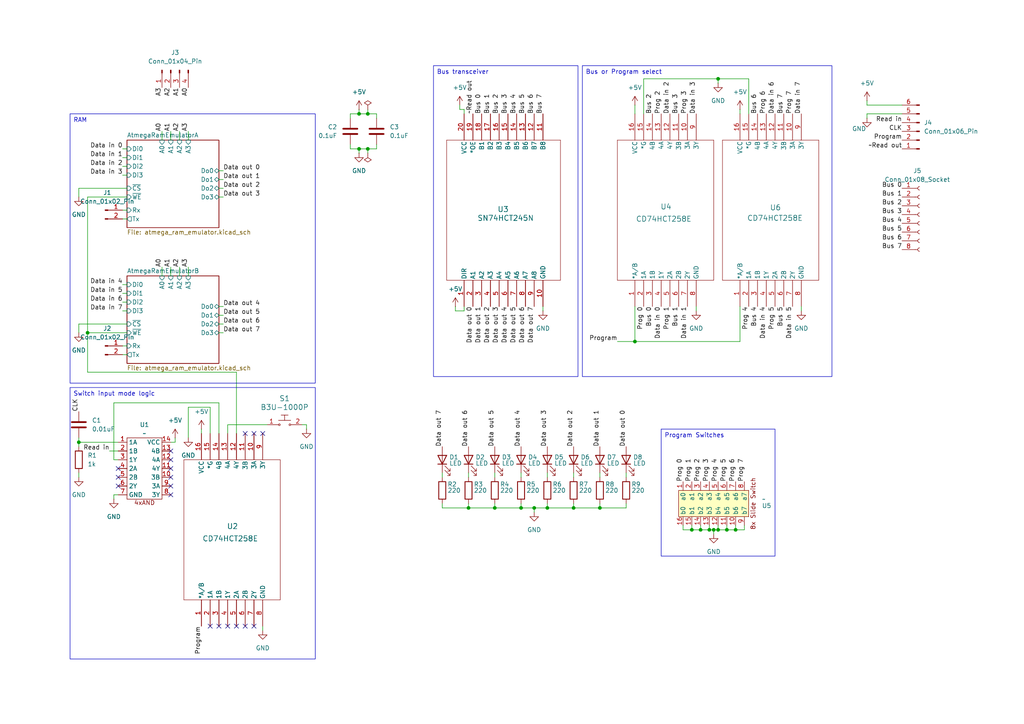
<source format=kicad_sch>
(kicad_sch
	(version 20231120)
	(generator "eeschema")
	(generator_version "8.0")
	(uuid "5d332551-33f6-4491-a826-882274bc7f5d")
	(paper "A4")
	(lib_symbols
		(symbol "2_to_1_selector:CD74HCT258E"
			(pin_names
				(offset 0.254)
			)
			(exclude_from_sim no)
			(in_bom yes)
			(on_board yes)
			(property "Reference" "U"
				(at 27.94 10.16 0)
				(effects
					(font
						(size 1.524 1.524)
					)
				)
			)
			(property "Value" "CD74HCT258E"
				(at 27.94 7.62 0)
				(effects
					(font
						(size 1.524 1.524)
					)
				)
			)
			(property "Footprint" "N16"
				(at 0 0 0)
				(effects
					(font
						(size 1.27 1.27)
						(italic yes)
					)
					(hide yes)
				)
			)
			(property "Datasheet" "CD74HCT258E"
				(at 0 0 0)
				(effects
					(font
						(size 1.27 1.27)
						(italic yes)
					)
					(hide yes)
				)
			)
			(property "Description" ""
				(at 0 0 0)
				(effects
					(font
						(size 1.27 1.27)
					)
					(hide yes)
				)
			)
			(property "ki_locked" ""
				(at 0 0 0)
				(effects
					(font
						(size 1.27 1.27)
					)
				)
			)
			(property "ki_keywords" "CD74HCT258E"
				(at 0 0 0)
				(effects
					(font
						(size 1.27 1.27)
					)
					(hide yes)
				)
			)
			(property "ki_fp_filters" "N16"
				(at 0 0 0)
				(effects
					(font
						(size 1.27 1.27)
					)
					(hide yes)
				)
			)
			(symbol "CD74HCT258E_0_1"
				(polyline
					(pts
						(xy 7.62 -22.86) (xy 48.26 -22.86)
					)
					(stroke
						(width 0.127)
						(type default)
					)
					(fill
						(type none)
					)
				)
				(polyline
					(pts
						(xy 7.62 5.08) (xy 7.62 -22.86)
					)
					(stroke
						(width 0.127)
						(type default)
					)
					(fill
						(type none)
					)
				)
				(polyline
					(pts
						(xy 48.26 -22.86) (xy 48.26 5.08)
					)
					(stroke
						(width 0.127)
						(type default)
					)
					(fill
						(type none)
					)
				)
				(polyline
					(pts
						(xy 48.26 5.08) (xy 7.62 5.08)
					)
					(stroke
						(width 0.127)
						(type default)
					)
					(fill
						(type none)
					)
				)
				(pin input line
					(at 0 0 0)
					(length 7.62)
					(name "*A/B"
						(effects
							(font
								(size 1.27 1.27)
							)
						)
					)
					(number "1"
						(effects
							(font
								(size 1.27 1.27)
							)
						)
					)
				)
				(pin input line
					(at 55.88 -15.24 180)
					(length 7.62)
					(name "3A"
						(effects
							(font
								(size 1.27 1.27)
							)
						)
					)
					(number "10"
						(effects
							(font
								(size 1.27 1.27)
							)
						)
					)
				)
				(pin input line
					(at 55.88 -12.7 180)
					(length 7.62)
					(name "3B"
						(effects
							(font
								(size 1.27 1.27)
							)
						)
					)
					(number "11"
						(effects
							(font
								(size 1.27 1.27)
							)
						)
					)
				)
				(pin output line
					(at 55.88 -10.16 180)
					(length 7.62)
					(name "4Y"
						(effects
							(font
								(size 1.27 1.27)
							)
						)
					)
					(number "12"
						(effects
							(font
								(size 1.27 1.27)
							)
						)
					)
				)
				(pin input line
					(at 55.88 -7.62 180)
					(length 7.62)
					(name "4A"
						(effects
							(font
								(size 1.27 1.27)
							)
						)
					)
					(number "13"
						(effects
							(font
								(size 1.27 1.27)
							)
						)
					)
				)
				(pin input line
					(at 55.88 -5.08 180)
					(length 7.62)
					(name "4B"
						(effects
							(font
								(size 1.27 1.27)
							)
						)
					)
					(number "14"
						(effects
							(font
								(size 1.27 1.27)
							)
						)
					)
				)
				(pin input line
					(at 55.88 -2.54 180)
					(length 7.62)
					(name "*G"
						(effects
							(font
								(size 1.27 1.27)
							)
						)
					)
					(number "15"
						(effects
							(font
								(size 1.27 1.27)
							)
						)
					)
				)
				(pin power_in line
					(at 55.88 0 180)
					(length 7.62)
					(name "VCC"
						(effects
							(font
								(size 1.27 1.27)
							)
						)
					)
					(number "16"
						(effects
							(font
								(size 1.27 1.27)
							)
						)
					)
				)
				(pin input line
					(at 0 -2.54 0)
					(length 7.62)
					(name "1A"
						(effects
							(font
								(size 1.27 1.27)
							)
						)
					)
					(number "2"
						(effects
							(font
								(size 1.27 1.27)
							)
						)
					)
				)
				(pin input line
					(at 0 -5.08 0)
					(length 7.62)
					(name "1B"
						(effects
							(font
								(size 1.27 1.27)
							)
						)
					)
					(number "3"
						(effects
							(font
								(size 1.27 1.27)
							)
						)
					)
				)
				(pin output line
					(at 0 -7.62 0)
					(length 7.62)
					(name "1Y"
						(effects
							(font
								(size 1.27 1.27)
							)
						)
					)
					(number "4"
						(effects
							(font
								(size 1.27 1.27)
							)
						)
					)
				)
				(pin input line
					(at 0 -10.16 0)
					(length 7.62)
					(name "2A"
						(effects
							(font
								(size 1.27 1.27)
							)
						)
					)
					(number "5"
						(effects
							(font
								(size 1.27 1.27)
							)
						)
					)
				)
				(pin input line
					(at 0 -12.7 0)
					(length 7.62)
					(name "2B"
						(effects
							(font
								(size 1.27 1.27)
							)
						)
					)
					(number "6"
						(effects
							(font
								(size 1.27 1.27)
							)
						)
					)
				)
				(pin output line
					(at 0 -15.24 0)
					(length 7.62)
					(name "2Y"
						(effects
							(font
								(size 1.27 1.27)
							)
						)
					)
					(number "7"
						(effects
							(font
								(size 1.27 1.27)
							)
						)
					)
				)
				(pin power_in line
					(at 0 -17.78 0)
					(length 7.62)
					(name "GND"
						(effects
							(font
								(size 1.27 1.27)
							)
						)
					)
					(number "8"
						(effects
							(font
								(size 1.27 1.27)
							)
						)
					)
				)
				(pin output line
					(at 55.88 -17.78 180)
					(length 7.62)
					(name "3Y"
						(effects
							(font
								(size 1.27 1.27)
							)
						)
					)
					(number "9"
						(effects
							(font
								(size 1.27 1.27)
							)
						)
					)
				)
			)
		)
		(symbol "8BitCPU:4x_and"
			(exclude_from_sim no)
			(in_bom yes)
			(on_board yes)
			(property "Reference" "U"
				(at 0 9.906 0)
				(effects
					(font
						(size 1.27 1.27)
					)
				)
			)
			(property "Value" ""
				(at -5.08 2.54 0)
				(effects
					(font
						(size 1.27 1.27)
					)
				)
			)
			(property "Footprint" ""
				(at -5.08 2.54 0)
				(effects
					(font
						(size 1.27 1.27)
					)
					(hide yes)
				)
			)
			(property "Datasheet" ""
				(at -5.08 2.54 0)
				(effects
					(font
						(size 1.27 1.27)
					)
					(hide yes)
				)
			)
			(property "Description" ""
				(at -5.08 2.54 0)
				(effects
					(font
						(size 1.27 1.27)
					)
					(hide yes)
				)
			)
			(symbol "4x_and_0_1"
				(rectangle
					(start -5.08 8.89)
					(end 5.08 -8.89)
					(stroke
						(width 0)
						(type default)
					)
					(fill
						(type none)
					)
				)
			)
			(symbol "4x_and_1_1"
				(text "4xAND"
					(at 0 -9.906 0)
					(effects
						(font
							(size 1.27 1.27)
						)
					)
				)
				(pin input line
					(at -7.62 7.62 0)
					(length 2.54)
					(name "1A"
						(effects
							(font
								(size 1.27 1.27)
							)
						)
					)
					(number "1"
						(effects
							(font
								(size 1.27 1.27)
							)
						)
					)
				)
				(pin input line
					(at 7.62 -2.54 180)
					(length 2.54)
					(name "3B"
						(effects
							(font
								(size 1.27 1.27)
							)
						)
					)
					(number "10"
						(effects
							(font
								(size 1.27 1.27)
							)
						)
					)
				)
				(pin output line
					(at 7.62 0 180)
					(length 2.54)
					(name "4Y"
						(effects
							(font
								(size 1.27 1.27)
							)
						)
					)
					(number "11"
						(effects
							(font
								(size 1.27 1.27)
							)
						)
					)
				)
				(pin input line
					(at 7.62 2.54 180)
					(length 2.54)
					(name "4A"
						(effects
							(font
								(size 1.27 1.27)
							)
						)
					)
					(number "12"
						(effects
							(font
								(size 1.27 1.27)
							)
						)
					)
				)
				(pin input line
					(at 7.62 5.08 180)
					(length 2.54)
					(name "4B"
						(effects
							(font
								(size 1.27 1.27)
							)
						)
					)
					(number "13"
						(effects
							(font
								(size 1.27 1.27)
							)
						)
					)
				)
				(pin input line
					(at 7.62 7.62 180)
					(length 2.54)
					(name "VCC"
						(effects
							(font
								(size 1.27 1.27)
							)
						)
					)
					(number "14"
						(effects
							(font
								(size 1.27 1.27)
							)
						)
					)
				)
				(pin input line
					(at -7.62 5.08 0)
					(length 2.54)
					(name "1B"
						(effects
							(font
								(size 1.27 1.27)
							)
						)
					)
					(number "2"
						(effects
							(font
								(size 1.27 1.27)
							)
						)
					)
				)
				(pin output line
					(at -7.62 2.54 0)
					(length 2.54)
					(name "1Y"
						(effects
							(font
								(size 1.27 1.27)
							)
						)
					)
					(number "3"
						(effects
							(font
								(size 1.27 1.27)
							)
						)
					)
				)
				(pin input line
					(at -7.62 0 0)
					(length 2.54)
					(name "2A"
						(effects
							(font
								(size 1.27 1.27)
							)
						)
					)
					(number "4"
						(effects
							(font
								(size 1.27 1.27)
							)
						)
					)
				)
				(pin input line
					(at -7.62 -2.54 0)
					(length 2.54)
					(name "2B"
						(effects
							(font
								(size 1.27 1.27)
							)
						)
					)
					(number "5"
						(effects
							(font
								(size 1.27 1.27)
							)
						)
					)
				)
				(pin output line
					(at -7.62 -5.08 0)
					(length 2.54)
					(name "2Y"
						(effects
							(font
								(size 1.27 1.27)
							)
						)
					)
					(number "6"
						(effects
							(font
								(size 1.27 1.27)
							)
						)
					)
				)
				(pin input line
					(at -7.62 -7.62 0)
					(length 2.54)
					(name "GND"
						(effects
							(font
								(size 1.27 1.27)
							)
						)
					)
					(number "7"
						(effects
							(font
								(size 1.27 1.27)
							)
						)
					)
				)
				(pin output line
					(at 7.62 -7.62 180)
					(length 2.54)
					(name "3Y"
						(effects
							(font
								(size 1.27 1.27)
							)
						)
					)
					(number "8"
						(effects
							(font
								(size 1.27 1.27)
							)
						)
					)
				)
				(pin input line
					(at 7.62 -5.08 180)
					(length 2.54)
					(name "3A"
						(effects
							(font
								(size 1.27 1.27)
							)
						)
					)
					(number "9"
						(effects
							(font
								(size 1.27 1.27)
							)
						)
					)
				)
			)
		)
		(symbol "8BitCPU:8x_slide_switch"
			(exclude_from_sim no)
			(in_bom yes)
			(on_board yes)
			(property "Reference" "U"
				(at 0 11.176 0)
				(effects
					(font
						(size 1.27 1.27)
					)
				)
			)
			(property "Value" ""
				(at 0 3.81 0)
				(effects
					(font
						(size 1.27 1.27)
					)
				)
			)
			(property "Footprint" ""
				(at 0 3.81 0)
				(effects
					(font
						(size 1.27 1.27)
					)
					(hide yes)
				)
			)
			(property "Datasheet" ""
				(at 0 3.81 0)
				(effects
					(font
						(size 1.27 1.27)
					)
					(hide yes)
				)
			)
			(property "Description" ""
				(at 0 3.81 0)
				(effects
					(font
						(size 1.27 1.27)
					)
					(hide yes)
				)
			)
			(symbol "8x_slide_switch_1_1"
				(rectangle
					(start -3.81 10.16)
					(end 3.81 -10.16)
					(stroke
						(width 0)
						(type default)
					)
					(fill
						(type background)
					)
				)
				(text "8x Slide Switch"
					(at 0 -11.43 0)
					(effects
						(font
							(size 1.27 1.27)
						)
					)
				)
				(pin bidirectional line
					(at -6.35 8.89 0)
					(length 2.54)
					(name "a0"
						(effects
							(font
								(size 1.27 1.27)
							)
						)
					)
					(number "1"
						(effects
							(font
								(size 1.27 1.27)
							)
						)
					)
				)
				(pin bidirectional line
					(at 6.35 -6.35 180)
					(length 2.54)
					(name "b6"
						(effects
							(font
								(size 1.27 1.27)
							)
						)
					)
					(number "10"
						(effects
							(font
								(size 1.27 1.27)
							)
						)
					)
				)
				(pin bidirectional line
					(at 6.35 -3.81 180)
					(length 2.54)
					(name "b5"
						(effects
							(font
								(size 1.27 1.27)
							)
						)
					)
					(number "11"
						(effects
							(font
								(size 1.27 1.27)
							)
						)
					)
				)
				(pin bidirectional line
					(at 6.35 -1.27 180)
					(length 2.54)
					(name "b4"
						(effects
							(font
								(size 1.27 1.27)
							)
						)
					)
					(number "12"
						(effects
							(font
								(size 1.27 1.27)
							)
						)
					)
				)
				(pin bidirectional line
					(at 6.35 1.27 180)
					(length 2.54)
					(name "b3"
						(effects
							(font
								(size 1.27 1.27)
							)
						)
					)
					(number "13"
						(effects
							(font
								(size 1.27 1.27)
							)
						)
					)
				)
				(pin bidirectional line
					(at 6.35 3.81 180)
					(length 2.54)
					(name "b2"
						(effects
							(font
								(size 1.27 1.27)
							)
						)
					)
					(number "14"
						(effects
							(font
								(size 1.27 1.27)
							)
						)
					)
				)
				(pin bidirectional line
					(at 6.35 6.35 180)
					(length 2.54)
					(name "b1"
						(effects
							(font
								(size 1.27 1.27)
							)
						)
					)
					(number "15"
						(effects
							(font
								(size 1.27 1.27)
							)
						)
					)
				)
				(pin bidirectional line
					(at 6.35 8.89 180)
					(length 2.54)
					(name "b0"
						(effects
							(font
								(size 1.27 1.27)
							)
						)
					)
					(number "16"
						(effects
							(font
								(size 1.27 1.27)
							)
						)
					)
				)
				(pin bidirectional line
					(at -6.35 6.35 0)
					(length 2.54)
					(name "a1"
						(effects
							(font
								(size 1.27 1.27)
							)
						)
					)
					(number "2"
						(effects
							(font
								(size 1.27 1.27)
							)
						)
					)
				)
				(pin bidirectional line
					(at -6.35 3.81 0)
					(length 2.54)
					(name "a2"
						(effects
							(font
								(size 1.27 1.27)
							)
						)
					)
					(number "3"
						(effects
							(font
								(size 1.27 1.27)
							)
						)
					)
				)
				(pin bidirectional line
					(at -6.35 1.27 0)
					(length 2.54)
					(name "a3"
						(effects
							(font
								(size 1.27 1.27)
							)
						)
					)
					(number "4"
						(effects
							(font
								(size 1.27 1.27)
							)
						)
					)
				)
				(pin bidirectional line
					(at -6.35 -1.27 0)
					(length 2.54)
					(name "a4"
						(effects
							(font
								(size 1.27 1.27)
							)
						)
					)
					(number "5"
						(effects
							(font
								(size 1.27 1.27)
							)
						)
					)
				)
				(pin bidirectional line
					(at -6.35 -3.81 0)
					(length 2.54)
					(name "a5"
						(effects
							(font
								(size 1.27 1.27)
							)
						)
					)
					(number "6"
						(effects
							(font
								(size 1.27 1.27)
							)
						)
					)
				)
				(pin bidirectional line
					(at -6.35 -6.35 0)
					(length 2.54)
					(name "a6"
						(effects
							(font
								(size 1.27 1.27)
							)
						)
					)
					(number "7"
						(effects
							(font
								(size 1.27 1.27)
							)
						)
					)
				)
				(pin bidirectional line
					(at -6.35 -8.89 0)
					(length 2.54)
					(name "a7"
						(effects
							(font
								(size 1.27 1.27)
							)
						)
					)
					(number "8"
						(effects
							(font
								(size 1.27 1.27)
							)
						)
					)
				)
				(pin bidirectional line
					(at 6.35 -8.89 180)
					(length 2.54)
					(name "b7"
						(effects
							(font
								(size 1.27 1.27)
							)
						)
					)
					(number "9"
						(effects
							(font
								(size 1.27 1.27)
							)
						)
					)
				)
			)
		)
		(symbol "8x_tristate_transceiver:SN74HCT245N"
			(pin_names
				(offset 0.254)
			)
			(exclude_from_sim no)
			(in_bom yes)
			(on_board yes)
			(property "Reference" "U"
				(at 27.94 10.16 0)
				(effects
					(font
						(size 1.524 1.524)
					)
				)
			)
			(property "Value" "SN74HCT245N"
				(at 27.94 7.62 0)
				(effects
					(font
						(size 1.524 1.524)
					)
				)
			)
			(property "Footprint" "N20"
				(at 0 0 0)
				(effects
					(font
						(size 1.27 1.27)
						(italic yes)
					)
					(hide yes)
				)
			)
			(property "Datasheet" "SN74HCT245N"
				(at 0 0 0)
				(effects
					(font
						(size 1.27 1.27)
						(italic yes)
					)
					(hide yes)
				)
			)
			(property "Description" ""
				(at 0 0 0)
				(effects
					(font
						(size 1.27 1.27)
					)
					(hide yes)
				)
			)
			(property "ki_locked" ""
				(at 0 0 0)
				(effects
					(font
						(size 1.27 1.27)
					)
				)
			)
			(property "ki_keywords" "SN74HCT245N"
				(at 0 0 0)
				(effects
					(font
						(size 1.27 1.27)
					)
					(hide yes)
				)
			)
			(property "ki_fp_filters" "N20"
				(at 0 0 0)
				(effects
					(font
						(size 1.27 1.27)
					)
					(hide yes)
				)
			)
			(symbol "SN74HCT245N_0_1"
				(polyline
					(pts
						(xy 7.62 -27.94) (xy 48.26 -27.94)
					)
					(stroke
						(width 0.127)
						(type default)
					)
					(fill
						(type none)
					)
				)
				(polyline
					(pts
						(xy 7.62 5.08) (xy 7.62 -27.94)
					)
					(stroke
						(width 0.127)
						(type default)
					)
					(fill
						(type none)
					)
				)
				(polyline
					(pts
						(xy 48.26 -27.94) (xy 48.26 5.08)
					)
					(stroke
						(width 0.127)
						(type default)
					)
					(fill
						(type none)
					)
				)
				(polyline
					(pts
						(xy 48.26 5.08) (xy 7.62 5.08)
					)
					(stroke
						(width 0.127)
						(type default)
					)
					(fill
						(type none)
					)
				)
				(pin input line
					(at 0 0 0)
					(length 7.62)
					(name "DIR"
						(effects
							(font
								(size 1.27 1.27)
							)
						)
					)
					(number "1"
						(effects
							(font
								(size 1.27 1.27)
							)
						)
					)
				)
				(pin power_in line
					(at 0 -22.86 0)
					(length 7.62)
					(name "GND"
						(effects
							(font
								(size 1.27 1.27)
							)
						)
					)
					(number "10"
						(effects
							(font
								(size 1.27 1.27)
							)
						)
					)
				)
				(pin bidirectional line
					(at 55.88 -22.86 180)
					(length 7.62)
					(name "B8"
						(effects
							(font
								(size 1.27 1.27)
							)
						)
					)
					(number "11"
						(effects
							(font
								(size 1.27 1.27)
							)
						)
					)
				)
				(pin bidirectional line
					(at 55.88 -20.32 180)
					(length 7.62)
					(name "B7"
						(effects
							(font
								(size 1.27 1.27)
							)
						)
					)
					(number "12"
						(effects
							(font
								(size 1.27 1.27)
							)
						)
					)
				)
				(pin bidirectional line
					(at 55.88 -17.78 180)
					(length 7.62)
					(name "B6"
						(effects
							(font
								(size 1.27 1.27)
							)
						)
					)
					(number "13"
						(effects
							(font
								(size 1.27 1.27)
							)
						)
					)
				)
				(pin bidirectional line
					(at 55.88 -15.24 180)
					(length 7.62)
					(name "B5"
						(effects
							(font
								(size 1.27 1.27)
							)
						)
					)
					(number "14"
						(effects
							(font
								(size 1.27 1.27)
							)
						)
					)
				)
				(pin bidirectional line
					(at 55.88 -12.7 180)
					(length 7.62)
					(name "B4"
						(effects
							(font
								(size 1.27 1.27)
							)
						)
					)
					(number "15"
						(effects
							(font
								(size 1.27 1.27)
							)
						)
					)
				)
				(pin bidirectional line
					(at 55.88 -10.16 180)
					(length 7.62)
					(name "B3"
						(effects
							(font
								(size 1.27 1.27)
							)
						)
					)
					(number "16"
						(effects
							(font
								(size 1.27 1.27)
							)
						)
					)
				)
				(pin bidirectional line
					(at 55.88 -7.62 180)
					(length 7.62)
					(name "B2"
						(effects
							(font
								(size 1.27 1.27)
							)
						)
					)
					(number "17"
						(effects
							(font
								(size 1.27 1.27)
							)
						)
					)
				)
				(pin bidirectional line
					(at 55.88 -5.08 180)
					(length 7.62)
					(name "B1"
						(effects
							(font
								(size 1.27 1.27)
							)
						)
					)
					(number "18"
						(effects
							(font
								(size 1.27 1.27)
							)
						)
					)
				)
				(pin input line
					(at 55.88 -2.54 180)
					(length 7.62)
					(name "*OE"
						(effects
							(font
								(size 1.27 1.27)
							)
						)
					)
					(number "19"
						(effects
							(font
								(size 1.27 1.27)
							)
						)
					)
				)
				(pin bidirectional line
					(at 0 -2.54 0)
					(length 7.62)
					(name "A1"
						(effects
							(font
								(size 1.27 1.27)
							)
						)
					)
					(number "2"
						(effects
							(font
								(size 1.27 1.27)
							)
						)
					)
				)
				(pin power_in line
					(at 55.88 0 180)
					(length 7.62)
					(name "VCC"
						(effects
							(font
								(size 1.27 1.27)
							)
						)
					)
					(number "20"
						(effects
							(font
								(size 1.27 1.27)
							)
						)
					)
				)
				(pin bidirectional line
					(at 0 -5.08 0)
					(length 7.62)
					(name "A2"
						(effects
							(font
								(size 1.27 1.27)
							)
						)
					)
					(number "3"
						(effects
							(font
								(size 1.27 1.27)
							)
						)
					)
				)
				(pin bidirectional line
					(at 0 -7.62 0)
					(length 7.62)
					(name "A3"
						(effects
							(font
								(size 1.27 1.27)
							)
						)
					)
					(number "4"
						(effects
							(font
								(size 1.27 1.27)
							)
						)
					)
				)
				(pin bidirectional line
					(at 0 -10.16 0)
					(length 7.62)
					(name "A4"
						(effects
							(font
								(size 1.27 1.27)
							)
						)
					)
					(number "5"
						(effects
							(font
								(size 1.27 1.27)
							)
						)
					)
				)
				(pin bidirectional line
					(at 0 -12.7 0)
					(length 7.62)
					(name "A5"
						(effects
							(font
								(size 1.27 1.27)
							)
						)
					)
					(number "6"
						(effects
							(font
								(size 1.27 1.27)
							)
						)
					)
				)
				(pin bidirectional line
					(at 0 -15.24 0)
					(length 7.62)
					(name "A6"
						(effects
							(font
								(size 1.27 1.27)
							)
						)
					)
					(number "7"
						(effects
							(font
								(size 1.27 1.27)
							)
						)
					)
				)
				(pin bidirectional line
					(at 0 -17.78 0)
					(length 7.62)
					(name "A7"
						(effects
							(font
								(size 1.27 1.27)
							)
						)
					)
					(number "8"
						(effects
							(font
								(size 1.27 1.27)
							)
						)
					)
				)
				(pin bidirectional line
					(at 0 -20.32 0)
					(length 7.62)
					(name "A8"
						(effects
							(font
								(size 1.27 1.27)
							)
						)
					)
					(number "9"
						(effects
							(font
								(size 1.27 1.27)
							)
						)
					)
				)
			)
		)
		(symbol "Connector:Conn_01x02_Pin"
			(pin_names
				(offset 1.016) hide)
			(exclude_from_sim no)
			(in_bom yes)
			(on_board yes)
			(property "Reference" "J"
				(at 0 2.54 0)
				(effects
					(font
						(size 1.27 1.27)
					)
				)
			)
			(property "Value" "Conn_01x02_Pin"
				(at 0 -5.08 0)
				(effects
					(font
						(size 1.27 1.27)
					)
				)
			)
			(property "Footprint" ""
				(at 0 0 0)
				(effects
					(font
						(size 1.27 1.27)
					)
					(hide yes)
				)
			)
			(property "Datasheet" "~"
				(at 0 0 0)
				(effects
					(font
						(size 1.27 1.27)
					)
					(hide yes)
				)
			)
			(property "Description" "Generic connector, single row, 01x02, script generated"
				(at 0 0 0)
				(effects
					(font
						(size 1.27 1.27)
					)
					(hide yes)
				)
			)
			(property "ki_locked" ""
				(at 0 0 0)
				(effects
					(font
						(size 1.27 1.27)
					)
				)
			)
			(property "ki_keywords" "connector"
				(at 0 0 0)
				(effects
					(font
						(size 1.27 1.27)
					)
					(hide yes)
				)
			)
			(property "ki_fp_filters" "Connector*:*_1x??_*"
				(at 0 0 0)
				(effects
					(font
						(size 1.27 1.27)
					)
					(hide yes)
				)
			)
			(symbol "Conn_01x02_Pin_1_1"
				(polyline
					(pts
						(xy 1.27 -2.54) (xy 0.8636 -2.54)
					)
					(stroke
						(width 0.1524)
						(type default)
					)
					(fill
						(type none)
					)
				)
				(polyline
					(pts
						(xy 1.27 0) (xy 0.8636 0)
					)
					(stroke
						(width 0.1524)
						(type default)
					)
					(fill
						(type none)
					)
				)
				(rectangle
					(start 0.8636 -2.413)
					(end 0 -2.667)
					(stroke
						(width 0.1524)
						(type default)
					)
					(fill
						(type outline)
					)
				)
				(rectangle
					(start 0.8636 0.127)
					(end 0 -0.127)
					(stroke
						(width 0.1524)
						(type default)
					)
					(fill
						(type outline)
					)
				)
				(pin passive line
					(at 5.08 0 180)
					(length 3.81)
					(name "Pin_1"
						(effects
							(font
								(size 1.27 1.27)
							)
						)
					)
					(number "1"
						(effects
							(font
								(size 1.27 1.27)
							)
						)
					)
				)
				(pin passive line
					(at 5.08 -2.54 180)
					(length 3.81)
					(name "Pin_2"
						(effects
							(font
								(size 1.27 1.27)
							)
						)
					)
					(number "2"
						(effects
							(font
								(size 1.27 1.27)
							)
						)
					)
				)
			)
		)
		(symbol "Connector:Conn_01x04_Pin"
			(pin_names
				(offset 1.016) hide)
			(exclude_from_sim no)
			(in_bom yes)
			(on_board yes)
			(property "Reference" "J"
				(at 0 5.08 0)
				(effects
					(font
						(size 1.27 1.27)
					)
				)
			)
			(property "Value" "Conn_01x04_Pin"
				(at 0 -7.62 0)
				(effects
					(font
						(size 1.27 1.27)
					)
				)
			)
			(property "Footprint" ""
				(at 0 0 0)
				(effects
					(font
						(size 1.27 1.27)
					)
					(hide yes)
				)
			)
			(property "Datasheet" "~"
				(at 0 0 0)
				(effects
					(font
						(size 1.27 1.27)
					)
					(hide yes)
				)
			)
			(property "Description" "Generic connector, single row, 01x04, script generated"
				(at 0 0 0)
				(effects
					(font
						(size 1.27 1.27)
					)
					(hide yes)
				)
			)
			(property "ki_locked" ""
				(at 0 0 0)
				(effects
					(font
						(size 1.27 1.27)
					)
				)
			)
			(property "ki_keywords" "connector"
				(at 0 0 0)
				(effects
					(font
						(size 1.27 1.27)
					)
					(hide yes)
				)
			)
			(property "ki_fp_filters" "Connector*:*_1x??_*"
				(at 0 0 0)
				(effects
					(font
						(size 1.27 1.27)
					)
					(hide yes)
				)
			)
			(symbol "Conn_01x04_Pin_1_1"
				(polyline
					(pts
						(xy 1.27 -5.08) (xy 0.8636 -5.08)
					)
					(stroke
						(width 0.1524)
						(type default)
					)
					(fill
						(type none)
					)
				)
				(polyline
					(pts
						(xy 1.27 -2.54) (xy 0.8636 -2.54)
					)
					(stroke
						(width 0.1524)
						(type default)
					)
					(fill
						(type none)
					)
				)
				(polyline
					(pts
						(xy 1.27 0) (xy 0.8636 0)
					)
					(stroke
						(width 0.1524)
						(type default)
					)
					(fill
						(type none)
					)
				)
				(polyline
					(pts
						(xy 1.27 2.54) (xy 0.8636 2.54)
					)
					(stroke
						(width 0.1524)
						(type default)
					)
					(fill
						(type none)
					)
				)
				(rectangle
					(start 0.8636 -4.953)
					(end 0 -5.207)
					(stroke
						(width 0.1524)
						(type default)
					)
					(fill
						(type outline)
					)
				)
				(rectangle
					(start 0.8636 -2.413)
					(end 0 -2.667)
					(stroke
						(width 0.1524)
						(type default)
					)
					(fill
						(type outline)
					)
				)
				(rectangle
					(start 0.8636 0.127)
					(end 0 -0.127)
					(stroke
						(width 0.1524)
						(type default)
					)
					(fill
						(type outline)
					)
				)
				(rectangle
					(start 0.8636 2.667)
					(end 0 2.413)
					(stroke
						(width 0.1524)
						(type default)
					)
					(fill
						(type outline)
					)
				)
				(pin passive line
					(at 5.08 2.54 180)
					(length 3.81)
					(name "Pin_1"
						(effects
							(font
								(size 1.27 1.27)
							)
						)
					)
					(number "1"
						(effects
							(font
								(size 1.27 1.27)
							)
						)
					)
				)
				(pin passive line
					(at 5.08 0 180)
					(length 3.81)
					(name "Pin_2"
						(effects
							(font
								(size 1.27 1.27)
							)
						)
					)
					(number "2"
						(effects
							(font
								(size 1.27 1.27)
							)
						)
					)
				)
				(pin passive line
					(at 5.08 -2.54 180)
					(length 3.81)
					(name "Pin_3"
						(effects
							(font
								(size 1.27 1.27)
							)
						)
					)
					(number "3"
						(effects
							(font
								(size 1.27 1.27)
							)
						)
					)
				)
				(pin passive line
					(at 5.08 -5.08 180)
					(length 3.81)
					(name "Pin_4"
						(effects
							(font
								(size 1.27 1.27)
							)
						)
					)
					(number "4"
						(effects
							(font
								(size 1.27 1.27)
							)
						)
					)
				)
			)
		)
		(symbol "Connector:Conn_01x06_Pin"
			(pin_names
				(offset 1.016) hide)
			(exclude_from_sim no)
			(in_bom yes)
			(on_board yes)
			(property "Reference" "J"
				(at 0 7.62 0)
				(effects
					(font
						(size 1.27 1.27)
					)
				)
			)
			(property "Value" "Conn_01x06_Pin"
				(at 0 -10.16 0)
				(effects
					(font
						(size 1.27 1.27)
					)
				)
			)
			(property "Footprint" ""
				(at 0 0 0)
				(effects
					(font
						(size 1.27 1.27)
					)
					(hide yes)
				)
			)
			(property "Datasheet" "~"
				(at 0 0 0)
				(effects
					(font
						(size 1.27 1.27)
					)
					(hide yes)
				)
			)
			(property "Description" "Generic connector, single row, 01x06, script generated"
				(at 0 0 0)
				(effects
					(font
						(size 1.27 1.27)
					)
					(hide yes)
				)
			)
			(property "ki_locked" ""
				(at 0 0 0)
				(effects
					(font
						(size 1.27 1.27)
					)
				)
			)
			(property "ki_keywords" "connector"
				(at 0 0 0)
				(effects
					(font
						(size 1.27 1.27)
					)
					(hide yes)
				)
			)
			(property "ki_fp_filters" "Connector*:*_1x??_*"
				(at 0 0 0)
				(effects
					(font
						(size 1.27 1.27)
					)
					(hide yes)
				)
			)
			(symbol "Conn_01x06_Pin_1_1"
				(polyline
					(pts
						(xy 1.27 -7.62) (xy 0.8636 -7.62)
					)
					(stroke
						(width 0.1524)
						(type default)
					)
					(fill
						(type none)
					)
				)
				(polyline
					(pts
						(xy 1.27 -5.08) (xy 0.8636 -5.08)
					)
					(stroke
						(width 0.1524)
						(type default)
					)
					(fill
						(type none)
					)
				)
				(polyline
					(pts
						(xy 1.27 -2.54) (xy 0.8636 -2.54)
					)
					(stroke
						(width 0.1524)
						(type default)
					)
					(fill
						(type none)
					)
				)
				(polyline
					(pts
						(xy 1.27 0) (xy 0.8636 0)
					)
					(stroke
						(width 0.1524)
						(type default)
					)
					(fill
						(type none)
					)
				)
				(polyline
					(pts
						(xy 1.27 2.54) (xy 0.8636 2.54)
					)
					(stroke
						(width 0.1524)
						(type default)
					)
					(fill
						(type none)
					)
				)
				(polyline
					(pts
						(xy 1.27 5.08) (xy 0.8636 5.08)
					)
					(stroke
						(width 0.1524)
						(type default)
					)
					(fill
						(type none)
					)
				)
				(rectangle
					(start 0.8636 -7.493)
					(end 0 -7.747)
					(stroke
						(width 0.1524)
						(type default)
					)
					(fill
						(type outline)
					)
				)
				(rectangle
					(start 0.8636 -4.953)
					(end 0 -5.207)
					(stroke
						(width 0.1524)
						(type default)
					)
					(fill
						(type outline)
					)
				)
				(rectangle
					(start 0.8636 -2.413)
					(end 0 -2.667)
					(stroke
						(width 0.1524)
						(type default)
					)
					(fill
						(type outline)
					)
				)
				(rectangle
					(start 0.8636 0.127)
					(end 0 -0.127)
					(stroke
						(width 0.1524)
						(type default)
					)
					(fill
						(type outline)
					)
				)
				(rectangle
					(start 0.8636 2.667)
					(end 0 2.413)
					(stroke
						(width 0.1524)
						(type default)
					)
					(fill
						(type outline)
					)
				)
				(rectangle
					(start 0.8636 5.207)
					(end 0 4.953)
					(stroke
						(width 0.1524)
						(type default)
					)
					(fill
						(type outline)
					)
				)
				(pin passive line
					(at 5.08 5.08 180)
					(length 3.81)
					(name "Pin_1"
						(effects
							(font
								(size 1.27 1.27)
							)
						)
					)
					(number "1"
						(effects
							(font
								(size 1.27 1.27)
							)
						)
					)
				)
				(pin passive line
					(at 5.08 2.54 180)
					(length 3.81)
					(name "Pin_2"
						(effects
							(font
								(size 1.27 1.27)
							)
						)
					)
					(number "2"
						(effects
							(font
								(size 1.27 1.27)
							)
						)
					)
				)
				(pin passive line
					(at 5.08 0 180)
					(length 3.81)
					(name "Pin_3"
						(effects
							(font
								(size 1.27 1.27)
							)
						)
					)
					(number "3"
						(effects
							(font
								(size 1.27 1.27)
							)
						)
					)
				)
				(pin passive line
					(at 5.08 -2.54 180)
					(length 3.81)
					(name "Pin_4"
						(effects
							(font
								(size 1.27 1.27)
							)
						)
					)
					(number "4"
						(effects
							(font
								(size 1.27 1.27)
							)
						)
					)
				)
				(pin passive line
					(at 5.08 -5.08 180)
					(length 3.81)
					(name "Pin_5"
						(effects
							(font
								(size 1.27 1.27)
							)
						)
					)
					(number "5"
						(effects
							(font
								(size 1.27 1.27)
							)
						)
					)
				)
				(pin passive line
					(at 5.08 -7.62 180)
					(length 3.81)
					(name "Pin_6"
						(effects
							(font
								(size 1.27 1.27)
							)
						)
					)
					(number "6"
						(effects
							(font
								(size 1.27 1.27)
							)
						)
					)
				)
			)
		)
		(symbol "Connector:Conn_01x08_Socket"
			(pin_names
				(offset 1.016) hide)
			(exclude_from_sim no)
			(in_bom yes)
			(on_board yes)
			(property "Reference" "J"
				(at 0 10.16 0)
				(effects
					(font
						(size 1.27 1.27)
					)
				)
			)
			(property "Value" "Conn_01x08_Socket"
				(at 0 -12.7 0)
				(effects
					(font
						(size 1.27 1.27)
					)
				)
			)
			(property "Footprint" ""
				(at 0 0 0)
				(effects
					(font
						(size 1.27 1.27)
					)
					(hide yes)
				)
			)
			(property "Datasheet" "~"
				(at 0 0 0)
				(effects
					(font
						(size 1.27 1.27)
					)
					(hide yes)
				)
			)
			(property "Description" "Generic connector, single row, 01x08, script generated"
				(at 0 0 0)
				(effects
					(font
						(size 1.27 1.27)
					)
					(hide yes)
				)
			)
			(property "ki_locked" ""
				(at 0 0 0)
				(effects
					(font
						(size 1.27 1.27)
					)
				)
			)
			(property "ki_keywords" "connector"
				(at 0 0 0)
				(effects
					(font
						(size 1.27 1.27)
					)
					(hide yes)
				)
			)
			(property "ki_fp_filters" "Connector*:*_1x??_*"
				(at 0 0 0)
				(effects
					(font
						(size 1.27 1.27)
					)
					(hide yes)
				)
			)
			(symbol "Conn_01x08_Socket_1_1"
				(arc
					(start 0 -9.652)
					(mid -0.5058 -10.16)
					(end 0 -10.668)
					(stroke
						(width 0.1524)
						(type default)
					)
					(fill
						(type none)
					)
				)
				(arc
					(start 0 -7.112)
					(mid -0.5058 -7.62)
					(end 0 -8.128)
					(stroke
						(width 0.1524)
						(type default)
					)
					(fill
						(type none)
					)
				)
				(arc
					(start 0 -4.572)
					(mid -0.5058 -5.08)
					(end 0 -5.588)
					(stroke
						(width 0.1524)
						(type default)
					)
					(fill
						(type none)
					)
				)
				(arc
					(start 0 -2.032)
					(mid -0.5058 -2.54)
					(end 0 -3.048)
					(stroke
						(width 0.1524)
						(type default)
					)
					(fill
						(type none)
					)
				)
				(polyline
					(pts
						(xy -1.27 -10.16) (xy -0.508 -10.16)
					)
					(stroke
						(width 0.1524)
						(type default)
					)
					(fill
						(type none)
					)
				)
				(polyline
					(pts
						(xy -1.27 -7.62) (xy -0.508 -7.62)
					)
					(stroke
						(width 0.1524)
						(type default)
					)
					(fill
						(type none)
					)
				)
				(polyline
					(pts
						(xy -1.27 -5.08) (xy -0.508 -5.08)
					)
					(stroke
						(width 0.1524)
						(type default)
					)
					(fill
						(type none)
					)
				)
				(polyline
					(pts
						(xy -1.27 -2.54) (xy -0.508 -2.54)
					)
					(stroke
						(width 0.1524)
						(type default)
					)
					(fill
						(type none)
					)
				)
				(polyline
					(pts
						(xy -1.27 0) (xy -0.508 0)
					)
					(stroke
						(width 0.1524)
						(type default)
					)
					(fill
						(type none)
					)
				)
				(polyline
					(pts
						(xy -1.27 2.54) (xy -0.508 2.54)
					)
					(stroke
						(width 0.1524)
						(type default)
					)
					(fill
						(type none)
					)
				)
				(polyline
					(pts
						(xy -1.27 5.08) (xy -0.508 5.08)
					)
					(stroke
						(width 0.1524)
						(type default)
					)
					(fill
						(type none)
					)
				)
				(polyline
					(pts
						(xy -1.27 7.62) (xy -0.508 7.62)
					)
					(stroke
						(width 0.1524)
						(type default)
					)
					(fill
						(type none)
					)
				)
				(arc
					(start 0 0.508)
					(mid -0.5058 0)
					(end 0 -0.508)
					(stroke
						(width 0.1524)
						(type default)
					)
					(fill
						(type none)
					)
				)
				(arc
					(start 0 3.048)
					(mid -0.5058 2.54)
					(end 0 2.032)
					(stroke
						(width 0.1524)
						(type default)
					)
					(fill
						(type none)
					)
				)
				(arc
					(start 0 5.588)
					(mid -0.5058 5.08)
					(end 0 4.572)
					(stroke
						(width 0.1524)
						(type default)
					)
					(fill
						(type none)
					)
				)
				(arc
					(start 0 8.128)
					(mid -0.5058 7.62)
					(end 0 7.112)
					(stroke
						(width 0.1524)
						(type default)
					)
					(fill
						(type none)
					)
				)
				(pin passive line
					(at -5.08 7.62 0)
					(length 3.81)
					(name "Pin_1"
						(effects
							(font
								(size 1.27 1.27)
							)
						)
					)
					(number "1"
						(effects
							(font
								(size 1.27 1.27)
							)
						)
					)
				)
				(pin passive line
					(at -5.08 5.08 0)
					(length 3.81)
					(name "Pin_2"
						(effects
							(font
								(size 1.27 1.27)
							)
						)
					)
					(number "2"
						(effects
							(font
								(size 1.27 1.27)
							)
						)
					)
				)
				(pin passive line
					(at -5.08 2.54 0)
					(length 3.81)
					(name "Pin_3"
						(effects
							(font
								(size 1.27 1.27)
							)
						)
					)
					(number "3"
						(effects
							(font
								(size 1.27 1.27)
							)
						)
					)
				)
				(pin passive line
					(at -5.08 0 0)
					(length 3.81)
					(name "Pin_4"
						(effects
							(font
								(size 1.27 1.27)
							)
						)
					)
					(number "4"
						(effects
							(font
								(size 1.27 1.27)
							)
						)
					)
				)
				(pin passive line
					(at -5.08 -2.54 0)
					(length 3.81)
					(name "Pin_5"
						(effects
							(font
								(size 1.27 1.27)
							)
						)
					)
					(number "5"
						(effects
							(font
								(size 1.27 1.27)
							)
						)
					)
				)
				(pin passive line
					(at -5.08 -5.08 0)
					(length 3.81)
					(name "Pin_6"
						(effects
							(font
								(size 1.27 1.27)
							)
						)
					)
					(number "6"
						(effects
							(font
								(size 1.27 1.27)
							)
						)
					)
				)
				(pin passive line
					(at -5.08 -7.62 0)
					(length 3.81)
					(name "Pin_7"
						(effects
							(font
								(size 1.27 1.27)
							)
						)
					)
					(number "7"
						(effects
							(font
								(size 1.27 1.27)
							)
						)
					)
				)
				(pin passive line
					(at -5.08 -10.16 0)
					(length 3.81)
					(name "Pin_8"
						(effects
							(font
								(size 1.27 1.27)
							)
						)
					)
					(number "8"
						(effects
							(font
								(size 1.27 1.27)
							)
						)
					)
				)
			)
		)
		(symbol "Device:C"
			(pin_numbers hide)
			(pin_names
				(offset 0.254)
			)
			(exclude_from_sim no)
			(in_bom yes)
			(on_board yes)
			(property "Reference" "C"
				(at 0.635 2.54 0)
				(effects
					(font
						(size 1.27 1.27)
					)
					(justify left)
				)
			)
			(property "Value" "C"
				(at 0.635 -2.54 0)
				(effects
					(font
						(size 1.27 1.27)
					)
					(justify left)
				)
			)
			(property "Footprint" ""
				(at 0.9652 -3.81 0)
				(effects
					(font
						(size 1.27 1.27)
					)
					(hide yes)
				)
			)
			(property "Datasheet" "~"
				(at 0 0 0)
				(effects
					(font
						(size 1.27 1.27)
					)
					(hide yes)
				)
			)
			(property "Description" "Unpolarized capacitor"
				(at 0 0 0)
				(effects
					(font
						(size 1.27 1.27)
					)
					(hide yes)
				)
			)
			(property "ki_keywords" "cap capacitor"
				(at 0 0 0)
				(effects
					(font
						(size 1.27 1.27)
					)
					(hide yes)
				)
			)
			(property "ki_fp_filters" "C_*"
				(at 0 0 0)
				(effects
					(font
						(size 1.27 1.27)
					)
					(hide yes)
				)
			)
			(symbol "C_0_1"
				(polyline
					(pts
						(xy -2.032 -0.762) (xy 2.032 -0.762)
					)
					(stroke
						(width 0.508)
						(type default)
					)
					(fill
						(type none)
					)
				)
				(polyline
					(pts
						(xy -2.032 0.762) (xy 2.032 0.762)
					)
					(stroke
						(width 0.508)
						(type default)
					)
					(fill
						(type none)
					)
				)
			)
			(symbol "C_1_1"
				(pin passive line
					(at 0 3.81 270)
					(length 2.794)
					(name "~"
						(effects
							(font
								(size 1.27 1.27)
							)
						)
					)
					(number "1"
						(effects
							(font
								(size 1.27 1.27)
							)
						)
					)
				)
				(pin passive line
					(at 0 -3.81 90)
					(length 2.794)
					(name "~"
						(effects
							(font
								(size 1.27 1.27)
							)
						)
					)
					(number "2"
						(effects
							(font
								(size 1.27 1.27)
							)
						)
					)
				)
			)
		)
		(symbol "Device:LED"
			(pin_numbers hide)
			(pin_names
				(offset 1.016) hide)
			(exclude_from_sim no)
			(in_bom yes)
			(on_board yes)
			(property "Reference" "D"
				(at 0 2.54 0)
				(effects
					(font
						(size 1.27 1.27)
					)
				)
			)
			(property "Value" "LED"
				(at 0 -2.54 0)
				(effects
					(font
						(size 1.27 1.27)
					)
				)
			)
			(property "Footprint" ""
				(at 0 0 0)
				(effects
					(font
						(size 1.27 1.27)
					)
					(hide yes)
				)
			)
			(property "Datasheet" "~"
				(at 0 0 0)
				(effects
					(font
						(size 1.27 1.27)
					)
					(hide yes)
				)
			)
			(property "Description" "Light emitting diode"
				(at 0 0 0)
				(effects
					(font
						(size 1.27 1.27)
					)
					(hide yes)
				)
			)
			(property "ki_keywords" "LED diode"
				(at 0 0 0)
				(effects
					(font
						(size 1.27 1.27)
					)
					(hide yes)
				)
			)
			(property "ki_fp_filters" "LED* LED_SMD:* LED_THT:*"
				(at 0 0 0)
				(effects
					(font
						(size 1.27 1.27)
					)
					(hide yes)
				)
			)
			(symbol "LED_0_1"
				(polyline
					(pts
						(xy -1.27 -1.27) (xy -1.27 1.27)
					)
					(stroke
						(width 0.254)
						(type default)
					)
					(fill
						(type none)
					)
				)
				(polyline
					(pts
						(xy -1.27 0) (xy 1.27 0)
					)
					(stroke
						(width 0)
						(type default)
					)
					(fill
						(type none)
					)
				)
				(polyline
					(pts
						(xy 1.27 -1.27) (xy 1.27 1.27) (xy -1.27 0) (xy 1.27 -1.27)
					)
					(stroke
						(width 0.254)
						(type default)
					)
					(fill
						(type none)
					)
				)
				(polyline
					(pts
						(xy -3.048 -0.762) (xy -4.572 -2.286) (xy -3.81 -2.286) (xy -4.572 -2.286) (xy -4.572 -1.524)
					)
					(stroke
						(width 0)
						(type default)
					)
					(fill
						(type none)
					)
				)
				(polyline
					(pts
						(xy -1.778 -0.762) (xy -3.302 -2.286) (xy -2.54 -2.286) (xy -3.302 -2.286) (xy -3.302 -1.524)
					)
					(stroke
						(width 0)
						(type default)
					)
					(fill
						(type none)
					)
				)
			)
			(symbol "LED_1_1"
				(pin passive line
					(at -3.81 0 0)
					(length 2.54)
					(name "K"
						(effects
							(font
								(size 1.27 1.27)
							)
						)
					)
					(number "1"
						(effects
							(font
								(size 1.27 1.27)
							)
						)
					)
				)
				(pin passive line
					(at 3.81 0 180)
					(length 2.54)
					(name "A"
						(effects
							(font
								(size 1.27 1.27)
							)
						)
					)
					(number "2"
						(effects
							(font
								(size 1.27 1.27)
							)
						)
					)
				)
			)
		)
		(symbol "Device:R"
			(pin_numbers hide)
			(pin_names
				(offset 0)
			)
			(exclude_from_sim no)
			(in_bom yes)
			(on_board yes)
			(property "Reference" "R"
				(at 2.032 0 90)
				(effects
					(font
						(size 1.27 1.27)
					)
				)
			)
			(property "Value" "R"
				(at 0 0 90)
				(effects
					(font
						(size 1.27 1.27)
					)
				)
			)
			(property "Footprint" ""
				(at -1.778 0 90)
				(effects
					(font
						(size 1.27 1.27)
					)
					(hide yes)
				)
			)
			(property "Datasheet" "~"
				(at 0 0 0)
				(effects
					(font
						(size 1.27 1.27)
					)
					(hide yes)
				)
			)
			(property "Description" "Resistor"
				(at 0 0 0)
				(effects
					(font
						(size 1.27 1.27)
					)
					(hide yes)
				)
			)
			(property "ki_keywords" "R res resistor"
				(at 0 0 0)
				(effects
					(font
						(size 1.27 1.27)
					)
					(hide yes)
				)
			)
			(property "ki_fp_filters" "R_*"
				(at 0 0 0)
				(effects
					(font
						(size 1.27 1.27)
					)
					(hide yes)
				)
			)
			(symbol "R_0_1"
				(rectangle
					(start -1.016 -2.54)
					(end 1.016 2.54)
					(stroke
						(width 0.254)
						(type default)
					)
					(fill
						(type none)
					)
				)
			)
			(symbol "R_1_1"
				(pin passive line
					(at 0 3.81 270)
					(length 1.27)
					(name "~"
						(effects
							(font
								(size 1.27 1.27)
							)
						)
					)
					(number "1"
						(effects
							(font
								(size 1.27 1.27)
							)
						)
					)
				)
				(pin passive line
					(at 0 -3.81 90)
					(length 1.27)
					(name "~"
						(effects
							(font
								(size 1.27 1.27)
							)
						)
					)
					(number "2"
						(effects
							(font
								(size 1.27 1.27)
							)
						)
					)
				)
			)
		)
		(symbol "dk_Tactile-Switches:B3U-1000P"
			(pin_names
				(offset 1.016)
			)
			(exclude_from_sim no)
			(in_bom yes)
			(on_board yes)
			(property "Reference" "S"
				(at 0 4.064 0)
				(effects
					(font
						(size 1.524 1.524)
					)
				)
			)
			(property "Value" "B3U-1000P"
				(at 0 -2.54 0)
				(effects
					(font
						(size 1.524 1.524)
					)
				)
			)
			(property "Footprint" "digikey-footprints:Switch_Tactile_SMD_B3U-1000P"
				(at 5.08 5.08 0)
				(effects
					(font
						(size 1.524 1.524)
					)
					(justify left)
					(hide yes)
				)
			)
			(property "Datasheet" "https://omronfs.omron.com/en_US/ecb/products/pdf/en-b3u.pdf"
				(at 5.08 7.62 0)
				(effects
					(font
						(size 1.524 1.524)
					)
					(justify left)
					(hide yes)
				)
			)
			(property "Description" "SWITCH TACTILE SPST-NO 0.05A 12V"
				(at 0 0 0)
				(effects
					(font
						(size 1.27 1.27)
					)
					(hide yes)
				)
			)
			(property "Digi-Key_PN" "SW1020CT-ND"
				(at 5.08 10.16 0)
				(effects
					(font
						(size 1.524 1.524)
					)
					(justify left)
					(hide yes)
				)
			)
			(property "MPN" "B3U-1000P"
				(at 5.08 12.7 0)
				(effects
					(font
						(size 1.524 1.524)
					)
					(justify left)
					(hide yes)
				)
			)
			(property "Category" "Switches"
				(at 5.08 15.24 0)
				(effects
					(font
						(size 1.524 1.524)
					)
					(justify left)
					(hide yes)
				)
			)
			(property "Family" "Tactile Switches"
				(at 5.08 17.78 0)
				(effects
					(font
						(size 1.524 1.524)
					)
					(justify left)
					(hide yes)
				)
			)
			(property "DK_Datasheet_Link" "https://omronfs.omron.com/en_US/ecb/products/pdf/en-b3u.pdf"
				(at 5.08 20.32 0)
				(effects
					(font
						(size 1.524 1.524)
					)
					(justify left)
					(hide yes)
				)
			)
			(property "DK_Detail_Page" "/product-detail/en/omron-electronics-inc-emc-div/B3U-1000P/SW1020CT-ND/1534357"
				(at 5.08 22.86 0)
				(effects
					(font
						(size 1.524 1.524)
					)
					(justify left)
					(hide yes)
				)
			)
			(property "Description_1" "SWITCH TACTILE SPST-NO 0.05A 12V"
				(at 5.08 25.4 0)
				(effects
					(font
						(size 1.524 1.524)
					)
					(justify left)
					(hide yes)
				)
			)
			(property "Manufacturer" "Omron Electronics Inc-EMC Div"
				(at 5.08 27.94 0)
				(effects
					(font
						(size 1.524 1.524)
					)
					(justify left)
					(hide yes)
				)
			)
			(property "Status" "Active"
				(at 5.08 30.48 0)
				(effects
					(font
						(size 1.524 1.524)
					)
					(justify left)
					(hide yes)
				)
			)
			(property "ki_keywords" "SW1020CT-ND B3U"
				(at 0 0 0)
				(effects
					(font
						(size 1.27 1.27)
					)
					(hide yes)
				)
			)
			(symbol "B3U-1000P_0_1"
				(circle
					(center -1.524 0)
					(radius 0.254)
					(stroke
						(width 0)
						(type solid)
					)
					(fill
						(type none)
					)
				)
				(polyline
					(pts
						(xy -2.54 0) (xy -1.778 0)
					)
					(stroke
						(width 0)
						(type solid)
					)
					(fill
						(type none)
					)
				)
				(polyline
					(pts
						(xy -1.778 1.27) (xy 1.778 1.27)
					)
					(stroke
						(width 0)
						(type solid)
					)
					(fill
						(type none)
					)
				)
				(polyline
					(pts
						(xy -1.016 2.794) (xy 1.016 2.794)
					)
					(stroke
						(width 0)
						(type solid)
					)
					(fill
						(type none)
					)
				)
				(polyline
					(pts
						(xy 0 1.27) (xy 0 2.794)
					)
					(stroke
						(width 0)
						(type solid)
					)
					(fill
						(type none)
					)
				)
				(polyline
					(pts
						(xy 2.54 0) (xy 1.778 0)
					)
					(stroke
						(width 0)
						(type solid)
					)
					(fill
						(type none)
					)
				)
				(circle
					(center 1.524 0)
					(radius 0.254)
					(stroke
						(width 0)
						(type solid)
					)
					(fill
						(type none)
					)
				)
			)
			(symbol "B3U-1000P_1_1"
				(pin passive line
					(at -5.08 0 0)
					(length 2.54)
					(name "~"
						(effects
							(font
								(size 1.27 1.27)
							)
						)
					)
					(number "1"
						(effects
							(font
								(size 1.27 1.27)
							)
						)
					)
				)
				(pin passive line
					(at 5.08 0 180)
					(length 2.54)
					(name "~"
						(effects
							(font
								(size 1.27 1.27)
							)
						)
					)
					(number "2"
						(effects
							(font
								(size 1.27 1.27)
							)
						)
					)
				)
			)
		)
		(symbol "power:+5V"
			(power)
			(pin_numbers hide)
			(pin_names
				(offset 0) hide)
			(exclude_from_sim no)
			(in_bom yes)
			(on_board yes)
			(property "Reference" "#PWR"
				(at 0 -3.81 0)
				(effects
					(font
						(size 1.27 1.27)
					)
					(hide yes)
				)
			)
			(property "Value" "+5V"
				(at 0 3.556 0)
				(effects
					(font
						(size 1.27 1.27)
					)
				)
			)
			(property "Footprint" ""
				(at 0 0 0)
				(effects
					(font
						(size 1.27 1.27)
					)
					(hide yes)
				)
			)
			(property "Datasheet" ""
				(at 0 0 0)
				(effects
					(font
						(size 1.27 1.27)
					)
					(hide yes)
				)
			)
			(property "Description" "Power symbol creates a global label with name \"+5V\""
				(at 0 0 0)
				(effects
					(font
						(size 1.27 1.27)
					)
					(hide yes)
				)
			)
			(property "ki_keywords" "global power"
				(at 0 0 0)
				(effects
					(font
						(size 1.27 1.27)
					)
					(hide yes)
				)
			)
			(symbol "+5V_0_1"
				(polyline
					(pts
						(xy -0.762 1.27) (xy 0 2.54)
					)
					(stroke
						(width 0)
						(type default)
					)
					(fill
						(type none)
					)
				)
				(polyline
					(pts
						(xy 0 0) (xy 0 2.54)
					)
					(stroke
						(width 0)
						(type default)
					)
					(fill
						(type none)
					)
				)
				(polyline
					(pts
						(xy 0 2.54) (xy 0.762 1.27)
					)
					(stroke
						(width 0)
						(type default)
					)
					(fill
						(type none)
					)
				)
			)
			(symbol "+5V_1_1"
				(pin power_in line
					(at 0 0 90)
					(length 0)
					(name "~"
						(effects
							(font
								(size 1.27 1.27)
							)
						)
					)
					(number "1"
						(effects
							(font
								(size 1.27 1.27)
							)
						)
					)
				)
			)
		)
		(symbol "power:GND"
			(power)
			(pin_numbers hide)
			(pin_names
				(offset 0) hide)
			(exclude_from_sim no)
			(in_bom yes)
			(on_board yes)
			(property "Reference" "#PWR"
				(at 0 -6.35 0)
				(effects
					(font
						(size 1.27 1.27)
					)
					(hide yes)
				)
			)
			(property "Value" "GND"
				(at 0 -3.81 0)
				(effects
					(font
						(size 1.27 1.27)
					)
				)
			)
			(property "Footprint" ""
				(at 0 0 0)
				(effects
					(font
						(size 1.27 1.27)
					)
					(hide yes)
				)
			)
			(property "Datasheet" ""
				(at 0 0 0)
				(effects
					(font
						(size 1.27 1.27)
					)
					(hide yes)
				)
			)
			(property "Description" "Power symbol creates a global label with name \"GND\" , ground"
				(at 0 0 0)
				(effects
					(font
						(size 1.27 1.27)
					)
					(hide yes)
				)
			)
			(property "ki_keywords" "global power"
				(at 0 0 0)
				(effects
					(font
						(size 1.27 1.27)
					)
					(hide yes)
				)
			)
			(symbol "GND_0_1"
				(polyline
					(pts
						(xy 0 0) (xy 0 -1.27) (xy 1.27 -1.27) (xy 0 -2.54) (xy -1.27 -1.27) (xy 0 -1.27)
					)
					(stroke
						(width 0)
						(type default)
					)
					(fill
						(type none)
					)
				)
			)
			(symbol "GND_1_1"
				(pin power_in line
					(at 0 0 270)
					(length 0)
					(name "~"
						(effects
							(font
								(size 1.27 1.27)
							)
						)
					)
					(number "1"
						(effects
							(font
								(size 1.27 1.27)
							)
						)
					)
				)
			)
		)
		(symbol "power:PWR_FLAG"
			(power)
			(pin_numbers hide)
			(pin_names
				(offset 0) hide)
			(exclude_from_sim no)
			(in_bom yes)
			(on_board yes)
			(property "Reference" "#FLG"
				(at 0 1.905 0)
				(effects
					(font
						(size 1.27 1.27)
					)
					(hide yes)
				)
			)
			(property "Value" "PWR_FLAG"
				(at 0 3.81 0)
				(effects
					(font
						(size 1.27 1.27)
					)
				)
			)
			(property "Footprint" ""
				(at 0 0 0)
				(effects
					(font
						(size 1.27 1.27)
					)
					(hide yes)
				)
			)
			(property "Datasheet" "~"
				(at 0 0 0)
				(effects
					(font
						(size 1.27 1.27)
					)
					(hide yes)
				)
			)
			(property "Description" "Special symbol for telling ERC where power comes from"
				(at 0 0 0)
				(effects
					(font
						(size 1.27 1.27)
					)
					(hide yes)
				)
			)
			(property "ki_keywords" "flag power"
				(at 0 0 0)
				(effects
					(font
						(size 1.27 1.27)
					)
					(hide yes)
				)
			)
			(symbol "PWR_FLAG_0_0"
				(pin power_out line
					(at 0 0 90)
					(length 0)
					(name "~"
						(effects
							(font
								(size 1.27 1.27)
							)
						)
					)
					(number "1"
						(effects
							(font
								(size 1.27 1.27)
							)
						)
					)
				)
			)
			(symbol "PWR_FLAG_0_1"
				(polyline
					(pts
						(xy 0 0) (xy 0 1.27) (xy -1.016 1.905) (xy 0 2.54) (xy 1.016 1.905) (xy 0 1.27)
					)
					(stroke
						(width 0)
						(type default)
					)
					(fill
						(type none)
					)
				)
			)
		)
	)
	(junction
		(at 25.4 96.52)
		(diameter 0)
		(color 0 0 0 0)
		(uuid "02796fc7-9184-4893-8e12-64a69d39b900")
	)
	(junction
		(at 106.68 33.02)
		(diameter 0)
		(color 0 0 0 0)
		(uuid "08b7c9c2-13b4-4e09-864f-54a647e55a74")
	)
	(junction
		(at 106.68 43.18)
		(diameter 0)
		(color 0 0 0 0)
		(uuid "12ce6896-512d-476e-baa3-a0c094bf3b4e")
	)
	(junction
		(at 208.28 22.86)
		(diameter 0)
		(color 0 0 0 0)
		(uuid "131ddcc4-9983-4384-85c3-475b3b13ba34")
	)
	(junction
		(at 143.51 147.32)
		(diameter 0)
		(color 0 0 0 0)
		(uuid "291467ae-a3f8-4351-8bc9-c9611430db91")
	)
	(junction
		(at 22.86 128.27)
		(diameter 0)
		(color 0 0 0 0)
		(uuid "3e5d9855-89be-4568-94ef-52761e03e1f2")
	)
	(junction
		(at 151.13 147.32)
		(diameter 0)
		(color 0 0 0 0)
		(uuid "3e5ee81c-95e4-414b-8d20-30c2338599f4")
	)
	(junction
		(at 166.37 147.32)
		(diameter 0)
		(color 0 0 0 0)
		(uuid "407b357f-b2c6-4d74-be31-524d859bceda")
	)
	(junction
		(at 104.14 33.02)
		(diameter 0)
		(color 0 0 0 0)
		(uuid "43822107-ee4f-4fb1-9bdd-5394233e632c")
	)
	(junction
		(at 158.75 147.32)
		(diameter 0)
		(color 0 0 0 0)
		(uuid "4f6d57c1-b1fe-4ced-a4a1-603c88f4f79e")
	)
	(junction
		(at 213.36 153.67)
		(diameter 0)
		(color 0 0 0 0)
		(uuid "5858acbf-0375-4d88-a5b4-00cae68fa530")
	)
	(junction
		(at 154.94 147.32)
		(diameter 0)
		(color 0 0 0 0)
		(uuid "5b5d5dff-db91-494f-8cf6-4ba6fa531628")
	)
	(junction
		(at 173.99 147.32)
		(diameter 0)
		(color 0 0 0 0)
		(uuid "5dd55b46-2780-4ad6-bb79-08d0ffd47d9c")
	)
	(junction
		(at 208.28 153.67)
		(diameter 0)
		(color 0 0 0 0)
		(uuid "603ff4da-acd5-485f-9576-7c46738224fb")
	)
	(junction
		(at 210.82 153.67)
		(diameter 0)
		(color 0 0 0 0)
		(uuid "7d0aedae-9f1c-4d46-b160-7728003d2679")
	)
	(junction
		(at 205.74 153.67)
		(diameter 0)
		(color 0 0 0 0)
		(uuid "843fe1df-7804-4928-8513-b833c8f87226")
	)
	(junction
		(at 207.01 153.67)
		(diameter 0)
		(color 0 0 0 0)
		(uuid "b826b9b7-a142-4d95-a9b0-f57433d39c6f")
	)
	(junction
		(at 203.2 153.67)
		(diameter 0)
		(color 0 0 0 0)
		(uuid "d1ee12e8-3504-496d-bfba-27976c86b90f")
	)
	(junction
		(at 200.66 153.67)
		(diameter 0)
		(color 0 0 0 0)
		(uuid "f4961035-249a-43da-8fd0-8de266a416fb")
	)
	(junction
		(at 135.89 147.32)
		(diameter 0)
		(color 0 0 0 0)
		(uuid "f62f8324-b5af-442d-8c87-9b7bc9c3b176")
	)
	(junction
		(at 184.15 99.06)
		(diameter 0)
		(color 0 0 0 0)
		(uuid "f8387de6-5886-4f88-9312-096a0b76d0f0")
	)
	(junction
		(at 104.14 43.18)
		(diameter 0)
		(color 0 0 0 0)
		(uuid "ff082646-4d48-4a56-8030-6c2cc1e1a3c8")
	)
	(no_connect
		(at 73.66 181.61)
		(uuid "0b419afc-bbbf-4dcd-8c45-c0479ff0a2ce")
	)
	(no_connect
		(at 34.29 140.97)
		(uuid "0bb55d9b-29e6-45bd-82c1-278cf51eec77")
	)
	(no_connect
		(at 73.66 125.73)
		(uuid "15b9d658-0591-42da-a21d-dde2b99b5e86")
	)
	(no_connect
		(at 49.53 130.81)
		(uuid "2499ed5c-5b8e-4059-b33c-e68e3ab103ae")
	)
	(no_connect
		(at 49.53 140.97)
		(uuid "2f2c1344-3bdc-414d-8ddc-a24d6709c6da")
	)
	(no_connect
		(at 63.5 181.61)
		(uuid "45a6a63e-0820-4317-a543-2bc29a6a4bd3")
	)
	(no_connect
		(at 68.58 181.61)
		(uuid "63f6d596-13af-453c-b98d-06d64f7271fc")
	)
	(no_connect
		(at 49.53 133.35)
		(uuid "6467fed7-5089-4ef1-ba54-4f2d45a114f6")
	)
	(no_connect
		(at 49.53 138.43)
		(uuid "6699ea17-66bc-44c1-9f32-af69782ece5b")
	)
	(no_connect
		(at 49.53 143.51)
		(uuid "8189830a-0f64-410c-b79f-d81e3ae16ee6")
	)
	(no_connect
		(at 34.29 135.89)
		(uuid "89f4f421-8fe0-4cee-8026-c2262b70b478")
	)
	(no_connect
		(at 66.04 181.61)
		(uuid "94764229-c455-4e66-b4fc-4b5600d74c4d")
	)
	(no_connect
		(at 49.53 135.89)
		(uuid "9652bdae-4139-4879-982d-9f95f50ba7d7")
	)
	(no_connect
		(at 71.12 181.61)
		(uuid "b1cef317-464b-4dfd-89d8-01259f606a46")
	)
	(no_connect
		(at 76.2 125.73)
		(uuid "deefa2a4-1946-4142-84c8-41f6788486ea")
	)
	(no_connect
		(at 71.12 125.73)
		(uuid "f177d2fe-20f7-4031-805d-36cf34714063")
	)
	(no_connect
		(at 60.96 181.61)
		(uuid "f2f328d8-95df-423b-8c11-add7ff319597")
	)
	(no_connect
		(at 34.29 138.43)
		(uuid "fb02e94f-665f-49a9-b189-ea60ee3667cb")
	)
	(wire
		(pts
			(xy 133.35 31.75) (xy 133.35 30.48)
		)
		(stroke
			(width 0)
			(type default)
		)
		(uuid "00738359-7d93-4972-a5c8-de9627d3092a")
	)
	(wire
		(pts
			(xy 135.89 146.05) (xy 135.89 147.32)
		)
		(stroke
			(width 0)
			(type default)
		)
		(uuid "00ef9fd7-acd7-41a6-8f5d-7ee30719e907")
	)
	(wire
		(pts
			(xy 208.28 153.67) (xy 207.01 153.67)
		)
		(stroke
			(width 0)
			(type default)
		)
		(uuid "014a5435-ae9f-4fed-960e-143fd2db1741")
	)
	(wire
		(pts
			(xy 54.61 77.47) (xy 54.61 80.01)
		)
		(stroke
			(width 0)
			(type default)
		)
		(uuid "09482d1b-9246-482c-bcae-b1366c2fe12b")
	)
	(wire
		(pts
			(xy 104.14 44.45) (xy 104.14 43.18)
		)
		(stroke
			(width 0)
			(type default)
		)
		(uuid "09a9cb7d-e7da-48ca-9401-50a5832a93b8")
	)
	(wire
		(pts
			(xy 106.68 43.18) (xy 106.68 44.45)
		)
		(stroke
			(width 0)
			(type default)
		)
		(uuid "0af6e700-d808-4d68-a440-ddf3b992c910")
	)
	(wire
		(pts
			(xy 181.61 137.16) (xy 181.61 138.43)
		)
		(stroke
			(width 0)
			(type default)
		)
		(uuid "0ec9765d-63e6-4809-95ba-1f0019bc42e2")
	)
	(wire
		(pts
			(xy 109.22 41.91) (xy 109.22 43.18)
		)
		(stroke
			(width 0)
			(type default)
		)
		(uuid "12bff3aa-1dba-46cf-8d05-38d4d7045cda")
	)
	(wire
		(pts
			(xy 104.14 43.18) (xy 106.68 43.18)
		)
		(stroke
			(width 0)
			(type default)
		)
		(uuid "1406f79a-18e9-420c-a8f7-75fb05fe693a")
	)
	(wire
		(pts
			(xy 101.6 33.02) (xy 104.14 33.02)
		)
		(stroke
			(width 0)
			(type default)
		)
		(uuid "177fcd66-4da4-41d5-b38e-352b64e3142a")
	)
	(wire
		(pts
			(xy 63.5 54.61) (xy 64.77 54.61)
		)
		(stroke
			(width 0)
			(type default)
		)
		(uuid "1a2645c1-9e14-4f9f-8849-db90b66b3eb7")
	)
	(wire
		(pts
			(xy 143.51 147.32) (xy 151.13 147.32)
		)
		(stroke
			(width 0)
			(type default)
		)
		(uuid "1b00b6ee-36c2-4d71-a52a-33bfb0761e7e")
	)
	(wire
		(pts
			(xy 35.56 100.33) (xy 36.83 100.33)
		)
		(stroke
			(width 0)
			(type default)
		)
		(uuid "1e0acfdb-37b4-4673-be7d-958733dd1d8a")
	)
	(wire
		(pts
			(xy 22.86 128.27) (xy 34.29 128.27)
		)
		(stroke
			(width 0)
			(type default)
		)
		(uuid "1ee00e1c-bf43-4886-aa01-3252c2335874")
	)
	(wire
		(pts
			(xy 88.9 123.19) (xy 87.63 123.19)
		)
		(stroke
			(width 0)
			(type default)
		)
		(uuid "21f4dcf1-9528-410f-810f-342a2cdb77d5")
	)
	(wire
		(pts
			(xy 35.56 48.26) (xy 36.83 48.26)
		)
		(stroke
			(width 0)
			(type default)
		)
		(uuid "26d1d924-6d87-4b94-94bf-d9c5e4e5ccb2")
	)
	(wire
		(pts
			(xy 251.46 34.29) (xy 251.46 33.02)
		)
		(stroke
			(width 0)
			(type default)
		)
		(uuid "276faadf-b910-4d07-9c44-f6dc212ca84a")
	)
	(wire
		(pts
			(xy 217.17 22.86) (xy 217.17 33.02)
		)
		(stroke
			(width 0)
			(type default)
		)
		(uuid "27b5e805-db1a-430a-8090-edbfffa0291e")
	)
	(wire
		(pts
			(xy 186.69 22.86) (xy 208.28 22.86)
		)
		(stroke
			(width 0)
			(type default)
		)
		(uuid "2e0d72ad-133c-4328-988e-6604f9e41fff")
	)
	(wire
		(pts
			(xy 208.28 152.4) (xy 208.28 153.67)
		)
		(stroke
			(width 0)
			(type default)
		)
		(uuid "2f5b351c-cf47-48b5-b0dd-4a8618e88689")
	)
	(wire
		(pts
			(xy 63.5 57.15) (xy 64.77 57.15)
		)
		(stroke
			(width 0)
			(type default)
		)
		(uuid "30eb4f61-2e28-4568-a1c0-f6ef85230653")
	)
	(wire
		(pts
			(xy 76.2 181.61) (xy 76.2 182.88)
		)
		(stroke
			(width 0)
			(type default)
		)
		(uuid "324af0d5-aee1-4861-9af9-c1e967c5ea64")
	)
	(wire
		(pts
			(xy 201.93 88.9) (xy 201.93 90.17)
		)
		(stroke
			(width 0)
			(type default)
		)
		(uuid "36b13275-f188-42ce-8d2a-5b2276e70f5f")
	)
	(wire
		(pts
			(xy 46.99 77.47) (xy 46.99 80.01)
		)
		(stroke
			(width 0)
			(type default)
		)
		(uuid "376bea27-68dd-453b-8a5e-3b65d7e17414")
	)
	(wire
		(pts
			(xy 104.14 31.75) (xy 104.14 33.02)
		)
		(stroke
			(width 0)
			(type default)
		)
		(uuid "39046d3f-9b6c-4ac0-a8a5-9b17058767f1")
	)
	(wire
		(pts
			(xy 63.5 52.07) (xy 64.77 52.07)
		)
		(stroke
			(width 0)
			(type default)
		)
		(uuid "39369f1e-d429-4821-966c-43367ef7de1c")
	)
	(wire
		(pts
			(xy 58.42 124.46) (xy 58.42 125.73)
		)
		(stroke
			(width 0)
			(type default)
		)
		(uuid "3a2b18f6-9f4d-4b14-aa63-ba28614a9a5d")
	)
	(wire
		(pts
			(xy 35.56 63.5) (xy 36.83 63.5)
		)
		(stroke
			(width 0)
			(type default)
		)
		(uuid "3a75bcb8-11a0-48e9-bd3a-2f11602a4070")
	)
	(wire
		(pts
			(xy 214.63 31.75) (xy 214.63 33.02)
		)
		(stroke
			(width 0)
			(type default)
		)
		(uuid "3a9afea5-3557-4399-8f02-4170c24023c1")
	)
	(wire
		(pts
			(xy 166.37 147.32) (xy 173.99 147.32)
		)
		(stroke
			(width 0)
			(type default)
		)
		(uuid "3ad637ca-1d30-4f44-a082-2c0cb979c10c")
	)
	(wire
		(pts
			(xy 54.61 118.11) (xy 54.61 127)
		)
		(stroke
			(width 0)
			(type default)
		)
		(uuid "3b2a31a4-e8a6-4ca6-a404-312cb15f3db5")
	)
	(wire
		(pts
			(xy 215.9 153.67) (xy 213.36 153.67)
		)
		(stroke
			(width 0)
			(type default)
		)
		(uuid "3b31e88c-12f5-414a-badb-081dfbb339d2")
	)
	(wire
		(pts
			(xy 135.89 137.16) (xy 135.89 138.43)
		)
		(stroke
			(width 0)
			(type default)
		)
		(uuid "3b42694e-f55f-4441-a73a-4262abc4469b")
	)
	(wire
		(pts
			(xy 210.82 153.67) (xy 208.28 153.67)
		)
		(stroke
			(width 0)
			(type default)
		)
		(uuid "3cce1fb1-94a4-4efd-a7a8-8a3fa20831cf")
	)
	(wire
		(pts
			(xy 154.94 147.32) (xy 158.75 147.32)
		)
		(stroke
			(width 0)
			(type default)
		)
		(uuid "3f32e1df-e51b-4f73-8f39-ff30a9a31f8e")
	)
	(wire
		(pts
			(xy 205.74 152.4) (xy 205.74 153.67)
		)
		(stroke
			(width 0)
			(type default)
		)
		(uuid "4286087c-2ae1-4209-bea8-ddbf8cc257f3")
	)
	(wire
		(pts
			(xy 22.86 54.61) (xy 22.86 57.15)
		)
		(stroke
			(width 0)
			(type default)
		)
		(uuid "431e55c8-cd1c-486b-85ad-1738a34de69f")
	)
	(wire
		(pts
			(xy 214.63 99.06) (xy 184.15 99.06)
		)
		(stroke
			(width 0)
			(type default)
		)
		(uuid "45ac9965-7c94-4eed-b4fb-3c917460b812")
	)
	(wire
		(pts
			(xy 157.48 88.9) (xy 157.48 90.17)
		)
		(stroke
			(width 0)
			(type default)
		)
		(uuid "467d5be8-7852-419d-a0a3-20945f66ea55")
	)
	(wire
		(pts
			(xy 158.75 146.05) (xy 158.75 147.32)
		)
		(stroke
			(width 0)
			(type default)
		)
		(uuid "46f04174-7eae-452e-95e3-af501443b844")
	)
	(wire
		(pts
			(xy 184.15 88.9) (xy 184.15 99.06)
		)
		(stroke
			(width 0)
			(type default)
		)
		(uuid "47ed499f-11dc-4c5d-bb7c-99d8b6684155")
	)
	(wire
		(pts
			(xy 166.37 146.05) (xy 166.37 147.32)
		)
		(stroke
			(width 0)
			(type default)
		)
		(uuid "4a6738ba-4278-4265-a806-dd3e4cdd42dd")
	)
	(wire
		(pts
			(xy 35.56 43.18) (xy 36.83 43.18)
		)
		(stroke
			(width 0)
			(type default)
		)
		(uuid "4c586cf8-979e-4a4c-b1bc-de3a74bb331d")
	)
	(wire
		(pts
			(xy 60.96 125.73) (xy 60.96 118.11)
		)
		(stroke
			(width 0)
			(type default)
		)
		(uuid "4d166177-1058-46f5-9397-c58aa2a0486d")
	)
	(wire
		(pts
			(xy 210.82 152.4) (xy 210.82 153.67)
		)
		(stroke
			(width 0)
			(type default)
		)
		(uuid "4d9dd80c-36b3-4a8b-8465-bc175a7225dc")
	)
	(wire
		(pts
			(xy 31.75 130.81) (xy 34.29 130.81)
		)
		(stroke
			(width 0)
			(type default)
		)
		(uuid "4f91a3e9-b346-404d-a656-dca2e6d344e1")
	)
	(wire
		(pts
			(xy 214.63 88.9) (xy 214.63 99.06)
		)
		(stroke
			(width 0)
			(type default)
		)
		(uuid "4f989fa5-d3c2-4c31-a363-e3e2bc077592")
	)
	(wire
		(pts
			(xy 46.99 38.1) (xy 46.99 40.64)
		)
		(stroke
			(width 0)
			(type default)
		)
		(uuid "5059f429-912a-486d-84b1-7c9cd4357617")
	)
	(wire
		(pts
			(xy 35.56 82.55) (xy 36.83 82.55)
		)
		(stroke
			(width 0)
			(type default)
		)
		(uuid "5074f140-90b9-442f-a98c-619090cb80a5")
	)
	(wire
		(pts
			(xy 186.69 33.02) (xy 186.69 22.86)
		)
		(stroke
			(width 0)
			(type default)
		)
		(uuid "514853a2-c796-43f0-b73a-308c070d4b94")
	)
	(wire
		(pts
			(xy 200.66 153.67) (xy 203.2 153.67)
		)
		(stroke
			(width 0)
			(type default)
		)
		(uuid "5955880f-101e-47bb-96b8-033e98b0a762")
	)
	(wire
		(pts
			(xy 166.37 137.16) (xy 166.37 138.43)
		)
		(stroke
			(width 0)
			(type default)
		)
		(uuid "59799396-1ef7-4371-bf01-49e15ea47aec")
	)
	(wire
		(pts
			(xy 22.86 128.27) (xy 22.86 129.54)
		)
		(stroke
			(width 0)
			(type default)
		)
		(uuid "59a8be42-1a51-45e2-8e54-2fe419b72987")
	)
	(wire
		(pts
			(xy 154.94 147.32) (xy 154.94 148.59)
		)
		(stroke
			(width 0)
			(type default)
		)
		(uuid "5a4ed172-7695-43a1-ae58-a33b76317678")
	)
	(wire
		(pts
			(xy 151.13 146.05) (xy 151.13 147.32)
		)
		(stroke
			(width 0)
			(type default)
		)
		(uuid "5d48426d-e642-40df-ad7c-80338567bd98")
	)
	(wire
		(pts
			(xy 205.74 153.67) (xy 207.01 153.67)
		)
		(stroke
			(width 0)
			(type default)
		)
		(uuid "5e543fb8-3e6f-432f-82de-ab2b3d6cf592")
	)
	(wire
		(pts
			(xy 132.08 88.9) (xy 132.08 90.17)
		)
		(stroke
			(width 0)
			(type default)
		)
		(uuid "5ecda1bb-de3a-4227-b47e-baee0883aebb")
	)
	(wire
		(pts
			(xy 35.56 60.96) (xy 36.83 60.96)
		)
		(stroke
			(width 0)
			(type default)
		)
		(uuid "62083aaf-c765-46b5-9755-ce27176bd220")
	)
	(wire
		(pts
			(xy 143.51 146.05) (xy 143.51 147.32)
		)
		(stroke
			(width 0)
			(type default)
		)
		(uuid "65a7c649-4ace-4763-b0ff-11cebf94257f")
	)
	(wire
		(pts
			(xy 25.4 96.52) (xy 36.83 96.52)
		)
		(stroke
			(width 0)
			(type default)
		)
		(uuid "66a54f07-1835-4ac7-a0db-32631d361591")
	)
	(wire
		(pts
			(xy 77.47 123.19) (xy 66.04 123.19)
		)
		(stroke
			(width 0)
			(type default)
		)
		(uuid "66e7cea2-8444-404d-bd4a-1ae8cf9361a3")
	)
	(wire
		(pts
			(xy 213.36 152.4) (xy 213.36 153.67)
		)
		(stroke
			(width 0)
			(type default)
		)
		(uuid "67ffd2d1-186d-429e-adc8-834e4de7dbdf")
	)
	(wire
		(pts
			(xy 173.99 146.05) (xy 173.99 147.32)
		)
		(stroke
			(width 0)
			(type default)
		)
		(uuid "6ac12ed9-1dca-4488-b357-64182f31c9be")
	)
	(wire
		(pts
			(xy 198.12 153.67) (xy 200.66 153.67)
		)
		(stroke
			(width 0)
			(type default)
		)
		(uuid "6b3c5e74-e557-45d2-a2e3-36661e3c73d5")
	)
	(wire
		(pts
			(xy 106.68 33.02) (xy 109.22 33.02)
		)
		(stroke
			(width 0)
			(type default)
		)
		(uuid "6b6888cb-33ac-4bed-95a4-f9303e3bf786")
	)
	(wire
		(pts
			(xy 63.5 96.52) (xy 64.77 96.52)
		)
		(stroke
			(width 0)
			(type default)
		)
		(uuid "6caeeea8-44e6-449a-aaea-54b8fe93648e")
	)
	(wire
		(pts
			(xy 34.29 133.35) (xy 33.02 133.35)
		)
		(stroke
			(width 0)
			(type default)
		)
		(uuid "6cb07930-7a2c-4ac7-9d85-a0d8f6703edb")
	)
	(wire
		(pts
			(xy 88.9 124.46) (xy 88.9 123.19)
		)
		(stroke
			(width 0)
			(type default)
		)
		(uuid "6d0d7be9-7a66-41f4-85f5-88227f15a60b")
	)
	(wire
		(pts
			(xy 128.27 146.05) (xy 128.27 147.32)
		)
		(stroke
			(width 0)
			(type default)
		)
		(uuid "6ed1adc4-008c-41f7-b576-48a9149872b8")
	)
	(wire
		(pts
			(xy 49.53 77.47) (xy 49.53 80.01)
		)
		(stroke
			(width 0)
			(type default)
		)
		(uuid "6f23b4dc-278d-4794-bf84-cf96d762a03f")
	)
	(wire
		(pts
			(xy 151.13 147.32) (xy 154.94 147.32)
		)
		(stroke
			(width 0)
			(type default)
		)
		(uuid "6f558b03-e5e7-41c1-ae87-6e5dd0154d40")
	)
	(wire
		(pts
			(xy 215.9 152.4) (xy 215.9 153.67)
		)
		(stroke
			(width 0)
			(type default)
		)
		(uuid "70283cf5-89f0-4646-a890-4dec56c206e1")
	)
	(wire
		(pts
			(xy 213.36 153.67) (xy 210.82 153.67)
		)
		(stroke
			(width 0)
			(type default)
		)
		(uuid "748600b9-7f50-4721-8afc-f9a3b5fb02a4")
	)
	(wire
		(pts
			(xy 104.14 33.02) (xy 106.68 33.02)
		)
		(stroke
			(width 0)
			(type default)
		)
		(uuid "74c57541-d62e-4dc0-93b7-f378539d9de1")
	)
	(wire
		(pts
			(xy 68.58 125.73) (xy 68.58 107.95)
		)
		(stroke
			(width 0)
			(type default)
		)
		(uuid "74de7096-c3bc-46c3-98e0-f96aea087b25")
	)
	(wire
		(pts
			(xy 203.2 153.67) (xy 205.74 153.67)
		)
		(stroke
			(width 0)
			(type default)
		)
		(uuid "772af340-4531-4d05-bd94-18ab8017f894")
	)
	(wire
		(pts
			(xy 63.5 49.53) (xy 64.77 49.53)
		)
		(stroke
			(width 0)
			(type default)
		)
		(uuid "7765599b-42a2-4c4e-a22c-15eb35b745e8")
	)
	(wire
		(pts
			(xy 106.68 43.18) (xy 109.22 43.18)
		)
		(stroke
			(width 0)
			(type default)
		)
		(uuid "7b3bf1e1-e1eb-4783-bbf4-ea2fd9911c5c")
	)
	(wire
		(pts
			(xy 106.68 31.75) (xy 106.68 33.02)
		)
		(stroke
			(width 0)
			(type default)
		)
		(uuid "7e608c95-e7e1-4e4c-ac7d-9a93ab6c5148")
	)
	(wire
		(pts
			(xy 35.56 50.8) (xy 36.83 50.8)
		)
		(stroke
			(width 0)
			(type default)
		)
		(uuid "7fc33e07-49f8-43c0-bd4f-25f9bc072940")
	)
	(wire
		(pts
			(xy 35.56 45.72) (xy 36.83 45.72)
		)
		(stroke
			(width 0)
			(type default)
		)
		(uuid "820a3ff4-ecc5-42e7-9242-fff5924970fe")
	)
	(wire
		(pts
			(xy 208.28 22.86) (xy 208.28 24.13)
		)
		(stroke
			(width 0)
			(type default)
		)
		(uuid "85e17c1a-304c-41b7-8bc6-86758ae9299b")
	)
	(wire
		(pts
			(xy 173.99 147.32) (xy 181.61 147.32)
		)
		(stroke
			(width 0)
			(type default)
		)
		(uuid "88541528-9a07-4f1c-b136-166cb4d3882d")
	)
	(wire
		(pts
			(xy 35.56 90.17) (xy 36.83 90.17)
		)
		(stroke
			(width 0)
			(type default)
		)
		(uuid "89833ed8-9946-4a27-abf1-abe444465561")
	)
	(wire
		(pts
			(xy 36.83 57.15) (xy 25.4 57.15)
		)
		(stroke
			(width 0)
			(type default)
		)
		(uuid "8a8ecd88-a009-4a0a-976f-ee856c8e9f37")
	)
	(wire
		(pts
			(xy 22.86 93.98) (xy 22.86 96.52)
		)
		(stroke
			(width 0)
			(type default)
		)
		(uuid "8b887aba-5f00-4653-914f-f78458c15da1")
	)
	(wire
		(pts
			(xy 33.02 143.51) (xy 33.02 144.78)
		)
		(stroke
			(width 0)
			(type default)
		)
		(uuid "91755102-2987-41d1-9dc5-e7753a9507de")
	)
	(wire
		(pts
			(xy 52.07 77.47) (xy 52.07 80.01)
		)
		(stroke
			(width 0)
			(type default)
		)
		(uuid "9377247a-8027-4c5c-81d9-b1fe350f448c")
	)
	(wire
		(pts
			(xy 143.51 137.16) (xy 143.51 138.43)
		)
		(stroke
			(width 0)
			(type default)
		)
		(uuid "96ff1895-d9a2-4189-b3f1-111e072a9b6d")
	)
	(wire
		(pts
			(xy 158.75 147.32) (xy 166.37 147.32)
		)
		(stroke
			(width 0)
			(type default)
		)
		(uuid "9bc0e26d-e13b-4846-b625-aefeeb6e82f2")
	)
	(wire
		(pts
			(xy 184.15 30.48) (xy 184.15 33.02)
		)
		(stroke
			(width 0)
			(type default)
		)
		(uuid "9f7cb0ec-e4a5-4107-804e-10758826e55a")
	)
	(wire
		(pts
			(xy 134.62 88.9) (xy 134.62 90.17)
		)
		(stroke
			(width 0)
			(type default)
		)
		(uuid "a251b380-ef2f-493f-8d7a-6105cdb5d986")
	)
	(wire
		(pts
			(xy 207.01 154.94) (xy 207.01 153.67)
		)
		(stroke
			(width 0)
			(type default)
		)
		(uuid "a7fa5ec8-6fa2-4b83-bcbc-852756bbfa57")
	)
	(wire
		(pts
			(xy 135.89 147.32) (xy 143.51 147.32)
		)
		(stroke
			(width 0)
			(type default)
		)
		(uuid "a86b330a-201f-4244-8f24-5ec546ba5e9d")
	)
	(wire
		(pts
			(xy 25.4 57.15) (xy 25.4 96.52)
		)
		(stroke
			(width 0)
			(type default)
		)
		(uuid "aa74d3fd-4055-43b4-9b17-2ffbfd8e2d89")
	)
	(wire
		(pts
			(xy 101.6 34.29) (xy 101.6 33.02)
		)
		(stroke
			(width 0)
			(type default)
		)
		(uuid "adc46bb1-ae13-4e84-beaa-1d166f077f16")
	)
	(wire
		(pts
			(xy 232.41 88.9) (xy 232.41 90.17)
		)
		(stroke
			(width 0)
			(type default)
		)
		(uuid "b1fb9e9f-ed6a-4b1f-8371-e1e3aa33fd25")
	)
	(wire
		(pts
			(xy 251.46 29.21) (xy 251.46 30.48)
		)
		(stroke
			(width 0)
			(type default)
		)
		(uuid "b257067a-185f-46c6-b6db-d575834f80a1")
	)
	(wire
		(pts
			(xy 251.46 33.02) (xy 261.62 33.02)
		)
		(stroke
			(width 0)
			(type default)
		)
		(uuid "bb91ba50-833a-4671-be79-c31ae2c34275")
	)
	(wire
		(pts
			(xy 181.61 147.32) (xy 181.61 146.05)
		)
		(stroke
			(width 0)
			(type default)
		)
		(uuid "bc022334-34d7-4691-992b-874bff0da0e6")
	)
	(wire
		(pts
			(xy 66.04 123.19) (xy 66.04 125.73)
		)
		(stroke
			(width 0)
			(type default)
		)
		(uuid "be215e14-b5f2-4949-b261-6ac80125f1b6")
	)
	(wire
		(pts
			(xy 54.61 38.1) (xy 54.61 40.64)
		)
		(stroke
			(width 0)
			(type default)
		)
		(uuid "c1cec8b1-b941-4b10-900a-c68b37c54e59")
	)
	(wire
		(pts
			(xy 35.56 85.09) (xy 36.83 85.09)
		)
		(stroke
			(width 0)
			(type default)
		)
		(uuid "c54c9d24-ef16-4db7-b8e3-9617b00ced0c")
	)
	(wire
		(pts
			(xy 109.22 33.02) (xy 109.22 34.29)
		)
		(stroke
			(width 0)
			(type default)
		)
		(uuid "c72fc300-7791-49d7-8095-0211e0a7a424")
	)
	(wire
		(pts
			(xy 63.5 91.44) (xy 64.77 91.44)
		)
		(stroke
			(width 0)
			(type default)
		)
		(uuid "c804e611-23fa-494d-b755-255524aa2f25")
	)
	(wire
		(pts
			(xy 63.5 88.9) (xy 64.77 88.9)
		)
		(stroke
			(width 0)
			(type default)
		)
		(uuid "ca566df7-d973-49ad-971f-07458148fece")
	)
	(wire
		(pts
			(xy 101.6 41.91) (xy 101.6 43.18)
		)
		(stroke
			(width 0)
			(type default)
		)
		(uuid "cf04824c-7a70-41c9-9227-026f819201e9")
	)
	(wire
		(pts
			(xy 63.5 116.84) (xy 63.5 125.73)
		)
		(stroke
			(width 0)
			(type default)
		)
		(uuid "d2f6ca9c-fc51-491d-afcb-9dbb3f5c5156")
	)
	(wire
		(pts
			(xy 200.66 152.4) (xy 200.66 153.67)
		)
		(stroke
			(width 0)
			(type default)
		)
		(uuid "d35ecd43-c8e6-4ffd-86f6-6bc639c626f8")
	)
	(wire
		(pts
			(xy 50.8 127) (xy 50.8 128.27)
		)
		(stroke
			(width 0)
			(type default)
		)
		(uuid "d3b2f912-e720-4e7b-81a6-92e63111379d")
	)
	(wire
		(pts
			(xy 68.58 107.95) (xy 25.4 107.95)
		)
		(stroke
			(width 0)
			(type default)
		)
		(uuid "d3b34517-ea43-4a34-8570-e93c33e170a9")
	)
	(wire
		(pts
			(xy 63.5 93.98) (xy 64.77 93.98)
		)
		(stroke
			(width 0)
			(type default)
		)
		(uuid "d42b4285-893b-403f-b11f-87593565e999")
	)
	(wire
		(pts
			(xy 52.07 38.1) (xy 52.07 40.64)
		)
		(stroke
			(width 0)
			(type default)
		)
		(uuid "d70504a8-dcbb-40ea-8cba-bcfeb93f3e0e")
	)
	(wire
		(pts
			(xy 101.6 43.18) (xy 104.14 43.18)
		)
		(stroke
			(width 0)
			(type default)
		)
		(uuid "d922b7ef-dcf2-4958-b886-8d84452de543")
	)
	(wire
		(pts
			(xy 128.27 137.16) (xy 128.27 138.43)
		)
		(stroke
			(width 0)
			(type default)
		)
		(uuid "da1c9df2-b5a8-472b-867b-dbf27b34408c")
	)
	(wire
		(pts
			(xy 134.62 31.75) (xy 134.62 33.02)
		)
		(stroke
			(width 0)
			(type default)
		)
		(uuid "dcaa6daf-77c4-45de-9e2c-f46af7c8aa95")
	)
	(wire
		(pts
			(xy 208.28 22.86) (xy 217.17 22.86)
		)
		(stroke
			(width 0)
			(type default)
		)
		(uuid "deabdabf-efc4-428e-b9d0-b083a7c70a45")
	)
	(wire
		(pts
			(xy 35.56 87.63) (xy 36.83 87.63)
		)
		(stroke
			(width 0)
			(type default)
		)
		(uuid "dfaf63ff-68a7-4f58-8fe7-46b25a0808d6")
	)
	(wire
		(pts
			(xy 34.29 143.51) (xy 33.02 143.51)
		)
		(stroke
			(width 0)
			(type default)
		)
		(uuid "e0265bd9-39ae-4ffd-a621-46101bb50137")
	)
	(wire
		(pts
			(xy 35.56 102.87) (xy 36.83 102.87)
		)
		(stroke
			(width 0)
			(type default)
		)
		(uuid "e053bcd0-db47-448c-809c-05c10c4803b9")
	)
	(wire
		(pts
			(xy 151.13 137.16) (xy 151.13 138.43)
		)
		(stroke
			(width 0)
			(type default)
		)
		(uuid "e20d27e0-924a-4173-b9c5-712aaa08b7ea")
	)
	(wire
		(pts
			(xy 36.83 93.98) (xy 22.86 93.98)
		)
		(stroke
			(width 0)
			(type default)
		)
		(uuid "e21c2ebf-1dd1-4067-b029-47ac33ddda37")
	)
	(wire
		(pts
			(xy 50.8 128.27) (xy 49.53 128.27)
		)
		(stroke
			(width 0)
			(type default)
		)
		(uuid "e3014744-6a7a-4b66-99a6-05ef75f04d59")
	)
	(wire
		(pts
			(xy 203.2 152.4) (xy 203.2 153.67)
		)
		(stroke
			(width 0)
			(type default)
		)
		(uuid "e8d140bb-dc4c-4b7b-a1f0-3ae697573906")
	)
	(wire
		(pts
			(xy 133.35 31.75) (xy 134.62 31.75)
		)
		(stroke
			(width 0)
			(type default)
		)
		(uuid "e9c0df0a-71cc-4631-bfb5-42871549ad49")
	)
	(wire
		(pts
			(xy 49.53 38.1) (xy 49.53 40.64)
		)
		(stroke
			(width 0)
			(type default)
		)
		(uuid "eae19e6a-0179-466f-a368-a6cae103468f")
	)
	(wire
		(pts
			(xy 33.02 116.84) (xy 63.5 116.84)
		)
		(stroke
			(width 0)
			(type default)
		)
		(uuid "ec12603f-d0c6-4603-b8c5-d4ba4f16088a")
	)
	(wire
		(pts
			(xy 198.12 152.4) (xy 198.12 153.67)
		)
		(stroke
			(width 0)
			(type default)
		)
		(uuid "ec890cb8-948d-4971-a62c-a1ea48fce0e3")
	)
	(wire
		(pts
			(xy 25.4 107.95) (xy 25.4 96.52)
		)
		(stroke
			(width 0)
			(type default)
		)
		(uuid "ecc3c579-590f-4c90-aa43-39b05ce8addb")
	)
	(wire
		(pts
			(xy 179.07 99.06) (xy 184.15 99.06)
		)
		(stroke
			(width 0)
			(type default)
		)
		(uuid "eddf7438-6995-43c8-8799-e50b04f9f55f")
	)
	(wire
		(pts
			(xy 158.75 137.16) (xy 158.75 138.43)
		)
		(stroke
			(width 0)
			(type default)
		)
		(uuid "ee248fe8-f8f0-43fa-9dbe-b6441c89091c")
	)
	(wire
		(pts
			(xy 22.86 137.16) (xy 22.86 138.43)
		)
		(stroke
			(width 0)
			(type default)
		)
		(uuid "f037b1bd-2b37-43cb-a5e0-3c22a5e44540")
	)
	(wire
		(pts
			(xy 173.99 137.16) (xy 173.99 138.43)
		)
		(stroke
			(width 0)
			(type default)
		)
		(uuid "f2a50b7c-4936-4e68-aa27-542d2ac00dc4")
	)
	(wire
		(pts
			(xy 134.62 90.17) (xy 132.08 90.17)
		)
		(stroke
			(width 0)
			(type default)
		)
		(uuid "f5307cf8-fe0a-4a44-9c67-67755b17884e")
	)
	(wire
		(pts
			(xy 33.02 133.35) (xy 33.02 116.84)
		)
		(stroke
			(width 0)
			(type default)
		)
		(uuid "f7319b83-cd24-40ea-947c-23c08e6058b5")
	)
	(wire
		(pts
			(xy 60.96 118.11) (xy 54.61 118.11)
		)
		(stroke
			(width 0)
			(type default)
		)
		(uuid "f7d44f0a-5830-45a0-acf2-57bfbdeaf4d6")
	)
	(wire
		(pts
			(xy 251.46 30.48) (xy 261.62 30.48)
		)
		(stroke
			(width 0)
			(type default)
		)
		(uuid "fb7aa054-6231-4a6a-8d96-6d380bcda005")
	)
	(wire
		(pts
			(xy 36.83 54.61) (xy 22.86 54.61)
		)
		(stroke
			(width 0)
			(type default)
		)
		(uuid "fbfa5a9e-a11f-4c50-9f99-42e7ea882267")
	)
	(wire
		(pts
			(xy 128.27 147.32) (xy 135.89 147.32)
		)
		(stroke
			(width 0)
			(type default)
		)
		(uuid "fc78c443-62cf-4f2f-8c30-cf21065e43d1")
	)
	(wire
		(pts
			(xy 22.86 127) (xy 22.86 128.27)
		)
		(stroke
			(width 0)
			(type default)
		)
		(uuid "fe6d7b24-0e87-4778-b86e-7488e930bd15")
	)
	(text_box "Program Switches"
		(exclude_from_sim no)
		(at 191.77 124.46 0)
		(size 33.02 36.83)
		(stroke
			(width 0)
			(type default)
		)
		(fill
			(type none)
		)
		(effects
			(font
				(size 1.27 1.27)
			)
			(justify left top)
		)
		(uuid "23c22970-d12a-4efc-8146-c76e482c2f46")
	)
	(text_box "Switch input mode logic"
		(exclude_from_sim no)
		(at 20.32 112.395 0)
		(size 71.12 78.74)
		(stroke
			(width 0)
			(type default)
		)
		(fill
			(type none)
		)
		(effects
			(font
				(size 1.27 1.27)
			)
			(justify left top)
		)
		(uuid "90524604-513d-46cc-83f1-239738e09eac")
	)
	(text_box "Bus or Program select"
		(exclude_from_sim no)
		(at 168.91 19.05 0)
		(size 72.39 90.17)
		(stroke
			(width 0)
			(type default)
		)
		(fill
			(type none)
		)
		(effects
			(font
				(size 1.27 1.27)
			)
			(justify left top)
		)
		(uuid "9c9b818b-f66b-4194-92b1-877b7314a0e4")
	)
	(text_box "RAM"
		(exclude_from_sim no)
		(at 20.32 33.02 0)
		(size 71.12 78.105)
		(stroke
			(width 0)
			(type default)
		)
		(fill
			(type none)
		)
		(effects
			(font
				(size 1.27 1.27)
			)
			(justify left top)
		)
		(uuid "a1830dc6-a5f6-4dc9-81f2-e1e24751d8fc")
	)
	(text_box "Bus transceiver\n"
		(exclude_from_sim no)
		(at 125.73 19.05 0)
		(size 41.91 90.17)
		(stroke
			(width 0)
			(type default)
		)
		(fill
			(type none)
		)
		(effects
			(font
				(size 1.27 1.27)
			)
			(justify left top)
		)
		(uuid "cc5eb46a-c079-4064-9f48-d5a90cb78274")
	)
	(label "Data in 7"
		(at 232.41 33.02 90)
		(fields_autoplaced yes)
		(effects
			(font
				(size 1.27 1.27)
			)
			(justify left bottom)
		)
		(uuid "041742be-9829-46d4-8a14-c8fd6b622c6d")
	)
	(label "Data in 2"
		(at 35.56 48.26 180)
		(fields_autoplaced yes)
		(effects
			(font
				(size 1.27 1.27)
			)
			(justify right bottom)
		)
		(uuid "04235b79-702c-4371-9c12-f0bfabd709d1")
	)
	(label "Prog 6"
		(at 222.25 33.02 90)
		(fields_autoplaced yes)
		(effects
			(font
				(size 1.27 1.27)
			)
			(justify left bottom)
		)
		(uuid "0553bbc9-dbb9-4ca2-b288-e95db4ab1e21")
	)
	(label "A0"
		(at 46.99 38.1 90)
		(fields_autoplaced yes)
		(effects
			(font
				(size 1.27 1.27)
			)
			(justify left bottom)
		)
		(uuid "08d22e3b-231b-4dad-b3e1-a726c3263c07")
	)
	(label "Prog 5"
		(at 210.82 139.7 90)
		(fields_autoplaced yes)
		(effects
			(font
				(size 1.27 1.27)
			)
			(justify left bottom)
		)
		(uuid "09f98a6c-5411-41de-9f86-becb211b2948")
	)
	(label "Data in 0"
		(at 35.56 43.18 180)
		(fields_autoplaced yes)
		(effects
			(font
				(size 1.27 1.27)
			)
			(justify right bottom)
		)
		(uuid "0d3b5e84-97e8-4c2e-aa36-9be281e995ea")
	)
	(label "Bus 2"
		(at 144.78 33.02 90)
		(fields_autoplaced yes)
		(effects
			(font
				(size 1.27 1.27)
			)
			(justify left bottom)
		)
		(uuid "0e088734-d2c2-49ec-b435-bd2a6d8b3af8")
	)
	(label "Data out 3"
		(at 64.77 57.15 0)
		(fields_autoplaced yes)
		(effects
			(font
				(size 1.27 1.27)
			)
			(justify left bottom)
		)
		(uuid "12f91887-7535-46dd-b1d2-0439fe677b27")
	)
	(label "CLK"
		(at 22.86 119.38 90)
		(fields_autoplaced yes)
		(effects
			(font
				(size 1.27 1.27)
			)
			(justify left bottom)
		)
		(uuid "13b9ef89-cf21-4d89-8c7c-ee6603754fb2")
	)
	(label "Prog 7"
		(at 229.87 33.02 90)
		(fields_autoplaced yes)
		(effects
			(font
				(size 1.27 1.27)
			)
			(justify left bottom)
		)
		(uuid "15d51cf1-bca9-44dd-bc4d-697f0561683d")
	)
	(label "Data out 0"
		(at 181.61 129.54 90)
		(fields_autoplaced yes)
		(effects
			(font
				(size 1.27 1.27)
			)
			(justify left bottom)
		)
		(uuid "18e2a83e-93b1-489c-b282-e39d5fed6e71")
	)
	(label "Prog 4"
		(at 208.28 139.7 90)
		(fields_autoplaced yes)
		(effects
			(font
				(size 1.27 1.27)
			)
			(justify left bottom)
		)
		(uuid "1e35a633-8826-4c29-ab44-b692f2762e8d")
	)
	(label "Data in 7"
		(at 35.56 90.17 180)
		(fields_autoplaced yes)
		(effects
			(font
				(size 1.27 1.27)
			)
			(justify right bottom)
		)
		(uuid "1ebc885e-01b0-4802-a343-1369c99cdc7a")
	)
	(label "Bus 2"
		(at 261.62 59.69 180)
		(fields_autoplaced yes)
		(effects
			(font
				(size 1.27 1.27)
			)
			(justify right bottom)
		)
		(uuid "2331b9fb-7437-45ec-b143-8e03007198fb")
	)
	(label "Bus 0"
		(at 139.7 33.02 90)
		(fields_autoplaced yes)
		(effects
			(font
				(size 1.27 1.27)
			)
			(justify left bottom)
		)
		(uuid "259c486f-301b-4cef-876d-341d33dc3e7c")
	)
	(label "Data out 0"
		(at 64.77 49.53 0)
		(fields_autoplaced yes)
		(effects
			(font
				(size 1.27 1.27)
			)
			(justify left bottom)
		)
		(uuid "29840679-2a90-4c07-8ba0-dcb499d0a6fd")
	)
	(label "Bus 6"
		(at 261.62 69.85 180)
		(fields_autoplaced yes)
		(effects
			(font
				(size 1.27 1.27)
			)
			(justify right bottom)
		)
		(uuid "2d160a06-1ea6-47d6-9f6d-d02c8f8ca2cf")
	)
	(label "Data in 5"
		(at 35.56 85.09 180)
		(fields_autoplaced yes)
		(effects
			(font
				(size 1.27 1.27)
			)
			(justify right bottom)
		)
		(uuid "318f9530-509a-4a48-9954-3ddc37620a8e")
	)
	(label "Prog 0"
		(at 186.69 88.9 270)
		(fields_autoplaced yes)
		(effects
			(font
				(size 1.27 1.27)
			)
			(justify right bottom)
		)
		(uuid "34323bad-86d9-4dfb-9a32-2385fdc31323")
	)
	(label "Bus 6"
		(at 154.94 33.02 90)
		(fields_autoplaced yes)
		(effects
			(font
				(size 1.27 1.27)
			)
			(justify left bottom)
		)
		(uuid "3a0996fd-78c1-43dc-a240-f314841984f1")
	)
	(label "A3"
		(at 54.61 38.1 90)
		(fields_autoplaced yes)
		(effects
			(font
				(size 1.27 1.27)
			)
			(justify left bottom)
		)
		(uuid "3b505ec0-73a1-4814-8cdf-5f1f1030d8f5")
	)
	(label "A1"
		(at 49.53 38.1 90)
		(fields_autoplaced yes)
		(effects
			(font
				(size 1.27 1.27)
			)
			(justify left bottom)
		)
		(uuid "3ebadce0-2261-4861-aeb8-19e945aa097d")
	)
	(label "Read in"
		(at 261.62 35.56 180)
		(fields_autoplaced yes)
		(effects
			(font
				(size 1.27 1.27)
			)
			(justify right bottom)
		)
		(uuid "41d39c6b-d369-4942-b204-0974591bf9f2")
	)
	(label "~Read out"
		(at 261.62 43.18 180)
		(fields_autoplaced yes)
		(effects
			(font
				(size 1.27 1.27)
			)
			(justify right bottom)
		)
		(uuid "420100a9-2d6d-46b7-bc83-5e2c0ec3193c")
	)
	(label "Data in 4"
		(at 222.25 88.9 270)
		(fields_autoplaced yes)
		(effects
			(font
				(size 1.27 1.27)
			)
			(justify right bottom)
		)
		(uuid "42072fb7-57a4-4f57-b5f9-1c93123a8f2c")
	)
	(label "Bus 1"
		(at 261.62 57.15 180)
		(fields_autoplaced yes)
		(effects
			(font
				(size 1.27 1.27)
			)
			(justify right bottom)
		)
		(uuid "44674f1d-5e50-4649-8bc0-bfd1892d8310")
	)
	(label "Data out 4"
		(at 151.13 129.54 90)
		(fields_autoplaced yes)
		(effects
			(font
				(size 1.27 1.27)
			)
			(justify left bottom)
		)
		(uuid "46242b87-5e32-4bf8-ab16-ef631c6742aa")
	)
	(label "Bus 3"
		(at 196.85 33.02 90)
		(fields_autoplaced yes)
		(effects
			(font
				(size 1.27 1.27)
			)
			(justify left bottom)
		)
		(uuid "473e12d2-12d5-48b1-bb5f-deef4b3daae2")
	)
	(label "Prog 2"
		(at 203.2 139.7 90)
		(fields_autoplaced yes)
		(effects
			(font
				(size 1.27 1.27)
			)
			(justify left bottom)
		)
		(uuid "52860eac-d8f0-4a14-b030-4a142d3bc85d")
	)
	(label "Data out 2"
		(at 142.24 88.9 270)
		(fields_autoplaced yes)
		(effects
			(font
				(size 1.27 1.27)
			)
			(justify right bottom)
		)
		(uuid "56ea3e4f-2f69-4c15-b3e6-7b899acaa078")
	)
	(label "Bus 4"
		(at 219.71 88.9 270)
		(fields_autoplaced yes)
		(effects
			(font
				(size 1.27 1.27)
			)
			(justify right bottom)
		)
		(uuid "5d4ffd3d-3676-4ffe-8e9f-4de2cfc88bcf")
	)
	(label "Data in 1"
		(at 35.56 45.72 180)
		(fields_autoplaced yes)
		(effects
			(font
				(size 1.27 1.27)
			)
			(justify right bottom)
		)
		(uuid "5dbac042-702f-4019-ad07-37bccb00e5f7")
	)
	(label "Program"
		(at 58.42 181.61 270)
		(fields_autoplaced yes)
		(effects
			(font
				(size 1.27 1.27)
			)
			(justify right bottom)
		)
		(uuid "5f7a0053-793e-4ceb-b39c-33d406324708")
	)
	(label "Data out 4"
		(at 64.77 88.9 0)
		(fields_autoplaced yes)
		(effects
			(font
				(size 1.27 1.27)
			)
			(justify left bottom)
		)
		(uuid "6096825c-eb31-4cb3-b88d-437c1c255955")
	)
	(label "Bus 3"
		(at 261.62 62.23 180)
		(fields_autoplaced yes)
		(effects
			(font
				(size 1.27 1.27)
			)
			(justify right bottom)
		)
		(uuid "610fa7a6-65b7-4a96-82a8-70c582e45f6e")
	)
	(label "Data out 2"
		(at 64.77 54.61 0)
		(fields_autoplaced yes)
		(effects
			(font
				(size 1.27 1.27)
			)
			(justify left bottom)
		)
		(uuid "631725a9-6069-4901-8ea1-7b9d49ebd66b")
	)
	(label "Bus 3"
		(at 147.32 33.02 90)
		(fields_autoplaced yes)
		(effects
			(font
				(size 1.27 1.27)
			)
			(justify left bottom)
		)
		(uuid "643937b2-de44-42d8-b371-17ee0f1e38b9")
	)
	(label "Data out 3"
		(at 144.78 88.9 270)
		(fields_autoplaced yes)
		(effects
			(font
				(size 1.27 1.27)
			)
			(justify right bottom)
		)
		(uuid "6487342a-d306-4d12-8b73-9b7bc666ead8")
	)
	(label "CLK"
		(at 261.62 38.1 180)
		(fields_autoplaced yes)
		(effects
			(font
				(size 1.27 1.27)
			)
			(justify right bottom)
		)
		(uuid "65742539-84f7-4be8-a454-286ee61426d8")
	)
	(label "Data out 7"
		(at 128.27 129.54 90)
		(fields_autoplaced yes)
		(effects
			(font
				(size 1.27 1.27)
			)
			(justify left bottom)
		)
		(uuid "6843cc79-c72a-45cb-aef5-9e0402b2d051")
	)
	(label "Data in 3"
		(at 201.93 33.02 90)
		(fields_autoplaced yes)
		(effects
			(font
				(size 1.27 1.27)
			)
			(justify left bottom)
		)
		(uuid "6b9a343c-1829-4910-b243-57d6e039b75a")
	)
	(label "Data out 1"
		(at 139.7 88.9 270)
		(fields_autoplaced yes)
		(effects
			(font
				(size 1.27 1.27)
			)
			(justify right bottom)
		)
		(uuid "6d8767c1-21b2-4143-8c1e-923ad1def402")
	)
	(label "Data out 3"
		(at 158.75 129.54 90)
		(fields_autoplaced yes)
		(effects
			(font
				(size 1.27 1.27)
			)
			(justify left bottom)
		)
		(uuid "78a00974-9ec7-4d95-a53c-4bae8339ab49")
	)
	(label "Bus 4"
		(at 149.86 33.02 90)
		(fields_autoplaced yes)
		(effects
			(font
				(size 1.27 1.27)
			)
			(justify left bottom)
		)
		(uuid "7d860953-a81d-4da7-89d3-f7f86df6d6c5")
	)
	(label "Bus 7"
		(at 261.62 72.39 180)
		(fields_autoplaced yes)
		(effects
			(font
				(size 1.27 1.27)
			)
			(justify right bottom)
		)
		(uuid "80f35959-1298-49be-9c86-99b861033b23")
	)
	(label "Data out 7"
		(at 154.94 88.9 270)
		(fields_autoplaced yes)
		(effects
			(font
				(size 1.27 1.27)
			)
			(justify right bottom)
		)
		(uuid "85b7be0c-eac4-4b15-8434-0bc13a5c25f5")
	)
	(label "Data out 5"
		(at 143.51 129.54 90)
		(fields_autoplaced yes)
		(effects
			(font
				(size 1.27 1.27)
			)
			(justify left bottom)
		)
		(uuid "89b335b9-166d-4a51-9cf8-1d6d6936ad42")
	)
	(label "Bus 7"
		(at 227.33 33.02 90)
		(fields_autoplaced yes)
		(effects
			(font
				(size 1.27 1.27)
			)
			(justify left bottom)
		)
		(uuid "8a1a42c3-9185-4f5d-9a48-c2eda73a26cc")
	)
	(label "A0"
		(at 46.99 77.47 90)
		(fields_autoplaced yes)
		(effects
			(font
				(size 1.27 1.27)
			)
			(justify left bottom)
		)
		(uuid "8b8398e5-54c3-4bd3-86fa-208c1712a7fb")
	)
	(label "Bus 5"
		(at 261.62 67.31 180)
		(fields_autoplaced yes)
		(effects
			(font
				(size 1.27 1.27)
			)
			(justify right bottom)
		)
		(uuid "9254630a-9c30-4a85-84f1-34d8be1dc40b")
	)
	(label "Data out 7"
		(at 64.77 96.52 0)
		(fields_autoplaced yes)
		(effects
			(font
				(size 1.27 1.27)
			)
			(justify left bottom)
		)
		(uuid "97a8d49d-996c-4753-939b-9960f763714f")
	)
	(label "Bus 1"
		(at 196.85 88.9 270)
		(fields_autoplaced yes)
		(effects
			(font
				(size 1.27 1.27)
			)
			(justify right bottom)
		)
		(uuid "9c7c3b9c-9037-44e4-a2f5-cb06cdd14f1c")
	)
	(label "Data out 2"
		(at 166.37 129.54 90)
		(fields_autoplaced yes)
		(effects
			(font
				(size 1.27 1.27)
			)
			(justify left bottom)
		)
		(uuid "a40456d1-d54f-4adb-89ff-c32753dd7bf4")
	)
	(label "Prog 0"
		(at 198.12 139.7 90)
		(fields_autoplaced yes)
		(effects
			(font
				(size 1.27 1.27)
			)
			(justify left bottom)
		)
		(uuid "a4c22826-5748-4237-b3dc-2b08662af8e9")
	)
	(label "Bus 5"
		(at 152.4 33.02 90)
		(fields_autoplaced yes)
		(effects
			(font
				(size 1.27 1.27)
			)
			(justify left bottom)
		)
		(uuid "a6e81ab0-98b7-46b6-8267-82941ab00dea")
	)
	(label "Data in 4"
		(at 35.56 82.55 180)
		(fields_autoplaced yes)
		(effects
			(font
				(size 1.27 1.27)
			)
			(justify right bottom)
		)
		(uuid "a7cb63e5-7381-4ed2-b1df-c5559bd23d63")
	)
	(label "A3"
		(at 46.99 25.4 270)
		(fields_autoplaced yes)
		(effects
			(font
				(size 1.27 1.27)
			)
			(justify right bottom)
		)
		(uuid "a8ca8392-2aac-4b3a-8785-0e44b37ffecf")
	)
	(label "Data out 6"
		(at 64.77 93.98 0)
		(fields_autoplaced yes)
		(effects
			(font
				(size 1.27 1.27)
			)
			(justify left bottom)
		)
		(uuid "ab10c8c3-9d6f-4ef3-b0c4-7ed7b89e204c")
	)
	(label "Data out 1"
		(at 173.99 129.54 90)
		(fields_autoplaced yes)
		(effects
			(font
				(size 1.27 1.27)
			)
			(justify left bottom)
		)
		(uuid "abb08c5e-f378-4372-a998-f57c09547f9c")
	)
	(label "Data in 6"
		(at 35.56 87.63 180)
		(fields_autoplaced yes)
		(effects
			(font
				(size 1.27 1.27)
			)
			(justify right bottom)
		)
		(uuid "ad1adb30-69d3-460c-9ea0-914537665113")
	)
	(label "Bus 2"
		(at 189.23 33.02 90)
		(fields_autoplaced yes)
		(effects
			(font
				(size 1.27 1.27)
			)
			(justify left bottom)
		)
		(uuid "af2f4115-c895-4f46-a2f5-bd4f9db827a5")
	)
	(label "Data out 5"
		(at 149.86 88.9 270)
		(fields_autoplaced yes)
		(effects
			(font
				(size 1.27 1.27)
			)
			(justify right bottom)
		)
		(uuid "afa658e0-91cc-4820-8d1d-72ee2af2189f")
	)
	(label "Prog 1"
		(at 194.31 88.9 270)
		(fields_autoplaced yes)
		(effects
			(font
				(size 1.27 1.27)
			)
			(justify right bottom)
		)
		(uuid "b0e5c9b6-51ce-4c41-be02-30a9d0f03040")
	)
	(label "A3"
		(at 54.61 77.47 90)
		(fields_autoplaced yes)
		(effects
			(font
				(size 1.27 1.27)
			)
			(justify left bottom)
		)
		(uuid "b264e012-d618-4ffa-8aa0-e505d89c53be")
	)
	(label "Prog 1"
		(at 200.66 139.7 90)
		(fields_autoplaced yes)
		(effects
			(font
				(size 1.27 1.27)
			)
			(justify left bottom)
		)
		(uuid "b2f5c7c9-87d2-4ba9-8ae4-2cf2350bf9f9")
	)
	(label "Prog 7"
		(at 215.9 139.7 90)
		(fields_autoplaced yes)
		(effects
			(font
				(size 1.27 1.27)
			)
			(justify left bottom)
		)
		(uuid "b3613654-17d1-4477-b723-613e65d9f5a8")
	)
	(label "Bus 5"
		(at 227.33 88.9 270)
		(fields_autoplaced yes)
		(effects
			(font
				(size 1.27 1.27)
			)
			(justify right bottom)
		)
		(uuid "b485b13d-8cc2-4e02-a7f2-4d5f2dbad228")
	)
	(label "Data out 4"
		(at 147.32 88.9 270)
		(fields_autoplaced yes)
		(effects
			(font
				(size 1.27 1.27)
			)
			(justify right bottom)
		)
		(uuid "b5a32554-3fbb-42ee-bde8-fa677b1427bf")
	)
	(label "Prog 6"
		(at 213.36 139.7 90)
		(fields_autoplaced yes)
		(effects
			(font
				(size 1.27 1.27)
			)
			(justify left bottom)
		)
		(uuid "b75c74a3-970a-4890-92ee-3d4842988efb")
	)
	(label "Program"
		(at 179.07 99.06 180)
		(fields_autoplaced yes)
		(effects
			(font
				(size 1.27 1.27)
			)
			(justify right bottom)
		)
		(uuid "b8804c06-131f-47b7-bf21-07015cb0b81f")
	)
	(label "A2"
		(at 52.07 77.47 90)
		(fields_autoplaced yes)
		(effects
			(font
				(size 1.27 1.27)
			)
			(justify left bottom)
		)
		(uuid "bd61735b-5e82-48ca-a186-2d90a5e1881e")
	)
	(label "Program"
		(at 261.62 40.64 180)
		(fields_autoplaced yes)
		(effects
			(font
				(size 1.27 1.27)
			)
			(justify right bottom)
		)
		(uuid "bf5813b6-0737-40dd-8be0-eb820a3734cc")
	)
	(label "Data in 6"
		(at 224.79 33.02 90)
		(fields_autoplaced yes)
		(effects
			(font
				(size 1.27 1.27)
			)
			(justify left bottom)
		)
		(uuid "c5ad8e5c-36cf-4aa7-aa49-9cc13abe775b")
	)
	(label "Read in"
		(at 31.75 130.81 180)
		(fields_autoplaced yes)
		(effects
			(font
				(size 1.27 1.27)
			)
			(justify right bottom)
		)
		(uuid "ce543622-740c-4d02-8d27-9ca555b474aa")
	)
	(label "Prog 5"
		(at 224.79 88.9 270)
		(fields_autoplaced yes)
		(effects
			(font
				(size 1.27 1.27)
			)
			(justify right bottom)
		)
		(uuid "d17b96dc-0495-412b-abab-c37b6a5efd42")
	)
	(label "Bus 1"
		(at 142.24 33.02 90)
		(fields_autoplaced yes)
		(effects
			(font
				(size 1.27 1.27)
			)
			(justify left bottom)
		)
		(uuid "d3c32de0-f6f9-4fc8-ba0a-f1c21f491459")
	)
	(label "~Read out"
		(at 137.16 33.02 90)
		(fields_autoplaced yes)
		(effects
			(font
				(size 1.27 1.27)
			)
			(justify left bottom)
		)
		(uuid "d64025ee-53b3-45d2-8b54-bc4a6e39112a")
	)
	(label "Data out 6"
		(at 135.89 129.54 90)
		(fields_autoplaced yes)
		(effects
			(font
				(size 1.27 1.27)
			)
			(justify left bottom)
		)
		(uuid "d769abeb-b293-498d-9881-915f48df28e4")
	)
	(label "Data in 5"
		(at 229.87 88.9 270)
		(fields_autoplaced yes)
		(effects
			(font
				(size 1.27 1.27)
			)
			(justify right bottom)
		)
		(uuid "d89142c0-2313-4e25-91a2-ca566740bc36")
	)
	(label "Data in 3"
		(at 35.56 50.8 180)
		(fields_autoplaced yes)
		(effects
			(font
				(size 1.27 1.27)
			)
			(justify right bottom)
		)
		(uuid "d945aeba-a76b-4b6d-abf4-f72935338895")
	)
	(label "Bus 6"
		(at 219.71 33.02 90)
		(fields_autoplaced yes)
		(effects
			(font
				(size 1.27 1.27)
			)
			(justify left bottom)
		)
		(uuid "db4a9be0-3291-4fba-9dbc-47042d99a9f9")
	)
	(label "Prog 2"
		(at 191.77 33.02 90)
		(fields_autoplaced yes)
		(effects
			(font
				(size 1.27 1.27)
			)
			(justify left bottom)
		)
		(uuid "dca414cd-f2a7-419c-a35f-8cd45211d768")
	)
	(label "A1"
		(at 52.07 25.4 270)
		(fields_autoplaced yes)
		(effects
			(font
				(size 1.27 1.27)
			)
			(justify right bottom)
		)
		(uuid "deecb6be-bd35-46e7-b3b9-c67c2f2531de")
	)
	(label "Bus 0"
		(at 189.23 88.9 270)
		(fields_autoplaced yes)
		(effects
			(font
				(size 1.27 1.27)
			)
			(justify right bottom)
		)
		(uuid "e02347b4-6737-48de-9b0b-12c7752b0cb1")
	)
	(label "Data in 1"
		(at 199.39 88.9 270)
		(fields_autoplaced yes)
		(effects
			(font
				(size 1.27 1.27)
			)
			(justify right bottom)
		)
		(uuid "e1e9238c-dc0c-47a1-823d-5416268be2d6")
	)
	(label "Bus 4"
		(at 261.62 64.77 180)
		(fields_autoplaced yes)
		(effects
			(font
				(size 1.27 1.27)
			)
			(justify right bottom)
		)
		(uuid "e3ae12ee-ade8-4c86-abf7-3090688b39db")
	)
	(label "A2"
		(at 52.07 38.1 90)
		(fields_autoplaced yes)
		(effects
			(font
				(size 1.27 1.27)
			)
			(justify left bottom)
		)
		(uuid "e5878dcc-57a4-4608-9450-c7967528e95a")
	)
	(label "A0"
		(at 54.61 25.4 270)
		(fields_autoplaced yes)
		(effects
			(font
				(size 1.27 1.27)
			)
			(justify right bottom)
		)
		(uuid "e5e7d54d-a33a-44c1-98d6-2475a08ea505")
	)
	(label "A1"
		(at 49.53 77.47 90)
		(fields_autoplaced yes)
		(effects
			(font
				(size 1.27 1.27)
			)
			(justify left bottom)
		)
		(uuid "e6bd54a9-51ff-45d0-92ab-dc249e77509f")
	)
	(label "Prog 3"
		(at 199.39 33.02 90)
		(fields_autoplaced yes)
		(effects
			(font
				(size 1.27 1.27)
			)
			(justify left bottom)
		)
		(uuid "e76f7de7-e8d1-44b2-82f5-1b6bcd093e9e")
	)
	(label "Data in 0"
		(at 191.77 88.9 270)
		(fields_autoplaced yes)
		(effects
			(font
				(size 1.27 1.27)
			)
			(justify right bottom)
		)
		(uuid "e957ed28-0f5a-4e98-9c84-233d94d2ddf2")
	)
	(label "Data out 0"
		(at 137.16 88.9 270)
		(fields_autoplaced yes)
		(effects
			(font
				(size 1.27 1.27)
			)
			(justify right bottom)
		)
		(uuid "eae7b651-4f08-4f22-b45d-5b59939ac30d")
	)
	(label "Data out 5"
		(at 64.77 91.44 0)
		(fields_autoplaced yes)
		(effects
			(font
				(size 1.27 1.27)
			)
			(justify left bottom)
		)
		(uuid "eb010b4c-5e1a-49fb-94d1-d988bcd50be7")
	)
	(label "Prog 4"
		(at 217.17 88.9 270)
		(fields_autoplaced yes)
		(effects
			(font
				(size 1.27 1.27)
			)
			(justify right bottom)
		)
		(uuid "eb654408-291e-437b-b4b0-2ba2f8f42bce")
	)
	(label "Data in 2"
		(at 194.31 33.02 90)
		(fields_autoplaced yes)
		(effects
			(font
				(size 1.27 1.27)
			)
			(justify left bottom)
		)
		(uuid "f070eadf-fd85-41cf-9326-2c6d5c20757a")
	)
	(label "Data out 6"
		(at 152.4 88.9 270)
		(fields_autoplaced yes)
		(effects
			(font
				(size 1.27 1.27)
			)
			(justify right bottom)
		)
		(uuid "f1d65f33-f593-444c-8169-feccd8e0c805")
	)
	(label "Prog 3"
		(at 205.74 139.7 90)
		(fields_autoplaced yes)
		(effects
			(font
				(size 1.27 1.27)
			)
			(justify left bottom)
		)
		(uuid "f5760848-6d24-49f9-a10c-b15c2f7a787f")
	)
	(label "Bus 7"
		(at 157.48 33.02 90)
		(fields_autoplaced yes)
		(effects
			(font
				(size 1.27 1.27)
			)
			(justify left bottom)
		)
		(uuid "fac87e8c-fedf-4952-99e4-95f0bcbeaf30")
	)
	(label "Bus 0"
		(at 261.62 54.61 180)
		(fields_autoplaced yes)
		(effects
			(font
				(size 1.27 1.27)
			)
			(justify right bottom)
		)
		(uuid "facb6ba7-c3e2-4be5-b5c7-a1ac60c6f35d")
	)
	(label "Data out 1"
		(at 64.77 52.07 0)
		(fields_autoplaced yes)
		(effects
			(font
				(size 1.27 1.27)
			)
			(justify left bottom)
		)
		(uuid "fd1bba87-341e-4fb0-bf84-11e940689556")
	)
	(label "A2"
		(at 49.53 25.4 270)
		(fields_autoplaced yes)
		(effects
			(font
				(size 1.27 1.27)
			)
			(justify right bottom)
		)
		(uuid "fd81969b-5b30-4e73-a51c-e0fbd427e321")
	)
	(symbol
		(lib_id "power:GND")
		(at 232.41 90.17 0)
		(unit 1)
		(exclude_from_sim no)
		(in_bom yes)
		(on_board yes)
		(dnp no)
		(fields_autoplaced yes)
		(uuid "03b240b3-8731-46f7-aa4a-1bea8d9fdbfc")
		(property "Reference" "#PWR021"
			(at 232.41 96.52 0)
			(effects
				(font
					(size 1.27 1.27)
				)
				(hide yes)
			)
		)
		(property "Value" "GND"
			(at 232.41 95.25 0)
			(effects
				(font
					(size 1.27 1.27)
				)
			)
		)
		(property "Footprint" ""
			(at 232.41 90.17 0)
			(effects
				(font
					(size 1.27 1.27)
				)
				(hide yes)
			)
		)
		(property "Datasheet" ""
			(at 232.41 90.17 0)
			(effects
				(font
					(size 1.27 1.27)
				)
				(hide yes)
			)
		)
		(property "Description" "Power symbol creates a global label with name \"GND\" , ground"
			(at 232.41 90.17 0)
			(effects
				(font
					(size 1.27 1.27)
				)
				(hide yes)
			)
		)
		(pin "1"
			(uuid "eccd5741-1ef4-4a6b-9f1e-3c1f7545801b")
		)
		(instances
			(project "RAM"
				(path "/5d332551-33f6-4491-a826-882274bc7f5d"
					(reference "#PWR021")
					(unit 1)
				)
			)
		)
	)
	(symbol
		(lib_id "power:+5V")
		(at 133.35 30.48 0)
		(unit 1)
		(exclude_from_sim no)
		(in_bom yes)
		(on_board yes)
		(dnp no)
		(fields_autoplaced yes)
		(uuid "066db4d9-f486-47e6-bbed-7d33b69a5a5f")
		(property "Reference" "#PWR013"
			(at 133.35 34.29 0)
			(effects
				(font
					(size 1.27 1.27)
				)
				(hide yes)
			)
		)
		(property "Value" "+5V"
			(at 133.35 25.4 0)
			(effects
				(font
					(size 1.27 1.27)
				)
			)
		)
		(property "Footprint" ""
			(at 133.35 30.48 0)
			(effects
				(font
					(size 1.27 1.27)
				)
				(hide yes)
			)
		)
		(property "Datasheet" ""
			(at 133.35 30.48 0)
			(effects
				(font
					(size 1.27 1.27)
				)
				(hide yes)
			)
		)
		(property "Description" "Power symbol creates a global label with name \"+5V\""
			(at 133.35 30.48 0)
			(effects
				(font
					(size 1.27 1.27)
				)
				(hide yes)
			)
		)
		(pin "1"
			(uuid "273e8aaf-b4c9-487e-92ac-6fe51c99eca3")
		)
		(instances
			(project "RAM"
				(path "/5d332551-33f6-4491-a826-882274bc7f5d"
					(reference "#PWR013")
					(unit 1)
				)
			)
		)
	)
	(symbol
		(lib_id "power:GND")
		(at 251.46 34.29 0)
		(unit 1)
		(exclude_from_sim no)
		(in_bom yes)
		(on_board yes)
		(dnp no)
		(uuid "08513092-8666-4b88-8654-7889785ff432")
		(property "Reference" "#PWR031"
			(at 251.46 40.64 0)
			(effects
				(font
					(size 1.27 1.27)
				)
				(hide yes)
			)
		)
		(property "Value" "GND"
			(at 249.174 37.338 0)
			(effects
				(font
					(size 1.27 1.27)
				)
			)
		)
		(property "Footprint" ""
			(at 251.46 34.29 0)
			(effects
				(font
					(size 1.27 1.27)
				)
				(hide yes)
			)
		)
		(property "Datasheet" ""
			(at 251.46 34.29 0)
			(effects
				(font
					(size 1.27 1.27)
				)
				(hide yes)
			)
		)
		(property "Description" "Power symbol creates a global label with name \"GND\" , ground"
			(at 251.46 34.29 0)
			(effects
				(font
					(size 1.27 1.27)
				)
				(hide yes)
			)
		)
		(pin "1"
			(uuid "6c9b847f-eafb-448d-b71f-cb3a5e862a88")
		)
		(instances
			(project "RAM"
				(path "/5d332551-33f6-4491-a826-882274bc7f5d"
					(reference "#PWR031")
					(unit 1)
				)
			)
		)
	)
	(symbol
		(lib_id "Device:LED")
		(at 173.99 133.35 90)
		(unit 1)
		(exclude_from_sim no)
		(in_bom yes)
		(on_board yes)
		(dnp no)
		(uuid "0beeceae-e66a-48cc-92f1-52264093afd6")
		(property "Reference" "D7"
			(at 176.022 132.588 90)
			(effects
				(font
					(size 1.27 1.27)
				)
				(justify right)
			)
		)
		(property "Value" "LED"
			(at 176.022 134.366 90)
			(effects
				(font
					(size 1.27 1.27)
				)
				(justify right)
			)
		)
		(property "Footprint" "LED_THT:LED_D2.0mm_W4.8mm_H2.5mm_FlatTop"
			(at 173.99 133.35 0)
			(effects
				(font
					(size 1.27 1.27)
				)
				(hide yes)
			)
		)
		(property "Datasheet" "~"
			(at 173.99 133.35 0)
			(effects
				(font
					(size 1.27 1.27)
				)
				(hide yes)
			)
		)
		(property "Description" "Light emitting diode"
			(at 173.99 133.35 0)
			(effects
				(font
					(size 1.27 1.27)
				)
				(hide yes)
			)
		)
		(pin "1"
			(uuid "13eb6805-0aee-4bb5-857a-024774c463b3")
		)
		(pin "2"
			(uuid "1a76eb69-13bc-4436-831c-d4230355f108")
		)
		(instances
			(project "RAM"
				(path "/5d332551-33f6-4491-a826-882274bc7f5d"
					(reference "D7")
					(unit 1)
				)
			)
		)
	)
	(symbol
		(lib_id "8BitCPU:8x_slide_switch")
		(at 207.01 146.05 90)
		(mirror x)
		(unit 1)
		(exclude_from_sim no)
		(in_bom yes)
		(on_board yes)
		(dnp no)
		(uuid "0c344409-cf90-444c-91eb-6469fffa36c4")
		(property "Reference" "U5"
			(at 220.98 146.6851 90)
			(effects
				(font
					(size 1.27 1.27)
				)
				(justify right)
			)
		)
		(property "Value" "~"
			(at 220.98 144.78 90)
			(effects
				(font
					(size 1.27 1.27)
				)
				(justify right)
			)
		)
		(property "Footprint" "Package_DIP:DIP-16_W7.62mm"
			(at 203.2 146.05 0)
			(effects
				(font
					(size 1.27 1.27)
				)
				(hide yes)
			)
		)
		(property "Datasheet" ""
			(at 203.2 146.05 0)
			(effects
				(font
					(size 1.27 1.27)
				)
				(hide yes)
			)
		)
		(property "Description" ""
			(at 203.2 146.05 0)
			(effects
				(font
					(size 1.27 1.27)
				)
				(hide yes)
			)
		)
		(pin "5"
			(uuid "40e82035-7e14-454f-9e63-ecc82dd0d0ad")
		)
		(pin "9"
			(uuid "e9fc5530-c659-4f45-90fa-a74ac54d03fb")
		)
		(pin "14"
			(uuid "a5ea2045-b72d-4617-a7d7-234ad7e09410")
		)
		(pin "8"
			(uuid "7eec4ba4-3f92-4fee-a70e-c65e02052cf1")
		)
		(pin "13"
			(uuid "a20ef3ab-3ad5-4d2f-bc29-69b51795ee32")
		)
		(pin "15"
			(uuid "3675ffdd-7c60-4bd3-b4f9-3292cad358df")
		)
		(pin "4"
			(uuid "ac2f70d1-c3ce-4867-b43b-d2d7e59e4f6a")
		)
		(pin "2"
			(uuid "7f1b3a80-d4c2-4014-85f6-07592e158a19")
		)
		(pin "6"
			(uuid "9fe727d1-ef4b-4155-aa4d-702b65623faa")
		)
		(pin "12"
			(uuid "56f7b292-3ed7-40c9-b76c-8a0d9e1a4ccc")
		)
		(pin "16"
			(uuid "9bb5a872-67ff-4563-8ef2-5e3175b617b8")
		)
		(pin "1"
			(uuid "1c295935-ac88-44d9-80f5-12d91b5d5e54")
		)
		(pin "11"
			(uuid "716ef944-28e9-4276-b1f4-473bc99457d3")
		)
		(pin "3"
			(uuid "165c7f77-4f10-49df-9056-f54b7e32ceba")
		)
		(pin "10"
			(uuid "a163247f-4dfa-4c1c-853c-0da687008670")
		)
		(pin "7"
			(uuid "19ef22eb-7455-4311-a8d9-c47a6a158097")
		)
		(instances
			(project ""
				(path "/5d332551-33f6-4491-a826-882274bc7f5d"
					(reference "U5")
					(unit 1)
				)
			)
		)
	)
	(symbol
		(lib_id "power:GND")
		(at 76.2 182.88 0)
		(unit 1)
		(exclude_from_sim no)
		(in_bom yes)
		(on_board yes)
		(dnp no)
		(fields_autoplaced yes)
		(uuid "0e13414c-8cbf-49f8-b185-88a281d63572")
		(property "Reference" "#PWR08"
			(at 76.2 189.23 0)
			(effects
				(font
					(size 1.27 1.27)
				)
				(hide yes)
			)
		)
		(property "Value" "GND"
			(at 76.2 187.96 0)
			(effects
				(font
					(size 1.27 1.27)
				)
			)
		)
		(property "Footprint" ""
			(at 76.2 182.88 0)
			(effects
				(font
					(size 1.27 1.27)
				)
				(hide yes)
			)
		)
		(property "Datasheet" ""
			(at 76.2 182.88 0)
			(effects
				(font
					(size 1.27 1.27)
				)
				(hide yes)
			)
		)
		(property "Description" "Power symbol creates a global label with name \"GND\" , ground"
			(at 76.2 182.88 0)
			(effects
				(font
					(size 1.27 1.27)
				)
				(hide yes)
			)
		)
		(pin "1"
			(uuid "5dcc4ca9-9931-456b-9cca-a1ede093f05f")
		)
		(instances
			(project "RAM"
				(path "/5d332551-33f6-4491-a826-882274bc7f5d"
					(reference "#PWR08")
					(unit 1)
				)
			)
		)
	)
	(symbol
		(lib_id "2_to_1_selector:CD74HCT258E")
		(at 184.15 88.9 90)
		(unit 1)
		(exclude_from_sim no)
		(in_bom yes)
		(on_board yes)
		(dnp no)
		(uuid "0f7aea65-747e-4804-9266-cf72e403a6fd")
		(property "Reference" "U4"
			(at 191.516 59.944 90)
			(effects
				(font
					(size 1.524 1.524)
				)
				(justify right)
			)
		)
		(property "Value" "CD74HCT258E"
			(at 184.404 63.5 90)
			(effects
				(font
					(size 1.524 1.524)
				)
				(justify right)
			)
		)
		(property "Footprint" "_DownloadFootprints:2_to_1_selector"
			(at 184.15 88.9 0)
			(effects
				(font
					(size 1.27 1.27)
					(italic yes)
				)
				(hide yes)
			)
		)
		(property "Datasheet" "CD74HCT258E"
			(at 184.15 88.9 0)
			(effects
				(font
					(size 1.27 1.27)
					(italic yes)
				)
				(hide yes)
			)
		)
		(property "Description" ""
			(at 184.15 88.9 0)
			(effects
				(font
					(size 1.27 1.27)
				)
				(hide yes)
			)
		)
		(pin "7"
			(uuid "92f27b29-10c4-4a4d-a4fe-ed689363f574")
		)
		(pin "1"
			(uuid "d2a6d4b9-b646-4582-bc23-17158abfa286")
		)
		(pin "10"
			(uuid "c3e7c665-28a8-4070-b653-378da5e8d92d")
		)
		(pin "2"
			(uuid "138ee933-2e58-4cab-a0d7-45906c237c93")
		)
		(pin "5"
			(uuid "24471c14-0bf6-49ff-b012-3545f4c601bb")
		)
		(pin "12"
			(uuid "1f0cb10e-0a39-4075-a410-e3348ff09efc")
		)
		(pin "8"
			(uuid "00e0b4d7-2633-40f5-afca-c95c0cdc5c2f")
		)
		(pin "11"
			(uuid "3a13bf62-2815-4a42-b0e5-338c186b9cb1")
		)
		(pin "15"
			(uuid "f4755233-9fe0-4663-8b0b-95e4759f49d9")
		)
		(pin "3"
			(uuid "14825948-1b26-4216-b478-a30a947101bb")
		)
		(pin "4"
			(uuid "23ef67d3-c5bd-4086-baf1-f1a00d507e0f")
		)
		(pin "6"
			(uuid "509e9692-da81-4be5-929c-9781c79a84bb")
		)
		(pin "13"
			(uuid "2c800026-c95f-40e5-a5ce-d3787700f377")
		)
		(pin "14"
			(uuid "810bbf57-5b5a-40e4-9bab-55057d3589e9")
		)
		(pin "9"
			(uuid "3eb3d0f5-5f71-4cf3-be91-bfa7fd49b81c")
		)
		(pin "16"
			(uuid "0ac643bf-902b-41c3-964c-7964cc1281c9")
		)
		(instances
			(project ""
				(path "/5d332551-33f6-4491-a826-882274bc7f5d"
					(reference "U4")
					(unit 1)
				)
			)
		)
	)
	(symbol
		(lib_id "Device:R")
		(at 181.61 142.24 0)
		(unit 1)
		(exclude_from_sim no)
		(in_bom yes)
		(on_board yes)
		(dnp no)
		(uuid "17fb5eb2-707c-4545-a8c0-57e94e911793")
		(property "Reference" "R9"
			(at 183.134 140.462 0)
			(effects
				(font
					(size 1.27 1.27)
				)
				(justify left)
			)
		)
		(property "Value" "220"
			(at 183.134 142.24 0)
			(effects
				(font
					(size 1.27 1.27)
				)
				(justify left)
			)
		)
		(property "Footprint" "_DownloadFootprints:CF_series_Resistors_THT"
			(at 179.832 142.24 90)
			(effects
				(font
					(size 1.27 1.27)
				)
				(hide yes)
			)
		)
		(property "Datasheet" "~"
			(at 181.61 142.24 0)
			(effects
				(font
					(size 1.27 1.27)
				)
				(hide yes)
			)
		)
		(property "Description" "Resistor"
			(at 181.61 142.24 0)
			(effects
				(font
					(size 1.27 1.27)
				)
				(hide yes)
			)
		)
		(pin "2"
			(uuid "5605e705-68c2-4521-8d26-335ff9a39f68")
		)
		(pin "1"
			(uuid "08b02c73-06f1-490e-b007-744040107910")
		)
		(instances
			(project "RAM"
				(path "/5d332551-33f6-4491-a826-882274bc7f5d"
					(reference "R9")
					(unit 1)
				)
			)
		)
	)
	(symbol
		(lib_id "power:PWR_FLAG")
		(at 106.68 44.45 180)
		(unit 1)
		(exclude_from_sim no)
		(in_bom yes)
		(on_board yes)
		(dnp no)
		(fields_autoplaced yes)
		(uuid "1c414630-d8ff-4906-96a6-b5f2f592ac16")
		(property "Reference" "#FLG02"
			(at 106.68 46.355 0)
			(effects
				(font
					(size 1.27 1.27)
				)
				(hide yes)
			)
		)
		(property "Value" "PWR_FLAG"
			(at 106.68 49.53 0)
			(effects
				(font
					(size 1.27 1.27)
				)
				(hide yes)
			)
		)
		(property "Footprint" ""
			(at 106.68 44.45 0)
			(effects
				(font
					(size 1.27 1.27)
				)
				(hide yes)
			)
		)
		(property "Datasheet" "~"
			(at 106.68 44.45 0)
			(effects
				(font
					(size 1.27 1.27)
				)
				(hide yes)
			)
		)
		(property "Description" "Special symbol for telling ERC where power comes from"
			(at 106.68 44.45 0)
			(effects
				(font
					(size 1.27 1.27)
				)
				(hide yes)
			)
		)
		(pin "1"
			(uuid "218c8ba3-31f2-4d68-8344-c3ca90249662")
		)
		(instances
			(project ""
				(path "/5d332551-33f6-4491-a826-882274bc7f5d"
					(reference "#FLG02")
					(unit 1)
				)
			)
		)
	)
	(symbol
		(lib_id "Connector:Conn_01x02_Pin")
		(at 30.48 100.33 0)
		(unit 1)
		(exclude_from_sim no)
		(in_bom yes)
		(on_board yes)
		(dnp no)
		(fields_autoplaced yes)
		(uuid "236baa0c-58b2-49e5-9c12-f3b77dfacfed")
		(property "Reference" "J2"
			(at 31.115 95.25 0)
			(effects
				(font
					(size 1.27 1.27)
				)
			)
		)
		(property "Value" "Conn_01x02_Pin"
			(at 31.115 97.79 0)
			(effects
				(font
					(size 1.27 1.27)
				)
			)
		)
		(property "Footprint" "Connector_PinHeader_1.00mm:PinHeader_1x02_P1.00mm_Vertical"
			(at 30.48 100.33 0)
			(effects
				(font
					(size 1.27 1.27)
				)
				(hide yes)
			)
		)
		(property "Datasheet" "~"
			(at 30.48 100.33 0)
			(effects
				(font
					(size 1.27 1.27)
				)
				(hide yes)
			)
		)
		(property "Description" "Generic connector, single row, 01x02, script generated"
			(at 30.48 100.33 0)
			(effects
				(font
					(size 1.27 1.27)
				)
				(hide yes)
			)
		)
		(pin "1"
			(uuid "4e25f89d-fc71-475f-8a4b-5224c1d0b71c")
		)
		(pin "2"
			(uuid "b24fb5b0-9e1a-4b52-8523-bed6885a73e2")
		)
		(instances
			(project ""
				(path "/5d332551-33f6-4491-a826-882274bc7f5d"
					(reference "J2")
					(unit 1)
				)
			)
		)
	)
	(symbol
		(lib_id "power:GND")
		(at 208.28 24.13 0)
		(unit 1)
		(exclude_from_sim no)
		(in_bom yes)
		(on_board yes)
		(dnp no)
		(fields_autoplaced yes)
		(uuid "244298dc-e0b5-4842-9e66-8a06eed4ba02")
		(property "Reference" "#PWR019"
			(at 208.28 30.48 0)
			(effects
				(font
					(size 1.27 1.27)
				)
				(hide yes)
			)
		)
		(property "Value" "GND"
			(at 208.28 29.21 0)
			(effects
				(font
					(size 1.27 1.27)
				)
			)
		)
		(property "Footprint" ""
			(at 208.28 24.13 0)
			(effects
				(font
					(size 1.27 1.27)
				)
				(hide yes)
			)
		)
		(property "Datasheet" ""
			(at 208.28 24.13 0)
			(effects
				(font
					(size 1.27 1.27)
				)
				(hide yes)
			)
		)
		(property "Description" "Power symbol creates a global label with name \"GND\" , ground"
			(at 208.28 24.13 0)
			(effects
				(font
					(size 1.27 1.27)
				)
				(hide yes)
			)
		)
		(pin "1"
			(uuid "7d9fd7af-05b0-4a7b-b857-cf94d31a5a09")
		)
		(instances
			(project ""
				(path "/5d332551-33f6-4491-a826-882274bc7f5d"
					(reference "#PWR019")
					(unit 1)
				)
			)
		)
	)
	(symbol
		(lib_id "power:GND")
		(at 88.9 124.46 0)
		(unit 1)
		(exclude_from_sim no)
		(in_bom yes)
		(on_board yes)
		(dnp no)
		(fields_autoplaced yes)
		(uuid "2450dcd0-82bb-4576-b35b-1930ee6a64ad")
		(property "Reference" "#PWR09"
			(at 88.9 130.81 0)
			(effects
				(font
					(size 1.27 1.27)
				)
				(hide yes)
			)
		)
		(property "Value" "GND"
			(at 88.9 129.54 0)
			(effects
				(font
					(size 1.27 1.27)
				)
			)
		)
		(property "Footprint" ""
			(at 88.9 124.46 0)
			(effects
				(font
					(size 1.27 1.27)
				)
				(hide yes)
			)
		)
		(property "Datasheet" ""
			(at 88.9 124.46 0)
			(effects
				(font
					(size 1.27 1.27)
				)
				(hide yes)
			)
		)
		(property "Description" "Power symbol creates a global label with name \"GND\" , ground"
			(at 88.9 124.46 0)
			(effects
				(font
					(size 1.27 1.27)
				)
				(hide yes)
			)
		)
		(pin "1"
			(uuid "5bdea23d-9f3f-4498-b35e-135ab69b9048")
		)
		(instances
			(project ""
				(path "/5d332551-33f6-4491-a826-882274bc7f5d"
					(reference "#PWR09")
					(unit 1)
				)
			)
		)
	)
	(symbol
		(lib_id "Connector:Conn_01x02_Pin")
		(at 30.48 60.96 0)
		(unit 1)
		(exclude_from_sim no)
		(in_bom yes)
		(on_board yes)
		(dnp no)
		(fields_autoplaced yes)
		(uuid "2da2c666-dc55-4190-9be6-78755383f658")
		(property "Reference" "J1"
			(at 31.115 55.88 0)
			(effects
				(font
					(size 1.27 1.27)
				)
			)
		)
		(property "Value" "Conn_01x02_Pin"
			(at 31.115 58.42 0)
			(effects
				(font
					(size 1.27 1.27)
				)
			)
		)
		(property "Footprint" "Connector_PinHeader_1.00mm:PinHeader_1x02_P1.00mm_Vertical"
			(at 30.48 60.96 0)
			(effects
				(font
					(size 1.27 1.27)
				)
				(hide yes)
			)
		)
		(property "Datasheet" "~"
			(at 30.48 60.96 0)
			(effects
				(font
					(size 1.27 1.27)
				)
				(hide yes)
			)
		)
		(property "Description" "Generic connector, single row, 01x02, script generated"
			(at 30.48 60.96 0)
			(effects
				(font
					(size 1.27 1.27)
				)
				(hide yes)
			)
		)
		(pin "1"
			(uuid "92daed51-077a-4207-a901-d0111b925673")
		)
		(pin "2"
			(uuid "16ced31c-121b-4297-a1c3-661256387715")
		)
		(instances
			(project "RAM"
				(path "/5d332551-33f6-4491-a826-882274bc7f5d"
					(reference "J1")
					(unit 1)
				)
			)
		)
	)
	(symbol
		(lib_id "power:GND")
		(at 22.86 96.52 0)
		(unit 1)
		(exclude_from_sim no)
		(in_bom yes)
		(on_board yes)
		(dnp no)
		(fields_autoplaced yes)
		(uuid "32f267b2-b3d1-4590-bb42-f33d47d28e68")
		(property "Reference" "#PWR02"
			(at 22.86 102.87 0)
			(effects
				(font
					(size 1.27 1.27)
				)
				(hide yes)
			)
		)
		(property "Value" "GND"
			(at 22.86 101.6 0)
			(effects
				(font
					(size 1.27 1.27)
				)
			)
		)
		(property "Footprint" ""
			(at 22.86 96.52 0)
			(effects
				(font
					(size 1.27 1.27)
				)
				(hide yes)
			)
		)
		(property "Datasheet" ""
			(at 22.86 96.52 0)
			(effects
				(font
					(size 1.27 1.27)
				)
				(hide yes)
			)
		)
		(property "Description" "Power symbol creates a global label with name \"GND\" , ground"
			(at 22.86 96.52 0)
			(effects
				(font
					(size 1.27 1.27)
				)
				(hide yes)
			)
		)
		(pin "1"
			(uuid "02603ad3-65d0-41bc-b130-ae0bab720048")
		)
		(instances
			(project "RAM"
				(path "/5d332551-33f6-4491-a826-882274bc7f5d"
					(reference "#PWR02")
					(unit 1)
				)
			)
		)
	)
	(symbol
		(lib_id "power:+5V")
		(at 251.46 29.21 0)
		(unit 1)
		(exclude_from_sim no)
		(in_bom yes)
		(on_board yes)
		(dnp no)
		(fields_autoplaced yes)
		(uuid "3697abcc-6e49-4268-984b-bc542216e8ac")
		(property "Reference" "#PWR030"
			(at 251.46 33.02 0)
			(effects
				(font
					(size 1.27 1.27)
				)
				(hide yes)
			)
		)
		(property "Value" "+5V"
			(at 251.46 24.13 0)
			(effects
				(font
					(size 1.27 1.27)
				)
			)
		)
		(property "Footprint" ""
			(at 251.46 29.21 0)
			(effects
				(font
					(size 1.27 1.27)
				)
				(hide yes)
			)
		)
		(property "Datasheet" ""
			(at 251.46 29.21 0)
			(effects
				(font
					(size 1.27 1.27)
				)
				(hide yes)
			)
		)
		(property "Description" "Power symbol creates a global label with name \"+5V\""
			(at 251.46 29.21 0)
			(effects
				(font
					(size 1.27 1.27)
				)
				(hide yes)
			)
		)
		(pin "1"
			(uuid "10bffaf8-e868-4262-a7de-e1a81d48dd55")
		)
		(instances
			(project "RAM"
				(path "/5d332551-33f6-4491-a826-882274bc7f5d"
					(reference "#PWR030")
					(unit 1)
				)
			)
		)
	)
	(symbol
		(lib_id "8x_tristate_transceiver:SN74HCT245N")
		(at 134.62 88.9 90)
		(unit 1)
		(exclude_from_sim no)
		(in_bom yes)
		(on_board yes)
		(dnp no)
		(uuid "36ea5307-6881-4297-89b2-481b1a5e0588")
		(property "Reference" "U3"
			(at 144.272 60.706 90)
			(effects
				(font
					(size 1.524 1.524)
				)
				(justify right)
			)
		)
		(property "Value" "SN74HCT245N"
			(at 138.43 63.246 90)
			(effects
				(font
					(size 1.524 1.524)
				)
				(justify right)
			)
		)
		(property "Footprint" "_DownloadFootprints:8x_tristate_transceiver"
			(at 134.62 88.9 0)
			(effects
				(font
					(size 1.27 1.27)
					(italic yes)
				)
				(hide yes)
			)
		)
		(property "Datasheet" "SN74HCT245N"
			(at 134.62 88.9 0)
			(effects
				(font
					(size 1.27 1.27)
					(italic yes)
				)
				(hide yes)
			)
		)
		(property "Description" ""
			(at 134.62 88.9 0)
			(effects
				(font
					(size 1.27 1.27)
				)
				(hide yes)
			)
		)
		(pin "1"
			(uuid "404f91f7-03fe-4d6e-9e23-dd710c24b771")
		)
		(pin "11"
			(uuid "d393acc6-0848-4fe4-b558-bc7e1b7f1eb2")
		)
		(pin "4"
			(uuid "81f63ecf-9f96-4976-9203-559f0c8161c1")
		)
		(pin "7"
			(uuid "0a353ce3-d936-4947-bba3-6c1203925abe")
		)
		(pin "14"
			(uuid "172a0e90-8c57-45eb-b2cd-88cf8196117a")
		)
		(pin "15"
			(uuid "5b9b759a-860f-42b0-a7a3-19d942b0f1d2")
		)
		(pin "17"
			(uuid "24efbd63-f9c6-4a48-adad-a70a9a122860")
		)
		(pin "10"
			(uuid "d0ba477d-7786-4bd2-8dc5-6a67544f05ca")
		)
		(pin "6"
			(uuid "4ae80ea4-1602-4716-8b64-2616fa65ea77")
		)
		(pin "2"
			(uuid "bcdcb56b-a4ce-4521-8751-275404c532f2")
		)
		(pin "18"
			(uuid "f93a5366-e920-487c-a1fc-c7f44ca7a3b7")
		)
		(pin "13"
			(uuid "2a74f9cc-188c-420f-9a95-34ed1ac6e440")
		)
		(pin "16"
			(uuid "9324e927-9ce5-4557-aafa-f6bbab3a417f")
		)
		(pin "3"
			(uuid "5f30dcac-650b-4c4f-94dd-8d396a633e1d")
		)
		(pin "20"
			(uuid "4297dc6e-cf42-47a9-98d2-09881acaee06")
		)
		(pin "12"
			(uuid "7609144e-1f6c-4483-9b02-d5cab8038acf")
		)
		(pin "9"
			(uuid "efd7558a-db58-435f-839b-4e73097a3c96")
		)
		(pin "5"
			(uuid "c68bc4a1-0122-467b-a83b-2e4ccaaa7519")
		)
		(pin "8"
			(uuid "f4a34e6c-63f2-4377-8863-d755ae95edd9")
		)
		(pin "19"
			(uuid "abef4507-08e1-45b1-9198-649b8c354416")
		)
		(instances
			(project "RAM"
				(path "/5d332551-33f6-4491-a826-882274bc7f5d"
					(reference "U3")
					(unit 1)
				)
			)
		)
	)
	(symbol
		(lib_id "power:PWR_FLAG")
		(at 106.68 31.75 0)
		(unit 1)
		(exclude_from_sim no)
		(in_bom yes)
		(on_board yes)
		(dnp no)
		(fields_autoplaced yes)
		(uuid "3933f1d2-3f8d-4b49-a0ca-c2d26212edad")
		(property "Reference" "#FLG01"
			(at 106.68 29.845 0)
			(effects
				(font
					(size 1.27 1.27)
				)
				(hide yes)
			)
		)
		(property "Value" "PWR_FLAG"
			(at 106.68 26.67 0)
			(effects
				(font
					(size 1.27 1.27)
				)
				(hide yes)
			)
		)
		(property "Footprint" ""
			(at 106.68 31.75 0)
			(effects
				(font
					(size 1.27 1.27)
				)
				(hide yes)
			)
		)
		(property "Datasheet" "~"
			(at 106.68 31.75 0)
			(effects
				(font
					(size 1.27 1.27)
				)
				(hide yes)
			)
		)
		(property "Description" "Special symbol for telling ERC where power comes from"
			(at 106.68 31.75 0)
			(effects
				(font
					(size 1.27 1.27)
				)
				(hide yes)
			)
		)
		(pin "1"
			(uuid "5ee81d1d-b7c1-4a23-ba2a-df91eb1e343b")
		)
		(instances
			(project "RAM"
				(path "/5d332551-33f6-4491-a826-882274bc7f5d"
					(reference "#FLG01")
					(unit 1)
				)
			)
		)
	)
	(symbol
		(lib_id "Device:C")
		(at 101.6 38.1 0)
		(mirror y)
		(unit 1)
		(exclude_from_sim no)
		(in_bom yes)
		(on_board yes)
		(dnp no)
		(uuid "3bb776a3-b9ca-4675-8d78-824fc431384c")
		(property "Reference" "C2"
			(at 97.79 36.8299 0)
			(effects
				(font
					(size 1.27 1.27)
				)
				(justify left)
			)
		)
		(property "Value" "0.1uF"
			(at 97.79 39.3699 0)
			(effects
				(font
					(size 1.27 1.27)
				)
				(justify left)
			)
		)
		(property "Footprint" "Capacitor_THT:C_Disc_D5.0mm_W2.5mm_P2.50mm"
			(at 100.6348 41.91 0)
			(effects
				(font
					(size 1.27 1.27)
				)
				(hide yes)
			)
		)
		(property "Datasheet" "~"
			(at 101.6 38.1 0)
			(effects
				(font
					(size 1.27 1.27)
				)
				(hide yes)
			)
		)
		(property "Description" "Unpolarized capacitor"
			(at 101.6 38.1 0)
			(effects
				(font
					(size 1.27 1.27)
				)
				(hide yes)
			)
		)
		(pin "2"
			(uuid "a42b0eae-ff97-49f7-b01c-6d4083220453")
		)
		(pin "1"
			(uuid "c1542f29-99d4-4643-bab2-69c4362cc2db")
		)
		(instances
			(project "RAM"
				(path "/5d332551-33f6-4491-a826-882274bc7f5d"
					(reference "C2")
					(unit 1)
				)
			)
		)
	)
	(symbol
		(lib_id "Device:R")
		(at 173.99 142.24 0)
		(unit 1)
		(exclude_from_sim no)
		(in_bom yes)
		(on_board yes)
		(dnp no)
		(uuid "4643bcd0-8323-4a34-9160-097132c87caf")
		(property "Reference" "R8"
			(at 175.514 140.462 0)
			(effects
				(font
					(size 1.27 1.27)
				)
				(justify left)
			)
		)
		(property "Value" "220"
			(at 175.514 142.24 0)
			(effects
				(font
					(size 1.27 1.27)
				)
				(justify left)
			)
		)
		(property "Footprint" "_DownloadFootprints:CF_series_Resistors_THT"
			(at 172.212 142.24 90)
			(effects
				(font
					(size 1.27 1.27)
				)
				(hide yes)
			)
		)
		(property "Datasheet" "~"
			(at 173.99 142.24 0)
			(effects
				(font
					(size 1.27 1.27)
				)
				(hide yes)
			)
		)
		(property "Description" "Resistor"
			(at 173.99 142.24 0)
			(effects
				(font
					(size 1.27 1.27)
				)
				(hide yes)
			)
		)
		(pin "2"
			(uuid "3f9e1603-0f1b-4c54-a47a-037d9980b419")
		)
		(pin "1"
			(uuid "8867fd02-2682-467d-8128-cd8f02d47513")
		)
		(instances
			(project "RAM"
				(path "/5d332551-33f6-4491-a826-882274bc7f5d"
					(reference "R8")
					(unit 1)
				)
			)
		)
	)
	(symbol
		(lib_id "2_to_1_selector:CD74HCT258E")
		(at 214.63 88.9 90)
		(unit 1)
		(exclude_from_sim no)
		(in_bom yes)
		(on_board yes)
		(dnp no)
		(uuid "4b527b88-2319-445c-8b55-d1a6ec3acc19")
		(property "Reference" "U6"
			(at 223.266 60.198 90)
			(effects
				(font
					(size 1.524 1.524)
				)
				(justify right)
			)
		)
		(property "Value" "CD74HCT258E"
			(at 216.662 63.246 90)
			(effects
				(font
					(size 1.524 1.524)
				)
				(justify right)
			)
		)
		(property "Footprint" "_DownloadFootprints:2_to_1_selector"
			(at 214.63 88.9 0)
			(effects
				(font
					(size 1.27 1.27)
					(italic yes)
				)
				(hide yes)
			)
		)
		(property "Datasheet" "CD74HCT258E"
			(at 214.63 88.9 0)
			(effects
				(font
					(size 1.27 1.27)
					(italic yes)
				)
				(hide yes)
			)
		)
		(property "Description" ""
			(at 214.63 88.9 0)
			(effects
				(font
					(size 1.27 1.27)
				)
				(hide yes)
			)
		)
		(pin "7"
			(uuid "58c29986-d4c8-47fc-ba09-8ed7ae65841d")
		)
		(pin "1"
			(uuid "9ef46089-e2b8-4471-8ee0-d1c133415262")
		)
		(pin "10"
			(uuid "fd4cc736-9ce9-4ff6-a27d-ec0fd0867065")
		)
		(pin "2"
			(uuid "1fb257ac-3b2b-4c51-833e-f1f244da6f0d")
		)
		(pin "5"
			(uuid "45ffd182-c18a-4ad7-88c4-cd7c6b3c8a87")
		)
		(pin "12"
			(uuid "bc726ca1-f785-4182-bc6c-44fbb0b3603c")
		)
		(pin "8"
			(uuid "1412108a-a31c-4942-9396-177838e7da10")
		)
		(pin "11"
			(uuid "da622173-9851-49d7-a2e0-e975a238cd6e")
		)
		(pin "15"
			(uuid "ae373ae0-8c8f-4f1d-8f63-25835c20c59d")
		)
		(pin "3"
			(uuid "8a7a34ce-327f-44de-8dff-2b5fc28db4d8")
		)
		(pin "4"
			(uuid "e60d68ab-cb93-45ea-bfa6-4f7184f2e660")
		)
		(pin "6"
			(uuid "87adec00-1a36-445d-a4e2-09ad90b409ce")
		)
		(pin "13"
			(uuid "637cf672-0d76-4480-a808-72b6f6d39c7a")
		)
		(pin "14"
			(uuid "ac47b797-0a33-42b4-8a4f-3682e11efbe4")
		)
		(pin "9"
			(uuid "89df386f-9048-4381-a3f9-276966338dac")
		)
		(pin "16"
			(uuid "774ad9e8-26c4-4377-bb72-2cc68461c946")
		)
		(instances
			(project "RAM"
				(path "/5d332551-33f6-4491-a826-882274bc7f5d"
					(reference "U6")
					(unit 1)
				)
			)
		)
	)
	(symbol
		(lib_id "Device:LED")
		(at 151.13 133.35 90)
		(unit 1)
		(exclude_from_sim no)
		(in_bom yes)
		(on_board yes)
		(dnp no)
		(uuid "4b59f326-8992-4091-b7aa-d6c9187eeb16")
		(property "Reference" "D4"
			(at 153.162 132.588 90)
			(effects
				(font
					(size 1.27 1.27)
				)
				(justify right)
			)
		)
		(property "Value" "LED"
			(at 153.162 134.366 90)
			(effects
				(font
					(size 1.27 1.27)
				)
				(justify right)
			)
		)
		(property "Footprint" "LED_THT:LED_D2.0mm_W4.8mm_H2.5mm_FlatTop"
			(at 151.13 133.35 0)
			(effects
				(font
					(size 1.27 1.27)
				)
				(hide yes)
			)
		)
		(property "Datasheet" "~"
			(at 151.13 133.35 0)
			(effects
				(font
					(size 1.27 1.27)
				)
				(hide yes)
			)
		)
		(property "Description" "Light emitting diode"
			(at 151.13 133.35 0)
			(effects
				(font
					(size 1.27 1.27)
				)
				(hide yes)
			)
		)
		(pin "1"
			(uuid "627cdbe8-5481-4c2a-b062-9e79047cd5fe")
		)
		(pin "2"
			(uuid "4500a603-b3fa-4ed7-9d56-975011925787")
		)
		(instances
			(project "RAM"
				(path "/5d332551-33f6-4491-a826-882274bc7f5d"
					(reference "D4")
					(unit 1)
				)
			)
		)
	)
	(symbol
		(lib_id "Device:R")
		(at 22.86 133.35 0)
		(unit 1)
		(exclude_from_sim no)
		(in_bom yes)
		(on_board yes)
		(dnp no)
		(fields_autoplaced yes)
		(uuid "56a0c5b7-a2b6-4747-a48b-26471b4e2e13")
		(property "Reference" "R1"
			(at 25.4 132.0799 0)
			(effects
				(font
					(size 1.27 1.27)
				)
				(justify left)
			)
		)
		(property "Value" "1k"
			(at 25.4 134.6199 0)
			(effects
				(font
					(size 1.27 1.27)
				)
				(justify left)
			)
		)
		(property "Footprint" "_DownloadFootprints:CF_series_Resistors_THT"
			(at 21.082 133.35 90)
			(effects
				(font
					(size 1.27 1.27)
				)
				(hide yes)
			)
		)
		(property "Datasheet" "~"
			(at 22.86 133.35 0)
			(effects
				(font
					(size 1.27 1.27)
				)
				(hide yes)
			)
		)
		(property "Description" "Resistor"
			(at 22.86 133.35 0)
			(effects
				(font
					(size 1.27 1.27)
				)
				(hide yes)
			)
		)
		(pin "1"
			(uuid "65a0dffc-2f62-4704-a95c-e1e9defad3f1")
		)
		(pin "2"
			(uuid "75330e46-056f-43bc-baf1-e0bf7e2bae48")
		)
		(instances
			(project ""
				(path "/5d332551-33f6-4491-a826-882274bc7f5d"
					(reference "R1")
					(unit 1)
				)
			)
		)
	)
	(symbol
		(lib_id "Connector:Conn_01x06_Pin")
		(at 266.7 38.1 180)
		(unit 1)
		(exclude_from_sim no)
		(in_bom yes)
		(on_board yes)
		(dnp no)
		(fields_autoplaced yes)
		(uuid "610da7d8-b842-45ac-a4cb-7ea633133975")
		(property "Reference" "J4"
			(at 267.97 35.5599 0)
			(effects
				(font
					(size 1.27 1.27)
				)
				(justify right)
			)
		)
		(property "Value" "Conn_01x06_Pin"
			(at 267.97 38.0999 0)
			(effects
				(font
					(size 1.27 1.27)
				)
				(justify right)
			)
		)
		(property "Footprint" "Connector_PinHeader_1.00mm:PinHeader_1x06_P1.00mm_Horizontal"
			(at 266.7 38.1 0)
			(effects
				(font
					(size 1.27 1.27)
				)
				(hide yes)
			)
		)
		(property "Datasheet" "~"
			(at 266.7 38.1 0)
			(effects
				(font
					(size 1.27 1.27)
				)
				(hide yes)
			)
		)
		(property "Description" "Generic connector, single row, 01x06, script generated"
			(at 266.7 38.1 0)
			(effects
				(font
					(size 1.27 1.27)
				)
				(hide yes)
			)
		)
		(pin "4"
			(uuid "205f29cc-5de4-435f-8bad-aabdb1666396")
		)
		(pin "5"
			(uuid "7bead243-79d7-4c92-83a1-132f3e220125")
		)
		(pin "1"
			(uuid "a3e699df-54c8-4140-94bc-651594a2e4aa")
		)
		(pin "2"
			(uuid "937436af-ffdf-4164-9a49-e94e4fdfcd1b")
		)
		(pin "6"
			(uuid "ca7ceaec-9f59-4d9f-ac10-6d236a2bec90")
		)
		(pin "3"
			(uuid "2710d828-1587-4a10-8502-176f2291c0f1")
		)
		(instances
			(project ""
				(path "/5d332551-33f6-4491-a826-882274bc7f5d"
					(reference "J4")
					(unit 1)
				)
			)
		)
	)
	(symbol
		(lib_id "power:GND")
		(at 157.48 90.17 0)
		(unit 1)
		(exclude_from_sim no)
		(in_bom yes)
		(on_board yes)
		(dnp no)
		(fields_autoplaced yes)
		(uuid "6313feb3-b799-4c30-bb7a-d4f18067f38c")
		(property "Reference" "#PWR015"
			(at 157.48 96.52 0)
			(effects
				(font
					(size 1.27 1.27)
				)
				(hide yes)
			)
		)
		(property "Value" "GND"
			(at 157.48 95.25 0)
			(effects
				(font
					(size 1.27 1.27)
				)
			)
		)
		(property "Footprint" ""
			(at 157.48 90.17 0)
			(effects
				(font
					(size 1.27 1.27)
				)
				(hide yes)
			)
		)
		(property "Datasheet" ""
			(at 157.48 90.17 0)
			(effects
				(font
					(size 1.27 1.27)
				)
				(hide yes)
			)
		)
		(property "Description" "Power symbol creates a global label with name \"GND\" , ground"
			(at 157.48 90.17 0)
			(effects
				(font
					(size 1.27 1.27)
				)
				(hide yes)
			)
		)
		(pin "1"
			(uuid "6f8f9ac3-2819-43c8-b089-c1218b2f0dad")
		)
		(instances
			(project "RAM"
				(path "/5d332551-33f6-4491-a826-882274bc7f5d"
					(reference "#PWR015")
					(unit 1)
				)
			)
		)
	)
	(symbol
		(lib_id "power:+5V")
		(at 58.42 124.46 0)
		(unit 1)
		(exclude_from_sim no)
		(in_bom yes)
		(on_board yes)
		(dnp no)
		(fields_autoplaced yes)
		(uuid "699bb4be-a9bc-4aa6-9818-6db2ebfc1783")
		(property "Reference" "#PWR07"
			(at 58.42 128.27 0)
			(effects
				(font
					(size 1.27 1.27)
				)
				(hide yes)
			)
		)
		(property "Value" "+5V"
			(at 58.42 119.38 0)
			(effects
				(font
					(size 1.27 1.27)
				)
			)
		)
		(property "Footprint" ""
			(at 58.42 124.46 0)
			(effects
				(font
					(size 1.27 1.27)
				)
				(hide yes)
			)
		)
		(property "Datasheet" ""
			(at 58.42 124.46 0)
			(effects
				(font
					(size 1.27 1.27)
				)
				(hide yes)
			)
		)
		(property "Description" "Power symbol creates a global label with name \"+5V\""
			(at 58.42 124.46 0)
			(effects
				(font
					(size 1.27 1.27)
				)
				(hide yes)
			)
		)
		(pin "1"
			(uuid "03bb90ac-64b7-4aca-8b75-e5aed0cb6bd7")
		)
		(instances
			(project "RAM"
				(path "/5d332551-33f6-4491-a826-882274bc7f5d"
					(reference "#PWR07")
					(unit 1)
				)
			)
		)
	)
	(symbol
		(lib_id "Device:LED")
		(at 128.27 133.35 90)
		(unit 1)
		(exclude_from_sim no)
		(in_bom yes)
		(on_board yes)
		(dnp no)
		(uuid "6d3103e7-ae70-4a29-b7b5-9478dd9c48d7")
		(property "Reference" "D1"
			(at 130.302 132.588 90)
			(effects
				(font
					(size 1.27 1.27)
				)
				(justify right)
			)
		)
		(property "Value" "LED"
			(at 130.302 134.366 90)
			(effects
				(font
					(size 1.27 1.27)
				)
				(justify right)
			)
		)
		(property "Footprint" "LED_THT:LED_D2.0mm_W4.8mm_H2.5mm_FlatTop"
			(at 128.27 133.35 0)
			(effects
				(font
					(size 1.27 1.27)
				)
				(hide yes)
			)
		)
		(property "Datasheet" "~"
			(at 128.27 133.35 0)
			(effects
				(font
					(size 1.27 1.27)
				)
				(hide yes)
			)
		)
		(property "Description" "Light emitting diode"
			(at 128.27 133.35 0)
			(effects
				(font
					(size 1.27 1.27)
				)
				(hide yes)
			)
		)
		(pin "1"
			(uuid "6015a467-4c84-4d78-ba45-e80eb2436d2b")
		)
		(pin "2"
			(uuid "bfe760e6-8ade-4984-8cac-65b335f8307a")
		)
		(instances
			(project "RAM"
				(path "/5d332551-33f6-4491-a826-882274bc7f5d"
					(reference "D1")
					(unit 1)
				)
			)
		)
	)
	(symbol
		(lib_id "Device:R")
		(at 166.37 142.24 0)
		(unit 1)
		(exclude_from_sim no)
		(in_bom yes)
		(on_board yes)
		(dnp no)
		(uuid "6ddf2f11-29b6-4786-95da-b1807180d918")
		(property "Reference" "R7"
			(at 167.894 140.462 0)
			(effects
				(font
					(size 1.27 1.27)
				)
				(justify left)
			)
		)
		(property "Value" "220"
			(at 167.894 142.24 0)
			(effects
				(font
					(size 1.27 1.27)
				)
				(justify left)
			)
		)
		(property "Footprint" "_DownloadFootprints:CF_series_Resistors_THT"
			(at 164.592 142.24 90)
			(effects
				(font
					(size 1.27 1.27)
				)
				(hide yes)
			)
		)
		(property "Datasheet" "~"
			(at 166.37 142.24 0)
			(effects
				(font
					(size 1.27 1.27)
				)
				(hide yes)
			)
		)
		(property "Description" "Resistor"
			(at 166.37 142.24 0)
			(effects
				(font
					(size 1.27 1.27)
				)
				(hide yes)
			)
		)
		(pin "2"
			(uuid "83b86b1e-9cb5-4e28-9586-c2ed5f76880d")
		)
		(pin "1"
			(uuid "7408ec7d-8cee-4cb3-a6d2-4ea0c2eb8c1e")
		)
		(instances
			(project "RAM"
				(path "/5d332551-33f6-4491-a826-882274bc7f5d"
					(reference "R7")
					(unit 1)
				)
			)
		)
	)
	(symbol
		(lib_id "power:+5V")
		(at 184.15 30.48 0)
		(unit 1)
		(exclude_from_sim no)
		(in_bom yes)
		(on_board yes)
		(dnp no)
		(fields_autoplaced yes)
		(uuid "77c41328-22a8-4136-b663-9b6efa8ee260")
		(property "Reference" "#PWR016"
			(at 184.15 34.29 0)
			(effects
				(font
					(size 1.27 1.27)
				)
				(hide yes)
			)
		)
		(property "Value" "+5V"
			(at 184.15 25.4 0)
			(effects
				(font
					(size 1.27 1.27)
				)
			)
		)
		(property "Footprint" ""
			(at 184.15 30.48 0)
			(effects
				(font
					(size 1.27 1.27)
				)
				(hide yes)
			)
		)
		(property "Datasheet" ""
			(at 184.15 30.48 0)
			(effects
				(font
					(size 1.27 1.27)
				)
				(hide yes)
			)
		)
		(property "Description" "Power symbol creates a global label with name \"+5V\""
			(at 184.15 30.48 0)
			(effects
				(font
					(size 1.27 1.27)
				)
				(hide yes)
			)
		)
		(pin "1"
			(uuid "33ec3ff7-9999-41d8-a307-aeceeb2e9471")
		)
		(instances
			(project ""
				(path "/5d332551-33f6-4491-a826-882274bc7f5d"
					(reference "#PWR016")
					(unit 1)
				)
			)
		)
	)
	(symbol
		(lib_id "power:GND")
		(at 104.14 44.45 0)
		(unit 1)
		(exclude_from_sim no)
		(in_bom yes)
		(on_board yes)
		(dnp no)
		(fields_autoplaced yes)
		(uuid "7ec8b41c-bb21-46c8-802d-307b142a4163")
		(property "Reference" "#PWR011"
			(at 104.14 50.8 0)
			(effects
				(font
					(size 1.27 1.27)
				)
				(hide yes)
			)
		)
		(property "Value" "GND"
			(at 104.14 49.53 0)
			(effects
				(font
					(size 1.27 1.27)
				)
			)
		)
		(property "Footprint" ""
			(at 104.14 44.45 0)
			(effects
				(font
					(size 1.27 1.27)
				)
				(hide yes)
			)
		)
		(property "Datasheet" ""
			(at 104.14 44.45 0)
			(effects
				(font
					(size 1.27 1.27)
				)
				(hide yes)
			)
		)
		(property "Description" "Power symbol creates a global label with name \"GND\" , ground"
			(at 104.14 44.45 0)
			(effects
				(font
					(size 1.27 1.27)
				)
				(hide yes)
			)
		)
		(pin "1"
			(uuid "a68d0539-e8ad-46c4-8464-e0dbdf366907")
		)
		(instances
			(project "RAM"
				(path "/5d332551-33f6-4491-a826-882274bc7f5d"
					(reference "#PWR011")
					(unit 1)
				)
			)
		)
	)
	(symbol
		(lib_id "Device:LED")
		(at 181.61 133.35 90)
		(unit 1)
		(exclude_from_sim no)
		(in_bom yes)
		(on_board yes)
		(dnp no)
		(uuid "80d0c922-fa0c-481e-89f7-47947c359fb1")
		(property "Reference" "D8"
			(at 183.642 132.588 90)
			(effects
				(font
					(size 1.27 1.27)
				)
				(justify right)
			)
		)
		(property "Value" "LED"
			(at 183.642 134.366 90)
			(effects
				(font
					(size 1.27 1.27)
				)
				(justify right)
			)
		)
		(property "Footprint" "LED_THT:LED_D2.0mm_W4.8mm_H2.5mm_FlatTop"
			(at 181.61 133.35 0)
			(effects
				(font
					(size 1.27 1.27)
				)
				(hide yes)
			)
		)
		(property "Datasheet" "~"
			(at 181.61 133.35 0)
			(effects
				(font
					(size 1.27 1.27)
				)
				(hide yes)
			)
		)
		(property "Description" "Light emitting diode"
			(at 181.61 133.35 0)
			(effects
				(font
					(size 1.27 1.27)
				)
				(hide yes)
			)
		)
		(pin "1"
			(uuid "c86f3d5d-a850-4987-b3b2-90fc90f8dd32")
		)
		(pin "2"
			(uuid "6be0ed46-6add-4193-926a-fecf059c37a2")
		)
		(instances
			(project "RAM"
				(path "/5d332551-33f6-4491-a826-882274bc7f5d"
					(reference "D8")
					(unit 1)
				)
			)
		)
	)
	(symbol
		(lib_id "Device:LED")
		(at 135.89 133.35 90)
		(unit 1)
		(exclude_from_sim no)
		(in_bom yes)
		(on_board yes)
		(dnp no)
		(uuid "82004caa-fcae-4b26-aacf-9761b52d0b85")
		(property "Reference" "D2"
			(at 137.922 132.588 90)
			(effects
				(font
					(size 1.27 1.27)
				)
				(justify right)
			)
		)
		(property "Value" "LED"
			(at 137.922 134.366 90)
			(effects
				(font
					(size 1.27 1.27)
				)
				(justify right)
			)
		)
		(property "Footprint" "LED_THT:LED_D2.0mm_W4.8mm_H2.5mm_FlatTop"
			(at 135.89 133.35 0)
			(effects
				(font
					(size 1.27 1.27)
				)
				(hide yes)
			)
		)
		(property "Datasheet" "~"
			(at 135.89 133.35 0)
			(effects
				(font
					(size 1.27 1.27)
				)
				(hide yes)
			)
		)
		(property "Description" "Light emitting diode"
			(at 135.89 133.35 0)
			(effects
				(font
					(size 1.27 1.27)
				)
				(hide yes)
			)
		)
		(pin "1"
			(uuid "1cdf68c4-b90c-4622-a691-f46eeba4ed93")
		)
		(pin "2"
			(uuid "9f99fb8e-9ec1-4e71-bc06-250acd4a863c")
		)
		(instances
			(project "RAM"
				(path "/5d332551-33f6-4491-a826-882274bc7f5d"
					(reference "D2")
					(unit 1)
				)
			)
		)
	)
	(symbol
		(lib_id "power:GND")
		(at 154.94 148.59 0)
		(unit 1)
		(exclude_from_sim no)
		(in_bom yes)
		(on_board yes)
		(dnp no)
		(fields_autoplaced yes)
		(uuid "842bff2c-f601-4f69-9f54-9ecc1372cd62")
		(property "Reference" "#PWR014"
			(at 154.94 154.94 0)
			(effects
				(font
					(size 1.27 1.27)
				)
				(hide yes)
			)
		)
		(property "Value" "GND"
			(at 154.94 153.67 0)
			(effects
				(font
					(size 1.27 1.27)
				)
			)
		)
		(property "Footprint" ""
			(at 154.94 148.59 0)
			(effects
				(font
					(size 1.27 1.27)
				)
				(hide yes)
			)
		)
		(property "Datasheet" ""
			(at 154.94 148.59 0)
			(effects
				(font
					(size 1.27 1.27)
				)
				(hide yes)
			)
		)
		(property "Description" "Power symbol creates a global label with name \"GND\" , ground"
			(at 154.94 148.59 0)
			(effects
				(font
					(size 1.27 1.27)
				)
				(hide yes)
			)
		)
		(pin "1"
			(uuid "3b6cb456-037d-48cd-9266-7cfbbed953b0")
		)
		(instances
			(project "RAM"
				(path "/5d332551-33f6-4491-a826-882274bc7f5d"
					(reference "#PWR014")
					(unit 1)
				)
			)
		)
	)
	(symbol
		(lib_id "Device:R")
		(at 143.51 142.24 0)
		(unit 1)
		(exclude_from_sim no)
		(in_bom yes)
		(on_board yes)
		(dnp no)
		(uuid "899b3be8-0e00-4c7e-bd23-a8f2b9515dac")
		(property "Reference" "R4"
			(at 145.034 140.462 0)
			(effects
				(font
					(size 1.27 1.27)
				)
				(justify left)
			)
		)
		(property "Value" "220"
			(at 145.034 142.24 0)
			(effects
				(font
					(size 1.27 1.27)
				)
				(justify left)
			)
		)
		(property "Footprint" "_DownloadFootprints:CF_series_Resistors_THT"
			(at 141.732 142.24 90)
			(effects
				(font
					(size 1.27 1.27)
				)
				(hide yes)
			)
		)
		(property "Datasheet" "~"
			(at 143.51 142.24 0)
			(effects
				(font
					(size 1.27 1.27)
				)
				(hide yes)
			)
		)
		(property "Description" "Resistor"
			(at 143.51 142.24 0)
			(effects
				(font
					(size 1.27 1.27)
				)
				(hide yes)
			)
		)
		(pin "2"
			(uuid "83794775-d336-404f-932a-03367c4c0e13")
		)
		(pin "1"
			(uuid "2f3ba9a9-9824-463f-be84-925e91bed531")
		)
		(instances
			(project "RAM"
				(path "/5d332551-33f6-4491-a826-882274bc7f5d"
					(reference "R4")
					(unit 1)
				)
			)
		)
	)
	(symbol
		(lib_id "2_to_1_selector:CD74HCT258E")
		(at 58.42 181.61 90)
		(unit 1)
		(exclude_from_sim no)
		(in_bom yes)
		(on_board yes)
		(dnp no)
		(uuid "98924f4b-e542-4b89-9398-3c538aedad7e")
		(property "Reference" "U2"
			(at 65.786 152.654 90)
			(effects
				(font
					(size 1.524 1.524)
				)
				(justify right)
			)
		)
		(property "Value" "CD74HCT258E"
			(at 58.674 156.21 90)
			(effects
				(font
					(size 1.524 1.524)
				)
				(justify right)
			)
		)
		(property "Footprint" "_DownloadFootprints:2_to_1_selector"
			(at 58.42 181.61 0)
			(effects
				(font
					(size 1.27 1.27)
					(italic yes)
				)
				(hide yes)
			)
		)
		(property "Datasheet" "CD74HCT258E"
			(at 58.42 181.61 0)
			(effects
				(font
					(size 1.27 1.27)
					(italic yes)
				)
				(hide yes)
			)
		)
		(property "Description" ""
			(at 58.42 181.61 0)
			(effects
				(font
					(size 1.27 1.27)
				)
				(hide yes)
			)
		)
		(pin "7"
			(uuid "d3902ae0-57b1-42c1-8a98-5f597e66e4d0")
		)
		(pin "1"
			(uuid "66d26e82-f64d-46bd-8720-5bc850672925")
		)
		(pin "10"
			(uuid "62e21e31-cc57-4d28-987c-f4cb2d0f7a4a")
		)
		(pin "2"
			(uuid "9a2be582-ca46-46fc-b924-025ac66f915c")
		)
		(pin "5"
			(uuid "f1de0f80-d24f-42d3-abea-447bc17deddb")
		)
		(pin "12"
			(uuid "7d071e5c-9469-4b13-8b44-57a8dfa59514")
		)
		(pin "8"
			(uuid "04cb79c3-623d-4572-927b-91a969e91b0a")
		)
		(pin "11"
			(uuid "a3d32d75-551e-4472-b942-e1d642255b9d")
		)
		(pin "15"
			(uuid "9bf7d32e-7788-4f63-b1b7-88a9e2ccbcaf")
		)
		(pin "3"
			(uuid "10c42d84-dbeb-49dd-b71c-b8dde7d18f59")
		)
		(pin "4"
			(uuid "882e29be-bf1f-4090-a06b-5da48486ce21")
		)
		(pin "6"
			(uuid "a7865622-b4cd-4bd9-b80f-f3d379e3c89b")
		)
		(pin "13"
			(uuid "5578ba93-bf84-4511-914c-57e644df49ad")
		)
		(pin "14"
			(uuid "be02c2ee-1262-4e9e-90ae-8b087514e361")
		)
		(pin "9"
			(uuid "8c6b691b-049b-4af8-aea9-79f252a25e14")
		)
		(pin "16"
			(uuid "9e00029c-152e-4baa-8e09-783332533623")
		)
		(instances
			(project "RAM"
				(path "/5d332551-33f6-4491-a826-882274bc7f5d"
					(reference "U2")
					(unit 1)
				)
			)
		)
	)
	(symbol
		(lib_id "dk_Tactile-Switches:B3U-1000P")
		(at 82.55 123.19 0)
		(unit 1)
		(exclude_from_sim no)
		(in_bom yes)
		(on_board yes)
		(dnp no)
		(fields_autoplaced yes)
		(uuid "98b62caf-c7c7-470f-a4e9-032b8f3c6d2f")
		(property "Reference" "S1"
			(at 82.55 115.57 0)
			(effects
				(font
					(size 1.524 1.524)
				)
			)
		)
		(property "Value" "B3U-1000P"
			(at 82.55 118.11 0)
			(effects
				(font
					(size 1.524 1.524)
				)
			)
		)
		(property "Footprint" "_DownloadFootprints:tactile_switch"
			(at 87.63 118.11 0)
			(effects
				(font
					(size 1.524 1.524)
				)
				(justify left)
				(hide yes)
			)
		)
		(property "Datasheet" "https://omronfs.omron.com/en_US/ecb/products/pdf/en-b3u.pdf"
			(at 87.63 115.57 0)
			(effects
				(font
					(size 1.524 1.524)
				)
				(justify left)
				(hide yes)
			)
		)
		(property "Description" "SWITCH TACTILE SPST-NO 0.05A 12V"
			(at 82.55 123.19 0)
			(effects
				(font
					(size 1.27 1.27)
				)
				(hide yes)
			)
		)
		(property "Digi-Key_PN" "SW1020CT-ND"
			(at 87.63 113.03 0)
			(effects
				(font
					(size 1.524 1.524)
				)
				(justify left)
				(hide yes)
			)
		)
		(property "MPN" "B3U-1000P"
			(at 87.63 110.49 0)
			(effects
				(font
					(size 1.524 1.524)
				)
				(justify left)
				(hide yes)
			)
		)
		(property "Category" "Switches"
			(at 87.63 107.95 0)
			(effects
				(font
					(size 1.524 1.524)
				)
				(justify left)
				(hide yes)
			)
		)
		(property "Family" "Tactile Switches"
			(at 87.63 105.41 0)
			(effects
				(font
					(size 1.524 1.524)
				)
				(justify left)
				(hide yes)
			)
		)
		(property "DK_Datasheet_Link" "https://omronfs.omron.com/en_US/ecb/products/pdf/en-b3u.pdf"
			(at 87.63 102.87 0)
			(effects
				(font
					(size 1.524 1.524)
				)
				(justify left)
				(hide yes)
			)
		)
		(property "DK_Detail_Page" "/product-detail/en/omron-electronics-inc-emc-div/B3U-1000P/SW1020CT-ND/1534357"
			(at 87.63 100.33 0)
			(effects
				(font
					(size 1.524 1.524)
				)
				(justify left)
				(hide yes)
			)
		)
		(property "Description_1" "SWITCH TACTILE SPST-NO 0.05A 12V"
			(at 87.63 97.79 0)
			(effects
				(font
					(size 1.524 1.524)
				)
				(justify left)
				(hide yes)
			)
		)
		(property "Manufacturer" "Omron Electronics Inc-EMC Div"
			(at 87.63 95.25 0)
			(effects
				(font
					(size 1.524 1.524)
				)
				(justify left)
				(hide yes)
			)
		)
		(property "Status" "Active"
			(at 87.63 92.71 0)
			(effects
				(font
					(size 1.524 1.524)
				)
				(justify left)
				(hide yes)
			)
		)
		(pin "2"
			(uuid "bab7fb2c-7f81-4d74-ba6d-f437e9570fa4")
		)
		(pin "1"
			(uuid "25a43812-31d0-4415-91f4-7096a7ad5933")
		)
		(instances
			(project "RAM"
				(path "/5d332551-33f6-4491-a826-882274bc7f5d"
					(reference "S1")
					(unit 1)
				)
			)
		)
	)
	(symbol
		(lib_id "power:GND")
		(at 22.86 57.15 0)
		(unit 1)
		(exclude_from_sim no)
		(in_bom yes)
		(on_board yes)
		(dnp no)
		(fields_autoplaced yes)
		(uuid "9c42b65a-fa14-4fb4-87ee-51e7b426fbe5")
		(property "Reference" "#PWR01"
			(at 22.86 63.5 0)
			(effects
				(font
					(size 1.27 1.27)
				)
				(hide yes)
			)
		)
		(property "Value" "GND"
			(at 22.86 62.23 0)
			(effects
				(font
					(size 1.27 1.27)
				)
			)
		)
		(property "Footprint" ""
			(at 22.86 57.15 0)
			(effects
				(font
					(size 1.27 1.27)
				)
				(hide yes)
			)
		)
		(property "Datasheet" ""
			(at 22.86 57.15 0)
			(effects
				(font
					(size 1.27 1.27)
				)
				(hide yes)
			)
		)
		(property "Description" "Power symbol creates a global label with name \"GND\" , ground"
			(at 22.86 57.15 0)
			(effects
				(font
					(size 1.27 1.27)
				)
				(hide yes)
			)
		)
		(pin "1"
			(uuid "bf1206b2-db42-4b42-98be-e491e09569d8")
		)
		(instances
			(project ""
				(path "/5d332551-33f6-4491-a826-882274bc7f5d"
					(reference "#PWR01")
					(unit 1)
				)
			)
		)
	)
	(symbol
		(lib_id "Device:R")
		(at 158.75 142.24 0)
		(unit 1)
		(exclude_from_sim no)
		(in_bom yes)
		(on_board yes)
		(dnp no)
		(uuid "a3e526b9-2949-464d-9c39-bb122c88dba5")
		(property "Reference" "R6"
			(at 160.274 140.462 0)
			(effects
				(font
					(size 1.27 1.27)
				)
				(justify left)
			)
		)
		(property "Value" "220"
			(at 160.274 142.24 0)
			(effects
				(font
					(size 1.27 1.27)
				)
				(justify left)
			)
		)
		(property "Footprint" "_DownloadFootprints:CF_series_Resistors_THT"
			(at 156.972 142.24 90)
			(effects
				(font
					(size 1.27 1.27)
				)
				(hide yes)
			)
		)
		(property "Datasheet" "~"
			(at 158.75 142.24 0)
			(effects
				(font
					(size 1.27 1.27)
				)
				(hide yes)
			)
		)
		(property "Description" "Resistor"
			(at 158.75 142.24 0)
			(effects
				(font
					(size 1.27 1.27)
				)
				(hide yes)
			)
		)
		(pin "2"
			(uuid "2ae5c1d3-01e1-46ff-8d74-e3a889e104b8")
		)
		(pin "1"
			(uuid "ed88f7de-e4ce-4885-86cf-ce9df7817fbf")
		)
		(instances
			(project "RAM"
				(path "/5d332551-33f6-4491-a826-882274bc7f5d"
					(reference "R6")
					(unit 1)
				)
			)
		)
	)
	(symbol
		(lib_id "Connector:Conn_01x08_Socket")
		(at 266.7 62.23 0)
		(unit 1)
		(exclude_from_sim no)
		(in_bom yes)
		(on_board yes)
		(dnp no)
		(uuid "a5d18fc0-8a5f-4a51-a367-a3d3e645c8f5")
		(property "Reference" "J5"
			(at 266.065 49.53 0)
			(effects
				(font
					(size 1.27 1.27)
				)
			)
		)
		(property "Value" "Conn_01x08_Socket"
			(at 266.065 52.07 0)
			(effects
				(font
					(size 1.27 1.27)
				)
			)
		)
		(property "Footprint" "Connector_PinHeader_1.00mm:PinHeader_1x08_P1.00mm_Horizontal"
			(at 266.7 62.23 0)
			(effects
				(font
					(size 1.27 1.27)
				)
				(hide yes)
			)
		)
		(property "Datasheet" "~"
			(at 266.7 62.23 0)
			(effects
				(font
					(size 1.27 1.27)
				)
				(hide yes)
			)
		)
		(property "Description" "Generic connector, single row, 01x08, script generated"
			(at 266.7 62.23 0)
			(effects
				(font
					(size 1.27 1.27)
				)
				(hide yes)
			)
		)
		(pin "2"
			(uuid "6764c231-c568-4d17-b4e0-1c003442711f")
		)
		(pin "4"
			(uuid "5e306e0a-57cc-48a1-b9a2-60793e605b56")
		)
		(pin "8"
			(uuid "c40bd090-7508-4ba7-b038-f0f682846aed")
		)
		(pin "5"
			(uuid "f5b12376-64de-4267-961b-2c6ca91a9876")
		)
		(pin "3"
			(uuid "d3e1fe06-e608-4b89-b28e-74cbc7a49778")
		)
		(pin "1"
			(uuid "52edc959-8c8b-43db-aafb-f0d530b662d7")
		)
		(pin "6"
			(uuid "82f02269-e37f-4cd0-9679-e726647fe441")
		)
		(pin "7"
			(uuid "b0ac365c-9700-4a39-adc1-36077d7d3d69")
		)
		(instances
			(project "RAM"
				(path "/5d332551-33f6-4491-a826-882274bc7f5d"
					(reference "J5")
					(unit 1)
				)
			)
		)
	)
	(symbol
		(lib_id "Device:C")
		(at 22.86 123.19 0)
		(unit 1)
		(exclude_from_sim no)
		(in_bom yes)
		(on_board yes)
		(dnp no)
		(fields_autoplaced yes)
		(uuid "a65678d6-50c6-4136-af24-f9f11cd3387d")
		(property "Reference" "C1"
			(at 26.67 121.9199 0)
			(effects
				(font
					(size 1.27 1.27)
				)
				(justify left)
			)
		)
		(property "Value" "0.01uF"
			(at 26.67 124.4599 0)
			(effects
				(font
					(size 1.27 1.27)
				)
				(justify left)
			)
		)
		(property "Footprint" "Capacitor_THT:C_Disc_D5.0mm_W2.5mm_P2.50mm"
			(at 23.8252 127 0)
			(effects
				(font
					(size 1.27 1.27)
				)
				(hide yes)
			)
		)
		(property "Datasheet" "~"
			(at 22.86 123.19 0)
			(effects
				(font
					(size 1.27 1.27)
				)
				(hide yes)
			)
		)
		(property "Description" "Unpolarized capacitor"
			(at 22.86 123.19 0)
			(effects
				(font
					(size 1.27 1.27)
				)
				(hide yes)
			)
		)
		(pin "2"
			(uuid "10fe09ef-28c4-45c6-be70-eeedc0e61f32")
		)
		(pin "1"
			(uuid "83392942-e1d0-4802-b8ee-fb5e9252f091")
		)
		(instances
			(project ""
				(path "/5d332551-33f6-4491-a826-882274bc7f5d"
					(reference "C1")
					(unit 1)
				)
			)
		)
	)
	(symbol
		(lib_id "Device:LED")
		(at 143.51 133.35 90)
		(unit 1)
		(exclude_from_sim no)
		(in_bom yes)
		(on_board yes)
		(dnp no)
		(uuid "a6e4d6bd-120b-43b6-b56e-f24681d7a4f9")
		(property "Reference" "D3"
			(at 145.542 132.588 90)
			(effects
				(font
					(size 1.27 1.27)
				)
				(justify right)
			)
		)
		(property "Value" "LED"
			(at 145.542 134.366 90)
			(effects
				(font
					(size 1.27 1.27)
				)
				(justify right)
			)
		)
		(property "Footprint" "LED_THT:LED_D2.0mm_W4.8mm_H2.5mm_FlatTop"
			(at 143.51 133.35 0)
			(effects
				(font
					(size 1.27 1.27)
				)
				(hide yes)
			)
		)
		(property "Datasheet" "~"
			(at 143.51 133.35 0)
			(effects
				(font
					(size 1.27 1.27)
				)
				(hide yes)
			)
		)
		(property "Description" "Light emitting diode"
			(at 143.51 133.35 0)
			(effects
				(font
					(size 1.27 1.27)
				)
				(hide yes)
			)
		)
		(pin "1"
			(uuid "60f688aa-0b6e-4a1c-b93a-d75100a6f287")
		)
		(pin "2"
			(uuid "5693383b-9376-4aee-9f3f-3c4b72d0811f")
		)
		(instances
			(project "RAM"
				(path "/5d332551-33f6-4491-a826-882274bc7f5d"
					(reference "D3")
					(unit 1)
				)
			)
		)
	)
	(symbol
		(lib_id "power:+5V")
		(at 50.8 127 0)
		(unit 1)
		(exclude_from_sim no)
		(in_bom yes)
		(on_board yes)
		(dnp no)
		(fields_autoplaced yes)
		(uuid "b16be06f-e957-4501-9c35-45d99b0e1eab")
		(property "Reference" "#PWR05"
			(at 50.8 130.81 0)
			(effects
				(font
					(size 1.27 1.27)
				)
				(hide yes)
			)
		)
		(property "Value" "+5V"
			(at 50.8 121.92 0)
			(effects
				(font
					(size 1.27 1.27)
				)
			)
		)
		(property "Footprint" ""
			(at 50.8 127 0)
			(effects
				(font
					(size 1.27 1.27)
				)
				(hide yes)
			)
		)
		(property "Datasheet" ""
			(at 50.8 127 0)
			(effects
				(font
					(size 1.27 1.27)
				)
				(hide yes)
			)
		)
		(property "Description" "Power symbol creates a global label with name \"+5V\""
			(at 50.8 127 0)
			(effects
				(font
					(size 1.27 1.27)
				)
				(hide yes)
			)
		)
		(pin "1"
			(uuid "c4065859-97cd-4332-83bf-37a79829d404")
		)
		(instances
			(project ""
				(path "/5d332551-33f6-4491-a826-882274bc7f5d"
					(reference "#PWR05")
					(unit 1)
				)
			)
		)
	)
	(symbol
		(lib_id "Device:C")
		(at 109.22 38.1 0)
		(unit 1)
		(exclude_from_sim no)
		(in_bom yes)
		(on_board yes)
		(dnp no)
		(fields_autoplaced yes)
		(uuid "b71dce95-e3f1-430b-9871-7ef04340d58b")
		(property "Reference" "C3"
			(at 113.03 36.8299 0)
			(effects
				(font
					(size 1.27 1.27)
				)
				(justify left)
			)
		)
		(property "Value" "0.1uF"
			(at 113.03 39.3699 0)
			(effects
				(font
					(size 1.27 1.27)
				)
				(justify left)
			)
		)
		(property "Footprint" "Capacitor_THT:C_Disc_D5.0mm_W2.5mm_P2.50mm"
			(at 110.1852 41.91 0)
			(effects
				(font
					(size 1.27 1.27)
				)
				(hide yes)
			)
		)
		(property "Datasheet" "~"
			(at 109.22 38.1 0)
			(effects
				(font
					(size 1.27 1.27)
				)
				(hide yes)
			)
		)
		(property "Description" "Unpolarized capacitor"
			(at 109.22 38.1 0)
			(effects
				(font
					(size 1.27 1.27)
				)
				(hide yes)
			)
		)
		(pin "2"
			(uuid "0af1ee74-0912-4141-9317-1063fc8de266")
		)
		(pin "1"
			(uuid "0909ff72-908a-4f0d-9214-0633a5f71db8")
		)
		(instances
			(project "RAM"
				(path "/5d332551-33f6-4491-a826-882274bc7f5d"
					(reference "C3")
					(unit 1)
				)
			)
		)
	)
	(symbol
		(lib_id "Device:LED")
		(at 166.37 133.35 90)
		(unit 1)
		(exclude_from_sim no)
		(in_bom yes)
		(on_board yes)
		(dnp no)
		(uuid "baaab0c6-0771-42e3-9959-d80443f74a5d")
		(property "Reference" "D6"
			(at 168.402 132.588 90)
			(effects
				(font
					(size 1.27 1.27)
				)
				(justify right)
			)
		)
		(property "Value" "LED"
			(at 168.402 134.366 90)
			(effects
				(font
					(size 1.27 1.27)
				)
				(justify right)
			)
		)
		(property "Footprint" "LED_THT:LED_D2.0mm_W4.8mm_H2.5mm_FlatTop"
			(at 166.37 133.35 0)
			(effects
				(font
					(size 1.27 1.27)
				)
				(hide yes)
			)
		)
		(property "Datasheet" "~"
			(at 166.37 133.35 0)
			(effects
				(font
					(size 1.27 1.27)
				)
				(hide yes)
			)
		)
		(property "Description" "Light emitting diode"
			(at 166.37 133.35 0)
			(effects
				(font
					(size 1.27 1.27)
				)
				(hide yes)
			)
		)
		(pin "1"
			(uuid "ed57df4b-e1fe-44c3-8879-4a1ac31f94b4")
		)
		(pin "2"
			(uuid "34783e7d-01bb-40c3-818f-9f8c2b231dc1")
		)
		(instances
			(project "RAM"
				(path "/5d332551-33f6-4491-a826-882274bc7f5d"
					(reference "D6")
					(unit 1)
				)
			)
		)
	)
	(symbol
		(lib_id "Connector:Conn_01x04_Pin")
		(at 49.53 20.32 90)
		(mirror x)
		(unit 1)
		(exclude_from_sim no)
		(in_bom yes)
		(on_board yes)
		(dnp no)
		(uuid "be4af5b2-1cbb-4e29-8245-acdb737ed502")
		(property "Reference" "J3"
			(at 50.8 15.24 90)
			(effects
				(font
					(size 1.27 1.27)
				)
			)
		)
		(property "Value" "Conn_01x04_Pin"
			(at 50.8 17.78 90)
			(effects
				(font
					(size 1.27 1.27)
				)
			)
		)
		(property "Footprint" "Connector_PinHeader_1.00mm:PinHeader_1x04_P1.00mm_Horizontal"
			(at 49.53 20.32 0)
			(effects
				(font
					(size 1.27 1.27)
				)
				(hide yes)
			)
		)
		(property "Datasheet" "~"
			(at 49.53 20.32 0)
			(effects
				(font
					(size 1.27 1.27)
				)
				(hide yes)
			)
		)
		(property "Description" "Generic connector, single row, 01x04, script generated"
			(at 49.53 20.32 0)
			(effects
				(font
					(size 1.27 1.27)
				)
				(hide yes)
			)
		)
		(pin "3"
			(uuid "0dc29df4-29f6-4f96-9cf0-bf52330103e8")
		)
		(pin "4"
			(uuid "274ccb19-6567-48f1-9594-fc548fc5fee8")
		)
		(pin "2"
			(uuid "483aef37-3f84-4940-9d72-a72661e970bd")
		)
		(pin "1"
			(uuid "97f2f707-6862-4d14-9f71-780a5e3a15dd")
		)
		(instances
			(project ""
				(path "/5d332551-33f6-4491-a826-882274bc7f5d"
					(reference "J3")
					(unit 1)
				)
			)
		)
	)
	(symbol
		(lib_id "Device:R")
		(at 128.27 142.24 0)
		(unit 1)
		(exclude_from_sim no)
		(in_bom yes)
		(on_board yes)
		(dnp no)
		(uuid "c6525e64-2b8d-4be5-abdb-93c0017dcf16")
		(property "Reference" "R2"
			(at 129.794 140.462 0)
			(effects
				(font
					(size 1.27 1.27)
				)
				(justify left)
			)
		)
		(property "Value" "220"
			(at 129.794 142.24 0)
			(effects
				(font
					(size 1.27 1.27)
				)
				(justify left)
			)
		)
		(property "Footprint" "_DownloadFootprints:CF_series_Resistors_THT"
			(at 126.492 142.24 90)
			(effects
				(font
					(size 1.27 1.27)
				)
				(hide yes)
			)
		)
		(property "Datasheet" "~"
			(at 128.27 142.24 0)
			(effects
				(font
					(size 1.27 1.27)
				)
				(hide yes)
			)
		)
		(property "Description" "Resistor"
			(at 128.27 142.24 0)
			(effects
				(font
					(size 1.27 1.27)
				)
				(hide yes)
			)
		)
		(pin "2"
			(uuid "d6e80059-001a-49f8-9419-8171feb10a3a")
		)
		(pin "1"
			(uuid "a69ab810-281e-43ab-a6da-7c411642e955")
		)
		(instances
			(project "RAM"
				(path "/5d332551-33f6-4491-a826-882274bc7f5d"
					(reference "R2")
					(unit 1)
				)
			)
		)
	)
	(symbol
		(lib_id "Device:LED")
		(at 158.75 133.35 90)
		(unit 1)
		(exclude_from_sim no)
		(in_bom yes)
		(on_board yes)
		(dnp no)
		(uuid "d0b2f490-0e24-4167-9258-d39a286e91ab")
		(property "Reference" "D5"
			(at 160.782 132.588 90)
			(effects
				(font
					(size 1.27 1.27)
				)
				(justify right)
			)
		)
		(property "Value" "LED"
			(at 160.782 134.366 90)
			(effects
				(font
					(size 1.27 1.27)
				)
				(justify right)
			)
		)
		(property "Footprint" "LED_THT:LED_D2.0mm_W4.8mm_H2.5mm_FlatTop"
			(at 158.75 133.35 0)
			(effects
				(font
					(size 1.27 1.27)
				)
				(hide yes)
			)
		)
		(property "Datasheet" "~"
			(at 158.75 133.35 0)
			(effects
				(font
					(size 1.27 1.27)
				)
				(hide yes)
			)
		)
		(property "Description" "Light emitting diode"
			(at 158.75 133.35 0)
			(effects
				(font
					(size 1.27 1.27)
				)
				(hide yes)
			)
		)
		(pin "1"
			(uuid "1a4fa989-6dbc-4309-b225-1d44e69faa11")
		)
		(pin "2"
			(uuid "916af2fe-9554-4340-a328-09390f552688")
		)
		(instances
			(project "RAM"
				(path "/5d332551-33f6-4491-a826-882274bc7f5d"
					(reference "D5")
					(unit 1)
				)
			)
		)
	)
	(symbol
		(lib_id "power:+5V")
		(at 214.63 31.75 0)
		(unit 1)
		(exclude_from_sim no)
		(in_bom yes)
		(on_board yes)
		(dnp no)
		(fields_autoplaced yes)
		(uuid "d81d4e3e-eca9-4e35-940c-f245a2921f2e")
		(property "Reference" "#PWR020"
			(at 214.63 35.56 0)
			(effects
				(font
					(size 1.27 1.27)
				)
				(hide yes)
			)
		)
		(property "Value" "+5V"
			(at 214.63 26.67 0)
			(effects
				(font
					(size 1.27 1.27)
				)
			)
		)
		(property "Footprint" ""
			(at 214.63 31.75 0)
			(effects
				(font
					(size 1.27 1.27)
				)
				(hide yes)
			)
		)
		(property "Datasheet" ""
			(at 214.63 31.75 0)
			(effects
				(font
					(size 1.27 1.27)
				)
				(hide yes)
			)
		)
		(property "Description" "Power symbol creates a global label with name \"+5V\""
			(at 214.63 31.75 0)
			(effects
				(font
					(size 1.27 1.27)
				)
				(hide yes)
			)
		)
		(pin "1"
			(uuid "4ce31758-3294-4513-a100-5082c1ca5c15")
		)
		(instances
			(project "RAM"
				(path "/5d332551-33f6-4491-a826-882274bc7f5d"
					(reference "#PWR020")
					(unit 1)
				)
			)
		)
	)
	(symbol
		(lib_id "power:GND")
		(at 54.61 127 0)
		(unit 1)
		(exclude_from_sim no)
		(in_bom yes)
		(on_board yes)
		(dnp no)
		(fields_autoplaced yes)
		(uuid "d87a9341-8f69-41d8-81e9-35d1b4a89b08")
		(property "Reference" "#PWR06"
			(at 54.61 133.35 0)
			(effects
				(font
					(size 1.27 1.27)
				)
				(hide yes)
			)
		)
		(property "Value" "GND"
			(at 54.61 132.08 0)
			(effects
				(font
					(size 1.27 1.27)
				)
			)
		)
		(property "Footprint" ""
			(at 54.61 127 0)
			(effects
				(font
					(size 1.27 1.27)
				)
				(hide yes)
			)
		)
		(property "Datasheet" ""
			(at 54.61 127 0)
			(effects
				(font
					(size 1.27 1.27)
				)
				(hide yes)
			)
		)
		(property "Description" "Power symbol creates a global label with name \"GND\" , ground"
			(at 54.61 127 0)
			(effects
				(font
					(size 1.27 1.27)
				)
				(hide yes)
			)
		)
		(pin "1"
			(uuid "c0771f4d-97b6-4128-9cf6-07ca95fa236a")
		)
		(instances
			(project "RAM"
				(path "/5d332551-33f6-4491-a826-882274bc7f5d"
					(reference "#PWR06")
					(unit 1)
				)
			)
		)
	)
	(symbol
		(lib_id "power:GND")
		(at 22.86 138.43 0)
		(unit 1)
		(exclude_from_sim no)
		(in_bom yes)
		(on_board yes)
		(dnp no)
		(fields_autoplaced yes)
		(uuid "db4255cc-1d8a-45bf-b328-15790a7e304a")
		(property "Reference" "#PWR03"
			(at 22.86 144.78 0)
			(effects
				(font
					(size 1.27 1.27)
				)
				(hide yes)
			)
		)
		(property "Value" "GND"
			(at 22.86 143.51 0)
			(effects
				(font
					(size 1.27 1.27)
				)
			)
		)
		(property "Footprint" ""
			(at 22.86 138.43 0)
			(effects
				(font
					(size 1.27 1.27)
				)
				(hide yes)
			)
		)
		(property "Datasheet" ""
			(at 22.86 138.43 0)
			(effects
				(font
					(size 1.27 1.27)
				)
				(hide yes)
			)
		)
		(property "Description" "Power symbol creates a global label with name \"GND\" , ground"
			(at 22.86 138.43 0)
			(effects
				(font
					(size 1.27 1.27)
				)
				(hide yes)
			)
		)
		(pin "1"
			(uuid "cc99e497-40b1-4926-9467-31a3f0621d22")
		)
		(instances
			(project ""
				(path "/5d332551-33f6-4491-a826-882274bc7f5d"
					(reference "#PWR03")
					(unit 1)
				)
			)
		)
	)
	(symbol
		(lib_id "8BitCPU:4x_and")
		(at 41.91 135.89 0)
		(unit 1)
		(exclude_from_sim no)
		(in_bom yes)
		(on_board yes)
		(dnp no)
		(fields_autoplaced yes)
		(uuid "dbc62c09-d98d-4bd4-a6b8-4360811dd5a2")
		(property "Reference" "U1"
			(at 41.91 123.19 0)
			(effects
				(font
					(size 1.27 1.27)
				)
			)
		)
		(property "Value" "~"
			(at 41.91 125.73 0)
			(effects
				(font
					(size 1.27 1.27)
				)
			)
		)
		(property "Footprint" "8BitCPUFootprints:4x_and"
			(at 36.83 133.35 0)
			(effects
				(font
					(size 1.27 1.27)
				)
				(hide yes)
			)
		)
		(property "Datasheet" ""
			(at 36.83 133.35 0)
			(effects
				(font
					(size 1.27 1.27)
				)
				(hide yes)
			)
		)
		(property "Description" ""
			(at 36.83 133.35 0)
			(effects
				(font
					(size 1.27 1.27)
				)
				(hide yes)
			)
		)
		(pin "12"
			(uuid "f51f3262-f936-420c-8dca-9b9c84568ab6")
		)
		(pin "5"
			(uuid "8493af70-de34-4ccc-97ed-dd34f86898b1")
		)
		(pin "6"
			(uuid "0987f8d1-9194-471d-8bd7-06465ec42f41")
		)
		(pin "14"
			(uuid "8a819ec6-b892-41fb-a228-bb503f38cdc1")
		)
		(pin "4"
			(uuid "b0c1a1f7-a4d0-4639-9453-a01b7a17ad89")
		)
		(pin "13"
			(uuid "01132823-dc57-4d29-b408-08470b16746f")
		)
		(pin "3"
			(uuid "d1e69b64-0eae-469b-a2a6-d0324c64f89d")
		)
		(pin "7"
			(uuid "7f2b1eb3-94bf-4dd9-b15e-61aeb588b2c6")
		)
		(pin "9"
			(uuid "b86a6d0a-6145-4f52-b6a8-772c22d44809")
		)
		(pin "11"
			(uuid "47c9ecff-e5dd-4408-a920-749562a35eda")
		)
		(pin "8"
			(uuid "04052367-7b0c-4ef4-929e-a3cc07a893b7")
		)
		(pin "1"
			(uuid "820000e4-d488-46c1-bf99-0abf1470d0b9")
		)
		(pin "2"
			(uuid "84c12f92-a5bf-4712-a86f-019f4ead4f87")
		)
		(pin "10"
			(uuid "0f5f4e76-3bf4-4066-8740-b88fa67d46ae")
		)
		(instances
			(project ""
				(path "/5d332551-33f6-4491-a826-882274bc7f5d"
					(reference "U1")
					(unit 1)
				)
			)
		)
	)
	(symbol
		(lib_id "power:GND")
		(at 201.93 90.17 0)
		(unit 1)
		(exclude_from_sim no)
		(in_bom yes)
		(on_board yes)
		(dnp no)
		(fields_autoplaced yes)
		(uuid "e09d36b2-1bf4-45e3-9700-3cdeee924ddf")
		(property "Reference" "#PWR017"
			(at 201.93 96.52 0)
			(effects
				(font
					(size 1.27 1.27)
				)
				(hide yes)
			)
		)
		(property "Value" "GND"
			(at 201.93 95.25 0)
			(effects
				(font
					(size 1.27 1.27)
				)
			)
		)
		(property "Footprint" ""
			(at 201.93 90.17 0)
			(effects
				(font
					(size 1.27 1.27)
				)
				(hide yes)
			)
		)
		(property "Datasheet" ""
			(at 201.93 90.17 0)
			(effects
				(font
					(size 1.27 1.27)
				)
				(hide yes)
			)
		)
		(property "Description" "Power symbol creates a global label with name \"GND\" , ground"
			(at 201.93 90.17 0)
			(effects
				(font
					(size 1.27 1.27)
				)
				(hide yes)
			)
		)
		(pin "1"
			(uuid "d065162f-ca6b-4cbc-b4cf-beb8125b90e2")
		)
		(instances
			(project "RAM"
				(path "/5d332551-33f6-4491-a826-882274bc7f5d"
					(reference "#PWR017")
					(unit 1)
				)
			)
		)
	)
	(symbol
		(lib_id "Device:R")
		(at 151.13 142.24 0)
		(unit 1)
		(exclude_from_sim no)
		(in_bom yes)
		(on_board yes)
		(dnp no)
		(uuid "ea6482b7-4667-4ba4-8ee9-4b1c8bbb3fc2")
		(property "Reference" "R5"
			(at 152.654 140.462 0)
			(effects
				(font
					(size 1.27 1.27)
				)
				(justify left)
			)
		)
		(property "Value" "220"
			(at 152.654 142.24 0)
			(effects
				(font
					(size 1.27 1.27)
				)
				(justify left)
			)
		)
		(property "Footprint" "_DownloadFootprints:CF_series_Resistors_THT"
			(at 149.352 142.24 90)
			(effects
				(font
					(size 1.27 1.27)
				)
				(hide yes)
			)
		)
		(property "Datasheet" "~"
			(at 151.13 142.24 0)
			(effects
				(font
					(size 1.27 1.27)
				)
				(hide yes)
			)
		)
		(property "Description" "Resistor"
			(at 151.13 142.24 0)
			(effects
				(font
					(size 1.27 1.27)
				)
				(hide yes)
			)
		)
		(pin "2"
			(uuid "f0475845-68f8-4487-b9f7-7b5153ebbebf")
		)
		(pin "1"
			(uuid "c405cbf1-c2c9-4786-9ff0-bedb805e4df9")
		)
		(instances
			(project "RAM"
				(path "/5d332551-33f6-4491-a826-882274bc7f5d"
					(reference "R5")
					(unit 1)
				)
			)
		)
	)
	(symbol
		(lib_id "power:GND")
		(at 207.01 154.94 0)
		(unit 1)
		(exclude_from_sim no)
		(in_bom yes)
		(on_board yes)
		(dnp no)
		(fields_autoplaced yes)
		(uuid "ec53f1d5-0d00-4cf0-b99b-13f1ce803d78")
		(property "Reference" "#PWR018"
			(at 207.01 161.29 0)
			(effects
				(font
					(size 1.27 1.27)
				)
				(hide yes)
			)
		)
		(property "Value" "GND"
			(at 207.01 160.02 0)
			(effects
				(font
					(size 1.27 1.27)
				)
			)
		)
		(property "Footprint" ""
			(at 207.01 154.94 0)
			(effects
				(font
					(size 1.27 1.27)
				)
				(hide yes)
			)
		)
		(property "Datasheet" ""
			(at 207.01 154.94 0)
			(effects
				(font
					(size 1.27 1.27)
				)
				(hide yes)
			)
		)
		(property "Description" "Power symbol creates a global label with name \"GND\" , ground"
			(at 207.01 154.94 0)
			(effects
				(font
					(size 1.27 1.27)
				)
				(hide yes)
			)
		)
		(pin "1"
			(uuid "7995a2a9-409b-420c-8458-52827446a818")
		)
		(instances
			(project ""
				(path "/5d332551-33f6-4491-a826-882274bc7f5d"
					(reference "#PWR018")
					(unit 1)
				)
			)
		)
	)
	(symbol
		(lib_id "Device:R")
		(at 135.89 142.24 0)
		(unit 1)
		(exclude_from_sim no)
		(in_bom yes)
		(on_board yes)
		(dnp no)
		(uuid "ec890747-cc2f-4661-a6bc-213c881dc286")
		(property "Reference" "R3"
			(at 137.414 140.462 0)
			(effects
				(font
					(size 1.27 1.27)
				)
				(justify left)
			)
		)
		(property "Value" "220"
			(at 137.414 142.24 0)
			(effects
				(font
					(size 1.27 1.27)
				)
				(justify left)
			)
		)
		(property "Footprint" "_DownloadFootprints:CF_series_Resistors_THT"
			(at 134.112 142.24 90)
			(effects
				(font
					(size 1.27 1.27)
				)
				(hide yes)
			)
		)
		(property "Datasheet" "~"
			(at 135.89 142.24 0)
			(effects
				(font
					(size 1.27 1.27)
				)
				(hide yes)
			)
		)
		(property "Description" "Resistor"
			(at 135.89 142.24 0)
			(effects
				(font
					(size 1.27 1.27)
				)
				(hide yes)
			)
		)
		(pin "2"
			(uuid "ff102910-3fe1-4cab-8bd4-603e51e553f3")
		)
		(pin "1"
			(uuid "06e596ef-9abc-4e06-afdb-903fce0a640e")
		)
		(instances
			(project "RAM"
				(path "/5d332551-33f6-4491-a826-882274bc7f5d"
					(reference "R3")
					(unit 1)
				)
			)
		)
	)
	(symbol
		(lib_id "power:GND")
		(at 33.02 144.78 0)
		(unit 1)
		(exclude_from_sim no)
		(in_bom yes)
		(on_board yes)
		(dnp no)
		(fields_autoplaced yes)
		(uuid "ed28b0db-0af9-4cf1-ac97-b7708636333a")
		(property "Reference" "#PWR04"
			(at 33.02 151.13 0)
			(effects
				(font
					(size 1.27 1.27)
				)
				(hide yes)
			)
		)
		(property "Value" "GND"
			(at 33.02 149.86 0)
			(effects
				(font
					(size 1.27 1.27)
				)
			)
		)
		(property "Footprint" ""
			(at 33.02 144.78 0)
			(effects
				(font
					(size 1.27 1.27)
				)
				(hide yes)
			)
		)
		(property "Datasheet" ""
			(at 33.02 144.78 0)
			(effects
				(font
					(size 1.27 1.27)
				)
				(hide yes)
			)
		)
		(property "Description" "Power symbol creates a global label with name \"GND\" , ground"
			(at 33.02 144.78 0)
			(effects
				(font
					(size 1.27 1.27)
				)
				(hide yes)
			)
		)
		(pin "1"
			(uuid "fe134c57-8f06-413b-9c60-fe4412159220")
		)
		(instances
			(project ""
				(path "/5d332551-33f6-4491-a826-882274bc7f5d"
					(reference "#PWR04")
					(unit 1)
				)
			)
		)
	)
	(symbol
		(lib_id "power:+5V")
		(at 132.08 88.9 0)
		(unit 1)
		(exclude_from_sim no)
		(in_bom yes)
		(on_board yes)
		(dnp no)
		(fields_autoplaced yes)
		(uuid "f4e347b6-16b1-418c-aa28-cc75b20c8ec4")
		(property "Reference" "#PWR012"
			(at 132.08 92.71 0)
			(effects
				(font
					(size 1.27 1.27)
				)
				(hide yes)
			)
		)
		(property "Value" "+5V"
			(at 132.08 83.82 0)
			(effects
				(font
					(size 1.27 1.27)
				)
			)
		)
		(property "Footprint" ""
			(at 132.08 88.9 0)
			(effects
				(font
					(size 1.27 1.27)
				)
				(hide yes)
			)
		)
		(property "Datasheet" ""
			(at 132.08 88.9 0)
			(effects
				(font
					(size 1.27 1.27)
				)
				(hide yes)
			)
		)
		(property "Description" "Power symbol creates a global label with name \"+5V\""
			(at 132.08 88.9 0)
			(effects
				(font
					(size 1.27 1.27)
				)
				(hide yes)
			)
		)
		(pin "1"
			(uuid "3005a095-0fdb-471b-a91b-ebd14e30bb62")
		)
		(instances
			(project "RAM"
				(path "/5d332551-33f6-4491-a826-882274bc7f5d"
					(reference "#PWR012")
					(unit 1)
				)
			)
		)
	)
	(symbol
		(lib_id "power:+5V")
		(at 104.14 31.75 0)
		(unit 1)
		(exclude_from_sim no)
		(in_bom yes)
		(on_board yes)
		(dnp no)
		(fields_autoplaced yes)
		(uuid "fcfaa24d-b6ba-40f9-ab90-e0f1a3b04e51")
		(property "Reference" "#PWR010"
			(at 104.14 35.56 0)
			(effects
				(font
					(size 1.27 1.27)
				)
				(hide yes)
			)
		)
		(property "Value" "+5V"
			(at 104.14 26.67 0)
			(effects
				(font
					(size 1.27 1.27)
				)
			)
		)
		(property "Footprint" ""
			(at 104.14 31.75 0)
			(effects
				(font
					(size 1.27 1.27)
				)
				(hide yes)
			)
		)
		(property "Datasheet" ""
			(at 104.14 31.75 0)
			(effects
				(font
					(size 1.27 1.27)
				)
				(hide yes)
			)
		)
		(property "Description" "Power symbol creates a global label with name \"+5V\""
			(at 104.14 31.75 0)
			(effects
				(font
					(size 1.27 1.27)
				)
				(hide yes)
			)
		)
		(pin "1"
			(uuid "da47b5a2-fc0a-4b5a-91fc-4c8249471b88")
		)
		(instances
			(project "RAM"
				(path "/5d332551-33f6-4491-a826-882274bc7f5d"
					(reference "#PWR010")
					(unit 1)
				)
			)
		)
	)
	(sheet
		(at 36.83 40.64)
		(size 26.67 25.4)
		(fields_autoplaced yes)
		(stroke
			(width 0.1524)
			(type solid)
		)
		(fill
			(color 0 0 0 0.0000)
		)
		(uuid "acc97a6d-2734-4118-b9c0-fcc1a4fca6ae")
		(property "Sheetname" "AtmegaRamEmulatorA"
			(at 36.83 39.9284 0)
			(effects
				(font
					(size 1.27 1.27)
				)
				(justify left bottom)
			)
		)
		(property "Sheetfile" "atmega_ram_emulator.kicad_sch"
			(at 36.83 66.6246 0)
			(effects
				(font
					(size 1.27 1.27)
				)
				(justify left top)
			)
		)
		(pin "A3" input
			(at 54.61 40.64 90)
			(effects
				(font
					(size 1.27 1.27)
				)
				(justify right)
			)
			(uuid "4ae16836-7dd5-4fc7-8b88-6e50b892b128")
		)
		(pin "~{WE}" input
			(at 36.83 57.15 180)
			(effects
				(font
					(size 1.27 1.27)
				)
				(justify left)
			)
			(uuid "a737b9f8-f30f-4d6d-a6e1-39e60c01f766")
		)
		(pin "A2" input
			(at 52.07 40.64 90)
			(effects
				(font
					(size 1.27 1.27)
				)
				(justify right)
			)
			(uuid "f571feab-7482-4222-b7b5-71c155ef38d2")
		)
		(pin "~{CS}" input
			(at 36.83 54.61 180)
			(effects
				(font
					(size 1.27 1.27)
				)
				(justify left)
			)
			(uuid "bf4ac4f3-8ec5-44d1-be7f-44f2a8aaec6a")
		)
		(pin "Di2" input
			(at 36.83 48.26 180)
			(effects
				(font
					(size 1.27 1.27)
				)
				(justify left)
			)
			(uuid "7af3e20a-0bf2-40ab-abf8-ba3ef881845d")
		)
		(pin "Di0" input
			(at 36.83 43.18 180)
			(effects
				(font
					(size 1.27 1.27)
				)
				(justify left)
			)
			(uuid "9a59eb5e-997c-4f37-8f3e-c1a3e4e8cde2")
		)
		(pin "Di1" input
			(at 36.83 45.72 180)
			(effects
				(font
					(size 1.27 1.27)
				)
				(justify left)
			)
			(uuid "85a6c80f-c8fd-448a-b52f-33bf7eb145d6")
		)
		(pin "Di3" input
			(at 36.83 50.8 180)
			(effects
				(font
					(size 1.27 1.27)
				)
				(justify left)
			)
			(uuid "77649aa1-5941-4db2-8807-a01aface53f2")
		)
		(pin "A0" input
			(at 46.99 40.64 90)
			(effects
				(font
					(size 1.27 1.27)
				)
				(justify right)
			)
			(uuid "04d04445-0d76-403e-aa0c-64833166a9d9")
		)
		(pin "A1" input
			(at 49.53 40.64 90)
			(effects
				(font
					(size 1.27 1.27)
				)
				(justify right)
			)
			(uuid "62a5c1d6-9fa4-4757-9145-b3fe77c42459")
		)
		(pin "Do3" bidirectional
			(at 63.5 57.15 0)
			(effects
				(font
					(size 1.27 1.27)
				)
				(justify right)
			)
			(uuid "6df40088-da90-48c7-b653-509ab1558c77")
		)
		(pin "Do2" bidirectional
			(at 63.5 54.61 0)
			(effects
				(font
					(size 1.27 1.27)
				)
				(justify right)
			)
			(uuid "31448a64-de1b-4df3-bfb6-0d74d087a095")
		)
		(pin "Do0" bidirectional
			(at 63.5 49.53 0)
			(effects
				(font
					(size 1.27 1.27)
				)
				(justify right)
			)
			(uuid "ce9cf739-e666-4459-9882-0e8fe70120c0")
		)
		(pin "Do1" bidirectional
			(at 63.5 52.07 0)
			(effects
				(font
					(size 1.27 1.27)
				)
				(justify right)
			)
			(uuid "ddb3a186-cf44-4cac-8084-c1d6e8f6fce0")
		)
		(pin "Rx" input
			(at 36.83 60.96 180)
			(effects
				(font
					(size 1.27 1.27)
				)
				(justify left)
			)
			(uuid "82c4c1f1-cf7e-47db-84dd-02523729307a")
		)
		(pin "Tx" output
			(at 36.83 63.5 180)
			(effects
				(font
					(size 1.27 1.27)
				)
				(justify left)
			)
			(uuid "26ea23f9-5fee-4846-ba57-11a67a16f363")
		)
		(instances
			(project "RAM"
				(path "/5d332551-33f6-4491-a826-882274bc7f5d"
					(page "2")
				)
			)
		)
	)
	(sheet
		(at 36.83 80.01)
		(size 26.67 25.4)
		(fields_autoplaced yes)
		(stroke
			(width 0.1524)
			(type solid)
		)
		(fill
			(color 0 0 0 0.0000)
		)
		(uuid "d4879710-3e51-4f6c-bd90-581859fa44c4")
		(property "Sheetname" "AtmegaRamEmulatorB"
			(at 36.83 79.2984 0)
			(effects
				(font
					(size 1.27 1.27)
				)
				(justify left bottom)
			)
		)
		(property "Sheetfile" "atmega_ram_emulator.kicad_sch"
			(at 36.83 105.9946 0)
			(effects
				(font
					(size 1.27 1.27)
				)
				(justify left top)
			)
		)
		(pin "A3" input
			(at 54.61 80.01 90)
			(effects
				(font
					(size 1.27 1.27)
				)
				(justify right)
			)
			(uuid "05e70451-c9ce-4501-8ae5-d020fc84f625")
		)
		(pin "~{WE}" input
			(at 36.83 96.52 180)
			(effects
				(font
					(size 1.27 1.27)
				)
				(justify left)
			)
			(uuid "d296eb7f-f3ee-4130-910a-d64f68cb977e")
		)
		(pin "A2" input
			(at 52.07 80.01 90)
			(effects
				(font
					(size 1.27 1.27)
				)
				(justify right)
			)
			(uuid "565a6a98-a20a-497c-b64a-6a181ac3a73d")
		)
		(pin "~{CS}" input
			(at 36.83 93.98 180)
			(effects
				(font
					(size 1.27 1.27)
				)
				(justify left)
			)
			(uuid "497c4f3f-7746-48c4-9931-56019a2e5861")
		)
		(pin "Di2" input
			(at 36.83 87.63 180)
			(effects
				(font
					(size 1.27 1.27)
				)
				(justify left)
			)
			(uuid "67add6ec-c30f-4482-9040-5cf5c13d0735")
		)
		(pin "Di0" input
			(at 36.83 82.55 180)
			(effects
				(font
					(size 1.27 1.27)
				)
				(justify left)
			)
			(uuid "e7690721-5922-43db-8257-ca30bd3b1637")
		)
		(pin "Di1" input
			(at 36.83 85.09 180)
			(effects
				(font
					(size 1.27 1.27)
				)
				(justify left)
			)
			(uuid "7699f815-74b6-49e0-8ef4-f950b03e2bd1")
		)
		(pin "Di3" input
			(at 36.83 90.17 180)
			(effects
				(font
					(size 1.27 1.27)
				)
				(justify left)
			)
			(uuid "f50b1ce4-7a85-4a80-9519-78c69d82c451")
		)
		(pin "A0" input
			(at 46.99 80.01 90)
			(effects
				(font
					(size 1.27 1.27)
				)
				(justify right)
			)
			(uuid "e2e47eeb-36e7-4956-9382-f514a9275645")
		)
		(pin "A1" input
			(at 49.53 80.01 90)
			(effects
				(font
					(size 1.27 1.27)
				)
				(justify right)
			)
			(uuid "366827fa-f5d9-44a2-ae0f-99cb0f76f165")
		)
		(pin "Do3" bidirectional
			(at 63.5 96.52 0)
			(effects
				(font
					(size 1.27 1.27)
				)
				(justify right)
			)
			(uuid "2705cfe5-e263-4444-9546-13f0e63c4bc7")
		)
		(pin "Do2" bidirectional
			(at 63.5 93.98 0)
			(effects
				(font
					(size 1.27 1.27)
				)
				(justify right)
			)
			(uuid "29019d0f-912c-472c-838b-150feacf74a6")
		)
		(pin "Do0" bidirectional
			(at 63.5 88.9 0)
			(effects
				(font
					(size 1.27 1.27)
				)
				(justify right)
			)
			(uuid "47ec6f9f-5c95-43a3-a82d-d5d10204e420")
		)
		(pin "Do1" bidirectional
			(at 63.5 91.44 0)
			(effects
				(font
					(size 1.27 1.27)
				)
				(justify right)
			)
			(uuid "f40affba-e291-4c23-a2a2-404bfb1a284e")
		)
		(pin "Rx" input
			(at 36.83 100.33 180)
			(effects
				(font
					(size 1.27 1.27)
				)
				(justify left)
			)
			(uuid "01dd4e5e-cb9f-4e05-b99c-33f07acda203")
		)
		(pin "Tx" output
			(at 36.83 102.87 180)
			(effects
				(font
					(size 1.27 1.27)
				)
				(justify left)
			)
			(uuid "9ad5aeed-c490-4e3d-a518-ec18ba946736")
		)
		(instances
			(project "RAM"
				(path "/5d332551-33f6-4491-a826-882274bc7f5d"
					(page "3")
				)
			)
		)
	)
	(sheet_instances
		(path "/"
			(page "1")
		)
	)
)

</source>
